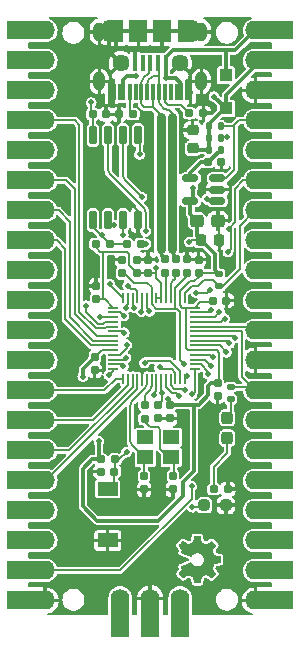
<source format=gbr>
G04 #@! TF.GenerationSoftware,KiCad,Pcbnew,(5.99.0-11673-ga90656900a)*
G04 #@! TF.CreationDate,2021-08-26T12:12:15+05:30*
G04 #@! TF.ProjectId,Mitayi-Pico-RP2040,4d697461-7969-42d5-9069-636f2d525032,0.1*
G04 #@! TF.SameCoordinates,Original*
G04 #@! TF.FileFunction,Copper,L1,Top*
G04 #@! TF.FilePolarity,Positive*
%FSLAX46Y46*%
G04 Gerber Fmt 4.6, Leading zero omitted, Abs format (unit mm)*
G04 Created by KiCad (PCBNEW (5.99.0-11673-ga90656900a)) date 2021-08-26 12:12:15*
%MOMM*%
%LPD*%
G01*
G04 APERTURE LIST*
G04 Aperture macros list*
%AMRoundRect*
0 Rectangle with rounded corners*
0 $1 Rounding radius*
0 $2 $3 $4 $5 $6 $7 $8 $9 X,Y pos of 4 corners*
0 Add a 4 corners polygon primitive as box body*
4,1,4,$2,$3,$4,$5,$6,$7,$8,$9,$2,$3,0*
0 Add four circle primitives for the rounded corners*
1,1,$1+$1,$2,$3*
1,1,$1+$1,$4,$5*
1,1,$1+$1,$6,$7*
1,1,$1+$1,$8,$9*
0 Add four rect primitives between the rounded corners*
20,1,$1+$1,$2,$3,$4,$5,0*
20,1,$1+$1,$4,$5,$6,$7,0*
20,1,$1+$1,$6,$7,$8,$9,0*
20,1,$1+$1,$8,$9,$2,$3,0*%
G04 Aperture macros list end*
G04 #@! TA.AperFunction,SMDPad,CuDef*
%ADD10RoundRect,0.135000X-0.185000X0.135000X-0.185000X-0.135000X0.185000X-0.135000X0.185000X0.135000X0*%
G04 #@! TD*
G04 #@! TA.AperFunction,SMDPad,CuDef*
%ADD11RoundRect,0.237500X0.237500X-0.300000X0.237500X0.300000X-0.237500X0.300000X-0.237500X-0.300000X0*%
G04 #@! TD*
G04 #@! TA.AperFunction,SMDPad,CuDef*
%ADD12RoundRect,0.155000X-0.155000X0.212500X-0.155000X-0.212500X0.155000X-0.212500X0.155000X0.212500X0*%
G04 #@! TD*
G04 #@! TA.AperFunction,SMDPad,CuDef*
%ADD13RoundRect,0.155000X0.155000X-0.212500X0.155000X0.212500X-0.155000X0.212500X-0.155000X-0.212500X0*%
G04 #@! TD*
G04 #@! TA.AperFunction,SMDPad,CuDef*
%ADD14RoundRect,0.237500X-0.250000X-0.237500X0.250000X-0.237500X0.250000X0.237500X-0.250000X0.237500X0*%
G04 #@! TD*
G04 #@! TA.AperFunction,SMDPad,CuDef*
%ADD15RoundRect,0.135000X0.135000X0.185000X-0.135000X0.185000X-0.135000X-0.185000X0.135000X-0.185000X0*%
G04 #@! TD*
G04 #@! TA.AperFunction,SMDPad,CuDef*
%ADD16RoundRect,0.225000X0.250000X-0.225000X0.250000X0.225000X-0.250000X0.225000X-0.250000X-0.225000X0*%
G04 #@! TD*
G04 #@! TA.AperFunction,SMDPad,CuDef*
%ADD17RoundRect,0.155000X0.212500X0.155000X-0.212500X0.155000X-0.212500X-0.155000X0.212500X-0.155000X0*%
G04 #@! TD*
G04 #@! TA.AperFunction,SMDPad,CuDef*
%ADD18RoundRect,0.160000X-0.197500X-0.160000X0.197500X-0.160000X0.197500X0.160000X-0.197500X0.160000X0*%
G04 #@! TD*
G04 #@! TA.AperFunction,SMDPad,CuDef*
%ADD19RoundRect,0.160000X0.197500X0.160000X-0.197500X0.160000X-0.197500X-0.160000X0.197500X-0.160000X0*%
G04 #@! TD*
G04 #@! TA.AperFunction,SMDPad,CuDef*
%ADD20RoundRect,0.160000X-0.160000X0.197500X-0.160000X-0.197500X0.160000X-0.197500X0.160000X0.197500X0*%
G04 #@! TD*
G04 #@! TA.AperFunction,SMDPad,CuDef*
%ADD21RoundRect,0.155000X-0.212500X-0.155000X0.212500X-0.155000X0.212500X0.155000X-0.212500X0.155000X0*%
G04 #@! TD*
G04 #@! TA.AperFunction,SMDPad,CuDef*
%ADD22R,1.400000X1.200000*%
G04 #@! TD*
G04 #@! TA.AperFunction,SMDPad,CuDef*
%ADD23RoundRect,0.050000X-0.387500X-0.050000X0.387500X-0.050000X0.387500X0.050000X-0.387500X0.050000X0*%
G04 #@! TD*
G04 #@! TA.AperFunction,SMDPad,CuDef*
%ADD24RoundRect,0.050000X-0.050000X-0.387500X0.050000X-0.387500X0.050000X0.387500X-0.050000X0.387500X0*%
G04 #@! TD*
G04 #@! TA.AperFunction,ComponentPad*
%ADD25C,0.600000*%
G04 #@! TD*
G04 #@! TA.AperFunction,SMDPad,CuDef*
%ADD26RoundRect,0.144000X-1.456000X-1.456000X1.456000X-1.456000X1.456000X1.456000X-1.456000X1.456000X0*%
G04 #@! TD*
G04 #@! TA.AperFunction,SMDPad,CuDef*
%ADD27RoundRect,0.150000X0.150000X-0.650000X0.150000X0.650000X-0.150000X0.650000X-0.150000X-0.650000X0*%
G04 #@! TD*
G04 #@! TA.AperFunction,SMDPad,CuDef*
%ADD28RoundRect,0.135000X-0.135000X-0.185000X0.135000X-0.185000X0.135000X0.185000X-0.135000X0.185000X0*%
G04 #@! TD*
G04 #@! TA.AperFunction,ComponentPad*
%ADD29O,1.600000X1.700000*%
G04 #@! TD*
G04 #@! TA.AperFunction,ComponentPad*
%ADD30R,1.600000X3.200000*%
G04 #@! TD*
G04 #@! TA.AperFunction,SMDPad,CuDef*
%ADD31RoundRect,0.225000X-0.225000X-0.250000X0.225000X-0.250000X0.225000X0.250000X-0.225000X0.250000X0*%
G04 #@! TD*
G04 #@! TA.AperFunction,SMDPad,CuDef*
%ADD32R,0.300000X1.450000*%
G04 #@! TD*
G04 #@! TA.AperFunction,ComponentPad*
%ADD33RoundRect,0.500000X0.000000X0.300000X0.000000X0.300000X0.000000X-0.300000X0.000000X-0.300000X0*%
G04 #@! TD*
G04 #@! TA.AperFunction,SMDPad,CuDef*
%ADD34R,1.100000X1.100000*%
G04 #@! TD*
G04 #@! TA.AperFunction,SMDPad,CuDef*
%ADD35R,0.400000X1.350000*%
G04 #@! TD*
G04 #@! TA.AperFunction,SMDPad,CuDef*
%ADD36R,1.500000X1.900000*%
G04 #@! TD*
G04 #@! TA.AperFunction,ComponentPad*
%ADD37O,1.200000X1.900000*%
G04 #@! TD*
G04 #@! TA.AperFunction,ComponentPad*
%ADD38C,1.450000*%
G04 #@! TD*
G04 #@! TA.AperFunction,SMDPad,CuDef*
%ADD39R,1.200000X1.900000*%
G04 #@! TD*
G04 #@! TA.AperFunction,SMDPad,CuDef*
%ADD40R,1.700000X1.150000*%
G04 #@! TD*
G04 #@! TA.AperFunction,ComponentPad*
%ADD41R,3.200000X1.600000*%
G04 #@! TD*
G04 #@! TA.AperFunction,ComponentPad*
%ADD42O,1.700000X1.600000*%
G04 #@! TD*
G04 #@! TA.AperFunction,SMDPad,CuDef*
%ADD43RoundRect,0.250000X-0.312500X-0.275000X0.312500X-0.275000X0.312500X0.275000X-0.312500X0.275000X0*%
G04 #@! TD*
G04 #@! TA.AperFunction,SMDPad,CuDef*
%ADD44RoundRect,0.150000X0.512500X0.150000X-0.512500X0.150000X-0.512500X-0.150000X0.512500X-0.150000X0*%
G04 #@! TD*
G04 #@! TA.AperFunction,ViaPad*
%ADD45C,0.500000*%
G04 #@! TD*
G04 #@! TA.AperFunction,Conductor*
%ADD46C,0.200000*%
G04 #@! TD*
G04 #@! TA.AperFunction,Conductor*
%ADD47C,0.300000*%
G04 #@! TD*
G04 #@! TA.AperFunction,Conductor*
%ADD48C,0.800000*%
G04 #@! TD*
G04 APERTURE END LIST*
G36*
X153570833Y-109106438D02*
G01*
X153627522Y-109106781D01*
X153672785Y-109107410D01*
X153707644Y-109108359D01*
X153733118Y-109109660D01*
X153750231Y-109111345D01*
X153760004Y-109113448D01*
X153762472Y-109114678D01*
X153766254Y-109120750D01*
X153770972Y-109134464D01*
X153776824Y-109156706D01*
X153784010Y-109188368D01*
X153792725Y-109230338D01*
X153803169Y-109283506D01*
X153815540Y-109348761D01*
X153820413Y-109374897D01*
X153833290Y-109443534D01*
X153844171Y-109499926D01*
X153853289Y-109545113D01*
X153860877Y-109580136D01*
X153867169Y-109606035D01*
X153872398Y-109623850D01*
X153876797Y-109634622D01*
X153879579Y-109638597D01*
X153889261Y-109644602D01*
X153909391Y-109654752D01*
X153938003Y-109668206D01*
X153973131Y-109684122D01*
X154012808Y-109701660D01*
X154055067Y-109719980D01*
X154097943Y-109738240D01*
X154139469Y-109755600D01*
X154177678Y-109771218D01*
X154210604Y-109784255D01*
X154236281Y-109793869D01*
X154252742Y-109799219D01*
X154257162Y-109800040D01*
X154266104Y-109796299D01*
X154284837Y-109785609D01*
X154312126Y-109768763D01*
X154346736Y-109746553D01*
X154387431Y-109719771D01*
X154432977Y-109689207D01*
X154479437Y-109657514D01*
X154526891Y-109625097D01*
X154571370Y-109595095D01*
X154611540Y-109568380D01*
X154646065Y-109545824D01*
X154673611Y-109528299D01*
X154692842Y-109516676D01*
X154702422Y-109511828D01*
X154702639Y-109511776D01*
X154707908Y-109512143D01*
X154715382Y-109515602D01*
X154725961Y-109522967D01*
X154740543Y-109535050D01*
X154760028Y-109552666D01*
X154785313Y-109576628D01*
X154817298Y-109607748D01*
X154856882Y-109646841D01*
X154904964Y-109694721D01*
X154906632Y-109696386D01*
X154956980Y-109746986D01*
X155000071Y-109790976D01*
X155035458Y-109827879D01*
X155062692Y-109857216D01*
X155081326Y-109878507D01*
X155090911Y-109891273D01*
X155092142Y-109894606D01*
X155087842Y-109902344D01*
X155076730Y-109919865D01*
X155059666Y-109945882D01*
X155037511Y-109979103D01*
X155011125Y-110018240D01*
X154981368Y-110062003D01*
X154949102Y-110109104D01*
X154946069Y-110113513D01*
X154913417Y-110161174D01*
X154883038Y-110205899D01*
X154855823Y-110246349D01*
X154832663Y-110281182D01*
X154814449Y-110309060D01*
X154802071Y-110328641D01*
X154796421Y-110338584D01*
X154796303Y-110338875D01*
X154795140Y-110345740D01*
X154796211Y-110355943D01*
X154799995Y-110370888D01*
X154806973Y-110391978D01*
X154817624Y-110420616D01*
X154832431Y-110458206D01*
X154851871Y-110506150D01*
X154861997Y-110530840D01*
X154880816Y-110576618D01*
X154898038Y-110618524D01*
X154912977Y-110654884D01*
X154924945Y-110684022D01*
X154933253Y-110704264D01*
X154937213Y-110713936D01*
X154937371Y-110714324D01*
X154939505Y-110717701D01*
X154943841Y-110720961D01*
X154951547Y-110724370D01*
X154963791Y-110728189D01*
X154981739Y-110732683D01*
X155006560Y-110738113D01*
X155039421Y-110744744D01*
X155081489Y-110752838D01*
X155133934Y-110762657D01*
X155197921Y-110774467D01*
X155232352Y-110780786D01*
X155302660Y-110793852D01*
X155360350Y-110804974D01*
X155406111Y-110814303D01*
X155440633Y-110821992D01*
X155464603Y-110828190D01*
X155478712Y-110833051D01*
X155483253Y-110835931D01*
X155485630Y-110845536D01*
X155487652Y-110866668D01*
X155489319Y-110897535D01*
X155490635Y-110936347D01*
X155491602Y-110981312D01*
X155492221Y-111030640D01*
X155492495Y-111082539D01*
X155492425Y-111135218D01*
X155492015Y-111186886D01*
X155491265Y-111235753D01*
X155490179Y-111280026D01*
X155488758Y-111317915D01*
X155487004Y-111347630D01*
X155484919Y-111367378D01*
X155482622Y-111375286D01*
X155474176Y-111378143D01*
X155453959Y-111383079D01*
X155423460Y-111389787D01*
X155384166Y-111397959D01*
X155337565Y-111407288D01*
X155285144Y-111417464D01*
X155228391Y-111428181D01*
X155214882Y-111430690D01*
X155140695Y-111444606D01*
X155079269Y-111456535D01*
X155030057Y-111466595D01*
X154992515Y-111474907D01*
X154966096Y-111481589D01*
X154950256Y-111486760D01*
X154945032Y-111489676D01*
X154939928Y-111498358D01*
X154930692Y-111517589D01*
X154918146Y-111545393D01*
X154903114Y-111579793D01*
X154886418Y-111618811D01*
X154868880Y-111660471D01*
X154851324Y-111702795D01*
X154834571Y-111743808D01*
X154819445Y-111781531D01*
X154806767Y-111813987D01*
X154797361Y-111839200D01*
X154792050Y-111855193D01*
X154791169Y-111859465D01*
X154794866Y-111866889D01*
X154805412Y-111884153D01*
X154821994Y-111910019D01*
X154843797Y-111943248D01*
X154870006Y-111982603D01*
X154899807Y-112026845D01*
X154932384Y-112074736D01*
X154943190Y-112090525D01*
X154986529Y-112154128D01*
X155022109Y-112207175D01*
X155050127Y-112249979D01*
X155070783Y-112282855D01*
X155084275Y-112306115D01*
X155090802Y-112320072D01*
X155091416Y-112324269D01*
X155085745Y-112332112D01*
X155071772Y-112347880D01*
X155050763Y-112370318D01*
X155023981Y-112398170D01*
X154992692Y-112430182D01*
X154958159Y-112465097D01*
X154921647Y-112501661D01*
X154884421Y-112538617D01*
X154847745Y-112574712D01*
X154812884Y-112608688D01*
X154781102Y-112639292D01*
X154753664Y-112665266D01*
X154731834Y-112685358D01*
X154716877Y-112698309D01*
X154710059Y-112702867D01*
X154702489Y-112699115D01*
X154685115Y-112688511D01*
X154659197Y-112671884D01*
X154625997Y-112650064D01*
X154586775Y-112623882D01*
X154542793Y-112594169D01*
X154495311Y-112561753D01*
X154485018Y-112554683D01*
X154436889Y-112521793D01*
X154391916Y-112491443D01*
X154351373Y-112464464D01*
X154316532Y-112441687D01*
X154288666Y-112423942D01*
X154269050Y-112412059D01*
X154258956Y-112406871D01*
X154258176Y-112406709D01*
X154248748Y-112409332D01*
X154228954Y-112416650D01*
X154200713Y-112427838D01*
X154165949Y-112442071D01*
X154126581Y-112458522D01*
X154084531Y-112476367D01*
X154041720Y-112494779D01*
X154000069Y-112512934D01*
X153961500Y-112530005D01*
X153927933Y-112545167D01*
X153901290Y-112557595D01*
X153883492Y-112566463D01*
X153876714Y-112570624D01*
X153873359Y-112579261D01*
X153867952Y-112599806D01*
X153860781Y-112630902D01*
X153852141Y-112671192D01*
X153842321Y-112719317D01*
X153831613Y-112773921D01*
X153820789Y-112831069D01*
X153810075Y-112887767D01*
X153799832Y-112940465D01*
X153790374Y-112987653D01*
X153782017Y-113027818D01*
X153775075Y-113059452D01*
X153769865Y-113081043D01*
X153766701Y-113091080D01*
X153766462Y-113091451D01*
X153757904Y-113093845D01*
X153737670Y-113095910D01*
X153707551Y-113097645D01*
X153669338Y-113099047D01*
X153624821Y-113100114D01*
X153575791Y-113100845D01*
X153524041Y-113101237D01*
X153471359Y-113101289D01*
X153419539Y-113100998D01*
X153370370Y-113100362D01*
X153325643Y-113099380D01*
X153287150Y-113098049D01*
X153256681Y-113096367D01*
X153236028Y-113094333D01*
X153227113Y-113092058D01*
X153223177Y-113084977D01*
X153218004Y-113068574D01*
X153211443Y-113042163D01*
X153203341Y-113005059D01*
X153193549Y-112956577D01*
X153181915Y-112896031D01*
X153171058Y-112837788D01*
X153160601Y-112781777D01*
X153150662Y-112729824D01*
X153141549Y-112683451D01*
X153133572Y-112644178D01*
X153127041Y-112613526D01*
X153122263Y-112593013D01*
X153119548Y-112584161D01*
X153119472Y-112584051D01*
X153111844Y-112579661D01*
X153093501Y-112571171D01*
X153066298Y-112559325D01*
X153032089Y-112544872D01*
X152992728Y-112528556D01*
X152950069Y-112511126D01*
X152905967Y-112493327D01*
X152862275Y-112475906D01*
X152820848Y-112459609D01*
X152783540Y-112445183D01*
X152752205Y-112433375D01*
X152728698Y-112424930D01*
X152714872Y-112420596D01*
X152712449Y-112420180D01*
X152704566Y-112423878D01*
X152686932Y-112434402D01*
X152660863Y-112450895D01*
X152627672Y-112472501D01*
X152588675Y-112498365D01*
X152545188Y-112527631D01*
X152499499Y-112558775D01*
X152452882Y-112590665D01*
X152409515Y-112620177D01*
X152370712Y-112646430D01*
X152337785Y-112668542D01*
X152312046Y-112685631D01*
X152294806Y-112696817D01*
X152287435Y-112701198D01*
X152280310Y-112697557D01*
X152265143Y-112685395D01*
X152243179Y-112665956D01*
X152215661Y-112640479D01*
X152183830Y-112610207D01*
X152148931Y-112576382D01*
X152112205Y-112540243D01*
X152074898Y-112503034D01*
X152038250Y-112465996D01*
X152003505Y-112430370D01*
X151971907Y-112397397D01*
X151944698Y-112368320D01*
X151923121Y-112344379D01*
X151908419Y-112326817D01*
X151901835Y-112316874D01*
X151901600Y-112315823D01*
X151905309Y-112306722D01*
X151915731Y-112288280D01*
X151931817Y-112262168D01*
X151952518Y-112230055D01*
X151976785Y-112193611D01*
X151996843Y-112164227D01*
X152026181Y-112121601D01*
X152055764Y-112078462D01*
X152083829Y-112037393D01*
X152108613Y-112000974D01*
X152128354Y-111971787D01*
X152135635Y-111960933D01*
X152179195Y-111895719D01*
X152126272Y-111794473D01*
X152106880Y-111757041D01*
X152093245Y-111729640D01*
X152084675Y-111710475D01*
X152080479Y-111697749D01*
X152079963Y-111689666D01*
X152082436Y-111684431D01*
X152083452Y-111683345D01*
X152091471Y-111678965D01*
X152110723Y-111670050D01*
X152139963Y-111657118D01*
X152177943Y-111640683D01*
X152223415Y-111621263D01*
X152275134Y-111599371D01*
X152331851Y-111575525D01*
X152392320Y-111550239D01*
X152455294Y-111524030D01*
X152519525Y-111497413D01*
X152583767Y-111470904D01*
X152646772Y-111445019D01*
X152707293Y-111420273D01*
X152764084Y-111397182D01*
X152815897Y-111376263D01*
X152861485Y-111358030D01*
X152899600Y-111342999D01*
X152928997Y-111331687D01*
X152948427Y-111324608D01*
X152956543Y-111322275D01*
X152966390Y-111326440D01*
X152979454Y-111339744D01*
X152996824Y-111363401D01*
X153006398Y-111377844D01*
X153025934Y-111405097D01*
X153051875Y-111437304D01*
X153080722Y-111470288D01*
X153106847Y-111497754D01*
X153135783Y-111526008D01*
X153159419Y-111547002D01*
X153181487Y-111563471D01*
X153205716Y-111578148D01*
X153235839Y-111593769D01*
X153241978Y-111596795D01*
X153290031Y-111619213D01*
X153331211Y-111635200D01*
X153369868Y-111645777D01*
X153410352Y-111651964D01*
X153457012Y-111654783D01*
X153491196Y-111655287D01*
X153532724Y-111655008D01*
X153564746Y-111653555D01*
X153591207Y-111650518D01*
X153616049Y-111645483D01*
X153636011Y-111640142D01*
X153718389Y-111609786D01*
X153793652Y-111568470D01*
X153860948Y-111517064D01*
X153919421Y-111456438D01*
X153968218Y-111387461D01*
X154006484Y-111311005D01*
X154030807Y-111238080D01*
X154040770Y-111184337D01*
X154045260Y-111123680D01*
X154044282Y-111061371D01*
X154037837Y-111002667D01*
X154030645Y-110968655D01*
X154003071Y-110889090D01*
X153964788Y-110815881D01*
X153916966Y-110749834D01*
X153860774Y-110691756D01*
X153797384Y-110642453D01*
X153727963Y-110602731D01*
X153653683Y-110573397D01*
X153575714Y-110555256D01*
X153495224Y-110549115D01*
X153428371Y-110553572D01*
X153344204Y-110570340D01*
X153267076Y-110597699D01*
X153196157Y-110636175D01*
X153130616Y-110686291D01*
X153069622Y-110748572D01*
X153021509Y-110810368D01*
X153001970Y-110837433D01*
X152984627Y-110860485D01*
X152971233Y-110877262D01*
X152963540Y-110885501D01*
X152963079Y-110885811D01*
X152961376Y-110886720D01*
X152959244Y-110887245D01*
X152955869Y-110887065D01*
X152950442Y-110885856D01*
X152942149Y-110883298D01*
X152930179Y-110879068D01*
X152913720Y-110872846D01*
X152891961Y-110864308D01*
X152864088Y-110853134D01*
X152829291Y-110839002D01*
X152786758Y-110821590D01*
X152735676Y-110800576D01*
X152675235Y-110775638D01*
X152604621Y-110746455D01*
X152523023Y-110712705D01*
X152448856Y-110682020D01*
X152360674Y-110645382D01*
X152284865Y-110613550D01*
X152221247Y-110586444D01*
X152169637Y-110563983D01*
X152129856Y-110546088D01*
X152101720Y-110532679D01*
X152085049Y-110523675D01*
X152079701Y-110519285D01*
X152081423Y-110508774D01*
X152089353Y-110488363D01*
X152102764Y-110459698D01*
X152120930Y-110424429D01*
X152124247Y-110418251D01*
X152141227Y-110385883D01*
X152155605Y-110356749D01*
X152166230Y-110333319D01*
X152171951Y-110318062D01*
X152172618Y-110314509D01*
X152168925Y-110305797D01*
X152158388Y-110287401D01*
X152141876Y-110260680D01*
X152120261Y-110226993D01*
X152094414Y-110187698D01*
X152065203Y-110144154D01*
X152037145Y-110103018D01*
X152005676Y-110056843D01*
X151976793Y-110013712D01*
X151951365Y-109974985D01*
X151930265Y-109942020D01*
X151914364Y-109916175D01*
X151904531Y-109898809D01*
X151901591Y-109891592D01*
X151906137Y-109882837D01*
X151919863Y-109865660D01*
X151942900Y-109839919D01*
X151975378Y-109805475D01*
X152017430Y-109762185D01*
X152069186Y-109709909D01*
X152085181Y-109693894D01*
X152139925Y-109639549D01*
X152186012Y-109594592D01*
X152223343Y-109559119D01*
X152251818Y-109533220D01*
X152271336Y-109516989D01*
X152281800Y-109510518D01*
X152282619Y-109510395D01*
X152291206Y-109514101D01*
X152309505Y-109524647D01*
X152336177Y-109541171D01*
X152369879Y-109562812D01*
X152409271Y-109588711D01*
X152453012Y-109618007D01*
X152497774Y-109648475D01*
X152544423Y-109680218D01*
X152588007Y-109709390D01*
X152627184Y-109735130D01*
X152660615Y-109756578D01*
X152686959Y-109772873D01*
X152704874Y-109783155D01*
X152712893Y-109786568D01*
X152723245Y-109784083D01*
X152744068Y-109777131D01*
X152773441Y-109766482D01*
X152809445Y-109752904D01*
X152850158Y-109737165D01*
X152893661Y-109720034D01*
X152938033Y-109702278D01*
X152981353Y-109684668D01*
X153021702Y-109667971D01*
X153057158Y-109652956D01*
X153085802Y-109640391D01*
X153105714Y-109631045D01*
X153114972Y-109625687D01*
X153115015Y-109625645D01*
X153119350Y-109617174D01*
X153125008Y-109598610D01*
X153132125Y-109569346D01*
X153140837Y-109528774D01*
X153151279Y-109476285D01*
X153163586Y-109411272D01*
X153167677Y-109389154D01*
X153180077Y-109321847D01*
X153190331Y-109266575D01*
X153198740Y-109222127D01*
X153205606Y-109187292D01*
X153211228Y-109160857D01*
X153215909Y-109141612D01*
X153219951Y-109128344D01*
X153223653Y-109119843D01*
X153227319Y-109114896D01*
X153231248Y-109112292D01*
X153235742Y-109110820D01*
X153236978Y-109110490D01*
X153246993Y-109109566D01*
X153268877Y-109108710D01*
X153301025Y-109107950D01*
X153341835Y-109107308D01*
X153389704Y-109106811D01*
X153443028Y-109106484D01*
X153500204Y-109106351D01*
X153501696Y-109106350D01*
X153570833Y-109106438D01*
G37*
D10*
X156300000Y-96500000D03*
X156300000Y-97520000D03*
D11*
X156030000Y-100812500D03*
X156030000Y-99087500D03*
D12*
X148990000Y-104012500D03*
X148990000Y-105147500D03*
D13*
X144930000Y-89057500D03*
X144930000Y-87922500D03*
D14*
X154077500Y-106500000D03*
X155902500Y-106500000D03*
D15*
X155480000Y-76400000D03*
X154460000Y-76400000D03*
D16*
X153090000Y-76285000D03*
X153090000Y-74735000D03*
D12*
X144800000Y-93952500D03*
X144800000Y-95087500D03*
D13*
X153605000Y-86837500D03*
X153605000Y-85702500D03*
D17*
X146477500Y-103660000D03*
X145342500Y-103660000D03*
D18*
X147502500Y-84370000D03*
X148697500Y-84370000D03*
D19*
X156067500Y-105140000D03*
X154872500Y-105140000D03*
D20*
X149020000Y-97982500D03*
X149020000Y-99177500D03*
D21*
X154812500Y-89170000D03*
X155947500Y-89170000D03*
D22*
X149100000Y-102450000D03*
X151300000Y-102450000D03*
X151300000Y-100750000D03*
X149100000Y-100750000D03*
D23*
X146382500Y-89770000D03*
X146382500Y-90170000D03*
X146382500Y-90570000D03*
X146382500Y-90970000D03*
X146382500Y-91370000D03*
X146382500Y-91770000D03*
X146382500Y-92170000D03*
X146382500Y-92570000D03*
X146382500Y-92970000D03*
X146382500Y-93370000D03*
X146382500Y-93770000D03*
X146382500Y-94170000D03*
X146382500Y-94570000D03*
X146382500Y-94970000D03*
D24*
X147220000Y-95807500D03*
X147620000Y-95807500D03*
X148020000Y-95807500D03*
X148420000Y-95807500D03*
X148820000Y-95807500D03*
X149220000Y-95807500D03*
X149620000Y-95807500D03*
X150020000Y-95807500D03*
X150420000Y-95807500D03*
X150820000Y-95807500D03*
X151220000Y-95807500D03*
X151620000Y-95807500D03*
X152020000Y-95807500D03*
X152420000Y-95807500D03*
D23*
X153257500Y-94970000D03*
X153257500Y-94570000D03*
X153257500Y-94170000D03*
X153257500Y-93770000D03*
X153257500Y-93370000D03*
X153257500Y-92970000D03*
X153257500Y-92570000D03*
X153257500Y-92170000D03*
X153257500Y-91770000D03*
X153257500Y-91370000D03*
X153257500Y-90970000D03*
X153257500Y-90570000D03*
X153257500Y-90170000D03*
X153257500Y-89770000D03*
D24*
X152420000Y-88932500D03*
X152020000Y-88932500D03*
X151620000Y-88932500D03*
X151220000Y-88932500D03*
X150820000Y-88932500D03*
X150420000Y-88932500D03*
X150020000Y-88932500D03*
X149620000Y-88932500D03*
X149220000Y-88932500D03*
X148820000Y-88932500D03*
X148420000Y-88932500D03*
X148020000Y-88932500D03*
X147620000Y-88932500D03*
X147220000Y-88932500D03*
D25*
X149820000Y-91095000D03*
X151095000Y-91095000D03*
X149820000Y-92370000D03*
X149820000Y-93645000D03*
X148545000Y-92370000D03*
X151095000Y-92370000D03*
D26*
X149820000Y-92370000D03*
D25*
X148545000Y-93645000D03*
X148545000Y-91095000D03*
X151095000Y-93645000D03*
D20*
X150725000Y-85652500D03*
X150725000Y-86847500D03*
D13*
X147125000Y-86837500D03*
X147125000Y-85702500D03*
D12*
X150150000Y-98002500D03*
X150150000Y-99137500D03*
D27*
X144655000Y-82350000D03*
X145925000Y-82350000D03*
X147195000Y-82350000D03*
X148465000Y-82350000D03*
X148465000Y-75150000D03*
X147195000Y-75150000D03*
X145925000Y-75150000D03*
X144655000Y-75150000D03*
D13*
X149320000Y-86842500D03*
X149320000Y-85707500D03*
D18*
X144872500Y-84370000D03*
X146067500Y-84370000D03*
D13*
X152630000Y-86827500D03*
X152630000Y-85692500D03*
D21*
X144642500Y-73400000D03*
X145777500Y-73400000D03*
D28*
X154440000Y-75370000D03*
X155460000Y-75370000D03*
D29*
X146950000Y-114400000D03*
D30*
X146950000Y-116010000D03*
D29*
X149490000Y-114400000D03*
D30*
X149490000Y-116010000D03*
D29*
X152030000Y-114400000D03*
D30*
X152030000Y-116010000D03*
D18*
X145312500Y-102600000D03*
X146507500Y-102600000D03*
D12*
X151170000Y-98002500D03*
X151170000Y-99137500D03*
X155200000Y-96122500D03*
X155200000Y-97257500D03*
D31*
X153815000Y-84080000D03*
X155365000Y-84080000D03*
D32*
X152910000Y-71530000D03*
X152110000Y-71530000D03*
X150760000Y-71530000D03*
X149760000Y-71530000D03*
X149260000Y-71530000D03*
X148260000Y-71530000D03*
X146910000Y-71530000D03*
X146110000Y-71530000D03*
X146410000Y-71530000D03*
X147210000Y-71530000D03*
X147760000Y-71530000D03*
X148760000Y-71530000D03*
X150260000Y-71530000D03*
X151260000Y-71530000D03*
X151810000Y-71530000D03*
X152610000Y-71530000D03*
D33*
X153830000Y-70610000D03*
X145190000Y-70610000D03*
X153830000Y-66430000D03*
X145190000Y-66430000D03*
D21*
X154402500Y-77460000D03*
X155537500Y-77460000D03*
D28*
X154440000Y-74400000D03*
X155460000Y-74400000D03*
D19*
X148047500Y-73400000D03*
X146852500Y-73400000D03*
D34*
X155900000Y-72900000D03*
X155900000Y-70100000D03*
D35*
X150810000Y-69062500D03*
X150160000Y-69062500D03*
X149510000Y-69062500D03*
X148860000Y-69062500D03*
X148210000Y-69062500D03*
D36*
X150510000Y-66362500D03*
D37*
X146010000Y-66362500D03*
D38*
X152010000Y-69062500D03*
D39*
X152410000Y-66362500D03*
D38*
X147010000Y-69062500D03*
D37*
X153010000Y-66362500D03*
D39*
X146610000Y-66362500D03*
D36*
X148510000Y-66362500D03*
D40*
X145900000Y-105125000D03*
X145900000Y-109475000D03*
D12*
X151430000Y-104022500D03*
X151430000Y-105157500D03*
D13*
X148420000Y-86837500D03*
X148420000Y-85702500D03*
D20*
X151725000Y-85652500D03*
X151725000Y-86847500D03*
D41*
X138990000Y-66300000D03*
D42*
X140600000Y-66300000D03*
D41*
X138990000Y-68840000D03*
D42*
X140600000Y-68840000D03*
D41*
X138990000Y-71380000D03*
D42*
X140600000Y-71380000D03*
D41*
X138990000Y-73920000D03*
D42*
X140600000Y-73920000D03*
X140600000Y-76460000D03*
D41*
X138990000Y-76460000D03*
D42*
X140600000Y-79000000D03*
D41*
X138990000Y-79000000D03*
X138990000Y-81540000D03*
D42*
X140600000Y-81540000D03*
D41*
X138990000Y-84080000D03*
D42*
X140600000Y-84080000D03*
X140600000Y-86620000D03*
D41*
X138990000Y-86620000D03*
X138990000Y-89160000D03*
D42*
X140600000Y-89160000D03*
D41*
X138990000Y-91700000D03*
D42*
X140600000Y-91700000D03*
D41*
X138990000Y-94240000D03*
D42*
X140600000Y-94240000D03*
D41*
X138990000Y-96780000D03*
D42*
X140600000Y-96780000D03*
D41*
X138990000Y-99320000D03*
D42*
X140600000Y-99320000D03*
D41*
X138990000Y-101860000D03*
D42*
X140600000Y-101860000D03*
D41*
X138990000Y-104400000D03*
D42*
X140600000Y-104400000D03*
X140600000Y-106940000D03*
D41*
X138990000Y-106940000D03*
X138990000Y-109480000D03*
D42*
X140600000Y-109480000D03*
D41*
X138990000Y-112020000D03*
D42*
X140600000Y-112020000D03*
D41*
X138990000Y-114560000D03*
D42*
X140600000Y-114560000D03*
D43*
X153447500Y-82400000D03*
X155222500Y-82400000D03*
D10*
X155350000Y-86930000D03*
X155350000Y-87950000D03*
D18*
X152802500Y-73300000D03*
X153997500Y-73300000D03*
D44*
X155187500Y-80720000D03*
X155187500Y-79770000D03*
X155187500Y-78820000D03*
X152912500Y-78820000D03*
X152912500Y-80720000D03*
D41*
X160010000Y-66300000D03*
D42*
X158400000Y-66300000D03*
D41*
X160010000Y-68840000D03*
D42*
X158400000Y-68840000D03*
D41*
X160010000Y-71380000D03*
D42*
X158400000Y-71380000D03*
X158400000Y-73920000D03*
D41*
X160010000Y-73920000D03*
D42*
X158400000Y-76460000D03*
D41*
X160010000Y-76460000D03*
X160010000Y-79000000D03*
D42*
X158400000Y-79000000D03*
D41*
X160010000Y-81540000D03*
D42*
X158400000Y-81540000D03*
X158400000Y-84080000D03*
D41*
X160010000Y-84080000D03*
X160010000Y-86620000D03*
D42*
X158400000Y-86620000D03*
D41*
X160010000Y-89160000D03*
D42*
X158400000Y-89160000D03*
D41*
X160010000Y-91700000D03*
D42*
X158400000Y-91700000D03*
D41*
X160010000Y-94240000D03*
D42*
X158400000Y-94240000D03*
X158400000Y-96780000D03*
D41*
X160010000Y-96780000D03*
D42*
X158400000Y-99320000D03*
D41*
X160010000Y-99320000D03*
X160010000Y-101860000D03*
D42*
X158400000Y-101860000D03*
X158400000Y-104400000D03*
D41*
X160010000Y-104400000D03*
X160010000Y-106940000D03*
D42*
X158400000Y-106940000D03*
X158400000Y-109480000D03*
D41*
X160010000Y-109480000D03*
X160010000Y-112020000D03*
D42*
X158400000Y-112020000D03*
D41*
X160010000Y-114560000D03*
D42*
X158400000Y-114560000D03*
D45*
X150516352Y-97000358D03*
X152349500Y-94553260D03*
X149000000Y-73500000D03*
X141500000Y-93000000D03*
X142300000Y-80500000D03*
X146500000Y-99700000D03*
X142300000Y-71000000D03*
X152600000Y-100600000D03*
X142300000Y-77800000D03*
X154300000Y-81500000D03*
X147800000Y-106700000D03*
X154900000Y-99900000D03*
X149500000Y-112000000D03*
X148400000Y-112000000D03*
X142000000Y-100200000D03*
X155399992Y-84499992D03*
X156800000Y-68900000D03*
X144800000Y-113800000D03*
X152600000Y-103000000D03*
X157400000Y-113200000D03*
X149400000Y-74700000D03*
X145300000Y-72400000D03*
X154400000Y-85700000D03*
X157400000Y-105600000D03*
X144800000Y-97800000D03*
X152300000Y-82500000D03*
X152300000Y-74000000D03*
X154900000Y-101700000D03*
X142800000Y-103500000D03*
X144900000Y-96100000D03*
X144800000Y-115400000D03*
X142000000Y-100900000D03*
X156236444Y-88236444D03*
X150200000Y-105500000D03*
X146800000Y-106700000D03*
X142700000Y-69400000D03*
X146100000Y-86000000D03*
X143600000Y-110800000D03*
X146200000Y-80700000D03*
X145200000Y-68700000D03*
X143600000Y-109200000D03*
X157300000Y-110800000D03*
X152600000Y-99000000D03*
X141500000Y-95500000D03*
X141300000Y-110800000D03*
X149200000Y-79200000D03*
X150600000Y-112000000D03*
X146000000Y-100200000D03*
X142300000Y-75200000D03*
X157400000Y-90400000D03*
X154900000Y-98400000D03*
X144800000Y-114600000D03*
X141600000Y-82800000D03*
X150200000Y-103900000D03*
X156272881Y-86572881D03*
X149400000Y-75900000D03*
X149200000Y-77900000D03*
X143600000Y-110000000D03*
X157500000Y-77700000D03*
X153900000Y-115400000D03*
X153000000Y-89100000D03*
X148800000Y-106700000D03*
X142000000Y-72900000D03*
X141300000Y-105700000D03*
X148000000Y-94600000D03*
X143600000Y-68000000D03*
X141500000Y-98000000D03*
X153900000Y-113800000D03*
X141300000Y-108200000D03*
X146900000Y-80700000D03*
X152300000Y-83400000D03*
X141300000Y-113200000D03*
X157400000Y-108200000D03*
X157500000Y-80300000D03*
X141600000Y-85400000D03*
X153900000Y-114600000D03*
X157500000Y-72700000D03*
X146100000Y-86800000D03*
X145153562Y-101053562D03*
X153100000Y-79600000D03*
X143800000Y-95600000D03*
X144500000Y-72400000D03*
X152800000Y-84200000D03*
X150000000Y-86400000D03*
X149826988Y-97170828D03*
X151017965Y-97487891D03*
X148300000Y-70187002D03*
X150809500Y-70355498D03*
X147500000Y-102000000D03*
X156150980Y-83100000D03*
X150300000Y-94819020D03*
X156086934Y-85035954D03*
X147270092Y-90482254D03*
X145278798Y-90563606D03*
X144050500Y-89600000D03*
X147300000Y-91900000D03*
X147500000Y-92900000D03*
X147439859Y-94022935D03*
X147228551Y-94719500D03*
X146000000Y-95500000D03*
X149029287Y-94428605D03*
X152650989Y-95542729D03*
X153050500Y-97100000D03*
X153000000Y-104900000D03*
X149148522Y-84400000D03*
X153379875Y-88499500D03*
X154549500Y-88300000D03*
X153063556Y-106663556D03*
X154681610Y-89995735D03*
X155363024Y-90153780D03*
X155800000Y-90700000D03*
X156700980Y-92319020D03*
X156193795Y-92800753D03*
X155950980Y-93544431D03*
X154802125Y-93988587D03*
X154674060Y-94676267D03*
X154397708Y-95400000D03*
X151951499Y-97270645D03*
X152468709Y-96711642D03*
X154300000Y-80600000D03*
X156000000Y-75300000D03*
X146101488Y-87804356D03*
X145400000Y-83600000D03*
X146400000Y-82800000D03*
X147422430Y-89799541D03*
X148132986Y-89760472D03*
X147221949Y-83594623D03*
X148600000Y-76800000D03*
X147600000Y-87900000D03*
X148741023Y-90106296D03*
X148800000Y-80400000D03*
X149133475Y-83303042D03*
X149439791Y-90074256D03*
X154900000Y-71900000D03*
D46*
X152000000Y-94203760D02*
X152000000Y-90100000D01*
X152349500Y-94553260D02*
X152000000Y-94203760D01*
X149620000Y-88020000D02*
X149245263Y-87645263D01*
X151620000Y-88932500D02*
X151620000Y-88080000D01*
X152000000Y-90100000D02*
X151743321Y-89843321D01*
X149985983Y-89843321D02*
X151620000Y-89843321D01*
X150458234Y-97694266D02*
X150458234Y-97250347D01*
X151620000Y-89843321D02*
X151620000Y-88932500D01*
X150420000Y-96904006D02*
X150516352Y-97000358D01*
X150150000Y-98002500D02*
X150458234Y-97694266D01*
X150420000Y-95807500D02*
X150420000Y-96904006D01*
X149620000Y-88932500D02*
X149620000Y-88020000D01*
X151743321Y-89843321D02*
X151620000Y-89843321D01*
X149620000Y-89477338D02*
X149985983Y-89843321D01*
X148122376Y-87645263D02*
X147314613Y-86837500D01*
X152630000Y-87070000D02*
X152630000Y-86827500D01*
X150458234Y-97250347D02*
X150516352Y-97192229D01*
X150516352Y-97192229D02*
X150516352Y-97000358D01*
X151620000Y-88080000D02*
X152630000Y-87070000D01*
X149245263Y-87645263D02*
X148122376Y-87645263D01*
X147314613Y-86837500D02*
X147125000Y-86837500D01*
X149620000Y-88932500D02*
X149620000Y-89477338D01*
X155947500Y-88525388D02*
X155947500Y-89170000D01*
X148820000Y-95807500D02*
X148820000Y-95274318D01*
X155365000Y-84080000D02*
X155365000Y-82542500D01*
X156236444Y-88236444D02*
X155947500Y-88525388D01*
X148465000Y-82350000D02*
X148465000Y-81565000D01*
X155365000Y-82542500D02*
X155222500Y-82400000D01*
X148145682Y-94600000D02*
X148000000Y-94600000D01*
X148465000Y-81565000D02*
X147600000Y-80700000D01*
X148820000Y-95274318D02*
X148145682Y-94600000D01*
X147600000Y-80700000D02*
X146900000Y-80700000D01*
X149826988Y-96958723D02*
X149826988Y-97170828D01*
D47*
X152300000Y-105700000D02*
X152300000Y-104500000D01*
X143800000Y-106600000D02*
X145000000Y-107800000D01*
D46*
X150400000Y-87700000D02*
X150000000Y-87300000D01*
X150000000Y-86842500D02*
X150000000Y-86400000D01*
D47*
X153100000Y-80532500D02*
X152912500Y-80720000D01*
D46*
X152868837Y-87550481D02*
X153249519Y-87550481D01*
X150020000Y-88932500D02*
X150420000Y-88932500D01*
X147734520Y-86152020D02*
X148420000Y-86837500D01*
D47*
X154999511Y-86579511D02*
X155350000Y-86930000D01*
D46*
X145670000Y-89057500D02*
X146382500Y-89770000D01*
D47*
X153200000Y-103600000D02*
X153200000Y-98105000D01*
D46*
X152520480Y-93166162D02*
X152520480Y-89819520D01*
D47*
X153447500Y-82400000D02*
X153447500Y-83712500D01*
D46*
X150020000Y-96699608D02*
X150019023Y-96700585D01*
D47*
X153447500Y-83712500D02*
X153815000Y-84080000D01*
D46*
X155351636Y-95970864D02*
X155200000Y-96122500D01*
D47*
X145153562Y-101053562D02*
X145153562Y-102441062D01*
D46*
X149952115Y-96833571D02*
X149952115Y-96833596D01*
D47*
X144642500Y-75137500D02*
X144655000Y-75150000D01*
D46*
X144930000Y-89057500D02*
X145670000Y-89057500D01*
X144642500Y-73400000D02*
X144642500Y-75137500D01*
X151170000Y-97639926D02*
X151017965Y-97487891D01*
D47*
X153597500Y-98002500D02*
X154400000Y-97200000D01*
D46*
X152235006Y-89770000D02*
X152570000Y-89770000D01*
X153249519Y-87550481D02*
X153605000Y-87195000D01*
X152020000Y-89554994D02*
X152235006Y-89770000D01*
D47*
X152912500Y-81865000D02*
X153447500Y-82400000D01*
D46*
X153815000Y-84080000D02*
X152920000Y-84080000D01*
X151170000Y-98002500D02*
X151170000Y-97639926D01*
X150019021Y-96766660D02*
X150019021Y-96766665D01*
D47*
X151170000Y-98002500D02*
X152597500Y-98002500D01*
D46*
X155257500Y-86837500D02*
X155350000Y-86930000D01*
X144872500Y-84672500D02*
X145235480Y-85035480D01*
X149315000Y-86837500D02*
X149320000Y-86842500D01*
D47*
X145000000Y-107800000D02*
X150200000Y-107800000D01*
D46*
X153257500Y-93370000D02*
X152724318Y-93370000D01*
X149952115Y-96833596D02*
X149826988Y-96958723D01*
D47*
X143800000Y-95600000D02*
X143800000Y-94952500D01*
D46*
X144800000Y-93952500D02*
X145382500Y-93370000D01*
X145637980Y-85035480D02*
X147535480Y-85035480D01*
D47*
X154677500Y-96122500D02*
X155200000Y-96122500D01*
D46*
X144930000Y-89057500D02*
X145539520Y-89057500D01*
X150020000Y-95807500D02*
X150020000Y-96699608D01*
X153257500Y-93370000D02*
X155121636Y-93370000D01*
X152020000Y-88932500D02*
X152020000Y-88399318D01*
X144872500Y-84370000D02*
X144872500Y-84672500D01*
X145539520Y-85133940D02*
X145637980Y-85035480D01*
X149320000Y-86842500D02*
X150000000Y-86842500D01*
X150019021Y-96766665D02*
X149952115Y-96833571D01*
D47*
X154400000Y-96400000D02*
X154677500Y-96122500D01*
D46*
X144500000Y-72400000D02*
X144500000Y-73257500D01*
X152020000Y-88932500D02*
X152020000Y-89554994D01*
X152520480Y-89819520D02*
X152570000Y-89770000D01*
X144500000Y-73257500D02*
X144642500Y-73400000D01*
X148420000Y-86837500D02*
X149315000Y-86837500D01*
X153257500Y-89770000D02*
X153727500Y-89300000D01*
D47*
X153815000Y-84080000D02*
X154999511Y-85264511D01*
D46*
X150400000Y-88912500D02*
X150400000Y-87700000D01*
X153605000Y-87195000D02*
X153605000Y-86837500D01*
D47*
X153200000Y-98105000D02*
X153097500Y-98002500D01*
D46*
X155351636Y-93600000D02*
X155351636Y-95970864D01*
X152724318Y-93370000D02*
X152520480Y-93166162D01*
D47*
X143800000Y-103400000D02*
X143800000Y-106600000D01*
D46*
X145235480Y-85035480D02*
X145637980Y-85035480D01*
D47*
X152597500Y-98002500D02*
X153597500Y-98002500D01*
X150200000Y-107800000D02*
X152300000Y-105700000D01*
D46*
X153727500Y-89300000D02*
X154682500Y-89300000D01*
D47*
X154400000Y-97200000D02*
X154400000Y-96400000D01*
D46*
X152020000Y-88399318D02*
X152868837Y-87550481D01*
D47*
X145153562Y-102441062D02*
X145312500Y-102600000D01*
D46*
X150420000Y-88932500D02*
X150400000Y-88912500D01*
X147734520Y-85234520D02*
X147734520Y-86152020D01*
D47*
X153100000Y-79600000D02*
X153100000Y-80532500D01*
X152912500Y-80720000D02*
X152912500Y-81865000D01*
X145312500Y-102600000D02*
X144600000Y-102600000D01*
X153097500Y-98002500D02*
X152597500Y-98002500D01*
D46*
X150000000Y-87300000D02*
X150000000Y-86842500D01*
X153605000Y-86837500D02*
X155257500Y-86837500D01*
X145539520Y-89057500D02*
X145539520Y-85133940D01*
X150019023Y-96700585D02*
X150019024Y-96766657D01*
X152570000Y-89770000D02*
X153257500Y-89770000D01*
X152920000Y-84080000D02*
X152800000Y-84200000D01*
X147535480Y-85035480D02*
X147734520Y-85234520D01*
D47*
X143800000Y-94952500D02*
X144800000Y-93952500D01*
X152300000Y-104500000D02*
X153200000Y-103600000D01*
X144600000Y-102600000D02*
X143800000Y-103400000D01*
D46*
X150019024Y-96766657D02*
X150019021Y-96766660D01*
X155121636Y-93370000D02*
X155351636Y-93600000D01*
D47*
X154999511Y-85264511D02*
X154999511Y-86579511D01*
D46*
X145382500Y-93370000D02*
X146382500Y-93370000D01*
X154682500Y-89300000D02*
X154812500Y-89170000D01*
D47*
X152110000Y-70805978D02*
X152110000Y-71530000D01*
X155400000Y-67987989D02*
X155787989Y-67987989D01*
X148300000Y-70187002D02*
X147527998Y-70187002D01*
X150809500Y-70355498D02*
X151659520Y-70355498D01*
X151409511Y-67987989D02*
X155400000Y-67987989D01*
X155900000Y-68100000D02*
X155787989Y-67987989D01*
X150809500Y-69063000D02*
X150810000Y-69062500D01*
X150810000Y-69062500D02*
X150810000Y-68587500D01*
X147210000Y-70505000D02*
X147210000Y-71530000D01*
X156712011Y-67987989D02*
X158400000Y-66300000D01*
X151659520Y-70355498D02*
X152110000Y-70805978D01*
X147527998Y-70187002D02*
X147210000Y-70505000D01*
X150810000Y-68587500D02*
X151409511Y-67987989D01*
X150809500Y-70355498D02*
X150809500Y-69063000D01*
X155787989Y-67987989D02*
X156712011Y-67987989D01*
X155900000Y-70100000D02*
X155900000Y-68100000D01*
X152912500Y-78387500D02*
X153840000Y-77460000D01*
X152912500Y-78820000D02*
X152912500Y-78387500D01*
X154420000Y-77460000D02*
X155480000Y-76400000D01*
X153840000Y-77460000D02*
X154402500Y-77460000D01*
X154402500Y-77460000D02*
X154420000Y-77460000D01*
D46*
X146477500Y-104547500D02*
X145900000Y-105125000D01*
X156300960Y-84821928D02*
X156300960Y-83249980D01*
X151345682Y-95000000D02*
X151620000Y-95274318D01*
X150300000Y-94819020D02*
X150480980Y-95000000D01*
X147500000Y-102000000D02*
X146900000Y-102600000D01*
X156300960Y-83249980D02*
X156150980Y-83100000D01*
X151620000Y-95274318D02*
X151620000Y-95807500D01*
X150480980Y-95000000D02*
X151345682Y-95000000D01*
X156150980Y-83100000D02*
X156700000Y-82550980D01*
X146507500Y-103630000D02*
X146477500Y-103660000D01*
X146477500Y-103660000D02*
X146477500Y-104547500D01*
X156700000Y-79700000D02*
X157400000Y-79000000D01*
X156700000Y-82550980D02*
X156700000Y-79700000D01*
X146507500Y-102600000D02*
X146507500Y-103630000D01*
X156086934Y-85035954D02*
X156300960Y-84821928D01*
X157400000Y-79000000D02*
X158400000Y-79000000D01*
X146900000Y-102600000D02*
X146507500Y-102600000D01*
X148990000Y-102560000D02*
X149100000Y-102450000D01*
X149000000Y-102450000D02*
X147946446Y-101396446D01*
X147946447Y-97709252D02*
X149073554Y-96582145D01*
X147800000Y-101042893D02*
X147800000Y-98062806D01*
X149220000Y-96228592D02*
X149220000Y-95807500D01*
X148990000Y-104012500D02*
X148990000Y-102560000D01*
X149100000Y-102450000D02*
X149000000Y-102450000D01*
X149219999Y-96228592D02*
G75*
G02*
X149073554Y-96582145I-500001J0D01*
G01*
X147946447Y-97709252D02*
G75*
G03*
X147800000Y-98062806I353550J-353553D01*
G01*
X147946446Y-101396446D02*
G75*
G02*
X147800000Y-101042893I353556J353553D01*
G01*
X151500000Y-102650000D02*
X151300000Y-102450000D01*
X150209557Y-99909068D02*
X150241911Y-99941422D01*
X151430000Y-104022500D02*
X151500000Y-103952500D01*
X149078579Y-99478579D02*
X149391911Y-99791911D01*
X151500000Y-103952500D02*
X151500000Y-102650000D01*
X149533332Y-99850489D02*
X150068135Y-99850489D01*
X150300489Y-100082843D02*
X150300489Y-101566668D01*
X150359068Y-101708090D02*
X151042400Y-102391422D01*
X149020000Y-99177500D02*
X149020000Y-99337157D01*
X151183821Y-102450000D02*
X151300000Y-102450000D01*
X150068135Y-99850490D02*
G75*
G02*
X150209556Y-99909069I1J-199998D01*
G01*
X150300490Y-101566668D02*
G75*
G03*
X150359069Y-101708089I199998J-1D01*
G01*
X149391911Y-99791911D02*
G75*
G03*
X149533332Y-99850489I141422J141425D01*
G01*
X149078579Y-99478579D02*
G75*
G02*
X149020000Y-99337157I141420J141421D01*
G01*
X151042400Y-102391422D02*
G75*
G03*
X151183821Y-102450000I141422J141425D01*
G01*
X150300489Y-100082843D02*
G75*
G03*
X150241911Y-99941422I-200003J-1D01*
G01*
X156030000Y-102070000D02*
X156030000Y-100812500D01*
X154872500Y-103227500D02*
X156030000Y-102070000D01*
X154872500Y-105140000D02*
X154872500Y-103227500D01*
X156300000Y-97520000D02*
X156300000Y-98817500D01*
X156300000Y-98817500D02*
X156030000Y-99087500D01*
X149082843Y-72800000D02*
X149464022Y-72800000D01*
X148818579Y-72618579D02*
X148941422Y-72741422D01*
X149700000Y-72800000D02*
X150400000Y-73500000D01*
X149510000Y-69062500D02*
X149510000Y-69533865D01*
D48*
X150400000Y-73600000D02*
X150400000Y-84800000D01*
D47*
X150400000Y-84800000D02*
X150400000Y-85120393D01*
D46*
X148760000Y-71530000D02*
X148760000Y-72477157D01*
X149464022Y-72800000D02*
X149700000Y-72800000D01*
X149363553Y-69887419D02*
X148906446Y-70344526D01*
D47*
X150546447Y-85473947D02*
X150725000Y-85652500D01*
D46*
X148760000Y-70698079D02*
X148760000Y-71530000D01*
X150400000Y-73500000D02*
X150400000Y-73600000D01*
X149760000Y-72740000D02*
X149760000Y-71530000D01*
X148760001Y-70698079D02*
G75*
G02*
X148906446Y-70344526I500001J0D01*
G01*
X149510000Y-69533865D02*
G75*
G02*
X149363553Y-69887419I-499997J-1D01*
G01*
X148760001Y-72477157D02*
G75*
G03*
X148818580Y-72618578I199998J-1D01*
G01*
X149082843Y-72800000D02*
G75*
G02*
X148941422Y-72741422I1J200003D01*
G01*
D47*
X150400000Y-85120393D02*
G75*
G03*
X150546447Y-85473947I499997J-1D01*
G01*
D46*
X150260000Y-71530000D02*
X150260000Y-70140000D01*
D48*
X151370000Y-73600000D02*
X151370000Y-84800000D01*
D46*
X150913534Y-73000000D02*
X150975736Y-73000000D01*
D47*
X151725000Y-85525000D02*
X151725000Y-85652500D01*
D46*
X150260000Y-70140000D02*
X150260000Y-69162500D01*
D47*
X151516447Y-85316447D02*
X151725000Y-85525000D01*
D46*
X149406447Y-70409531D02*
X149529532Y-70286446D01*
X149883085Y-70140000D02*
X150260000Y-70140000D01*
D47*
X151370000Y-84800000D02*
X151370000Y-84962893D01*
D46*
X150260000Y-71530000D02*
X150260000Y-72346466D01*
X151187868Y-73087868D02*
X151282132Y-73182132D01*
X151370000Y-73600000D02*
X151370000Y-73480742D01*
X150347868Y-72558598D02*
X150701402Y-72912132D01*
X150260000Y-69162500D02*
X150160000Y-69062500D01*
X149260000Y-71530000D02*
X149260000Y-70763085D01*
X151370000Y-73394264D02*
X151370000Y-73600000D01*
D47*
X151370000Y-84962893D02*
G75*
G03*
X151516447Y-85316447I499997J-1D01*
G01*
D46*
X149883085Y-70140001D02*
G75*
G03*
X149529532Y-70286446I0J-500001D01*
G01*
X150913534Y-72999999D02*
G75*
G02*
X150701403Y-72912131I-1J299997D01*
G01*
X149260000Y-70763085D02*
G75*
G02*
X149406447Y-70409531I499997J1D01*
G01*
X151187868Y-73087868D02*
G75*
G03*
X150975736Y-73000000I-212131J-212130D01*
G01*
X150260001Y-72346466D02*
G75*
G03*
X150347869Y-72558597I299997J-1D01*
G01*
X151282132Y-73182132D02*
G75*
G02*
X151370000Y-73394264I-212130J-212131D01*
G01*
X146957838Y-90170000D02*
X147270092Y-90482254D01*
X146382500Y-90170000D02*
X146957838Y-90170000D01*
X145285192Y-90570000D02*
X145278798Y-90563606D01*
X146382500Y-90570000D02*
X145285192Y-90570000D01*
X145649531Y-90970000D02*
X145506414Y-91113117D01*
X146382500Y-90970000D02*
X145649531Y-90970000D01*
X145051182Y-91113117D02*
X144050500Y-90112435D01*
X145506414Y-91113117D02*
X145051182Y-91113117D01*
X144050500Y-90112435D02*
X144050500Y-89600000D01*
X144885695Y-91512636D02*
X143499520Y-90126461D01*
X146382500Y-91370000D02*
X145814537Y-91370000D01*
X145814537Y-91370000D02*
X145671901Y-91512636D01*
X143499520Y-74299520D02*
X143120000Y-73920000D01*
X145671901Y-91512636D02*
X144885695Y-91512636D01*
X143499520Y-90126461D02*
X143499520Y-74299520D01*
X143120000Y-73920000D02*
X140600000Y-73920000D01*
X147170000Y-91770000D02*
X147300000Y-91900000D01*
X146382500Y-91770000D02*
X147170000Y-91770000D01*
X144970000Y-92161947D02*
X143100000Y-90291947D01*
X146382500Y-92170000D02*
X144970000Y-92170000D01*
X143100000Y-79700000D02*
X142400000Y-79000000D01*
X143100000Y-90291947D02*
X143100000Y-79700000D01*
X142400000Y-79000000D02*
X140600000Y-79000000D01*
X144970000Y-92170000D02*
X144970000Y-92161947D01*
X141740000Y-81540000D02*
X140600000Y-81540000D01*
X144670000Y-92570000D02*
X142699520Y-90599520D01*
X142699520Y-90599520D02*
X142699520Y-82499520D01*
X146382500Y-92570000D02*
X144670000Y-92570000D01*
X142699520Y-82499520D02*
X141740000Y-81540000D01*
X142300000Y-84800000D02*
X141580000Y-84080000D01*
X142300000Y-90765006D02*
X142300000Y-84800000D01*
X146382500Y-92970000D02*
X144504994Y-92970000D01*
X144504994Y-92970000D02*
X142300000Y-90765006D01*
X141580000Y-84080000D02*
X140600000Y-84080000D01*
X147500000Y-93185682D02*
X146915682Y-93770000D01*
X147500000Y-92900000D02*
X147500000Y-93185682D01*
X146915682Y-93770000D02*
X146382500Y-93770000D01*
X147439859Y-94022935D02*
X147292794Y-94170000D01*
X147292794Y-94170000D02*
X146382500Y-94170000D01*
X147079051Y-94570000D02*
X146382500Y-94570000D01*
X147228551Y-94719500D02*
X147079051Y-94570000D01*
X146382500Y-95117500D02*
X146000000Y-95500000D01*
X146382500Y-94970000D02*
X146382500Y-95117500D01*
X145620000Y-96780000D02*
X140600000Y-96780000D01*
X147220000Y-95807500D02*
X146592500Y-95807500D01*
X146592500Y-95807500D02*
X145620000Y-96780000D01*
X147620000Y-96340682D02*
X144640682Y-99320000D01*
X147620000Y-95807500D02*
X147620000Y-96340682D01*
X144640682Y-99320000D02*
X140600000Y-99320000D01*
X148020000Y-96505688D02*
X142665688Y-101860000D01*
X148020000Y-95807500D02*
X148020000Y-96505688D01*
X142665688Y-101860000D02*
X140600000Y-101860000D01*
X140690693Y-104400000D02*
X140600000Y-104400000D01*
X148420000Y-96670693D02*
X140690693Y-104400000D01*
X148420000Y-95807500D02*
X148420000Y-96670693D01*
X151180208Y-94269520D02*
X152020000Y-95109312D01*
X152020000Y-95109312D02*
X152020000Y-95807500D01*
X149029287Y-94428605D02*
X149188372Y-94269520D01*
X149188372Y-94269520D02*
X151180208Y-94269520D01*
X152650989Y-95576511D02*
X152650989Y-95542729D01*
X152420000Y-95807500D02*
X152650989Y-95576511D01*
X153257500Y-94970000D02*
X153257500Y-96893000D01*
X146930000Y-112020000D02*
X153000000Y-105950000D01*
X140600000Y-112020000D02*
X146930000Y-112020000D01*
X153257500Y-96893000D02*
X153050500Y-97100000D01*
X153000000Y-105950000D02*
X153000000Y-104900000D01*
X155460000Y-74400000D02*
X156500000Y-74400000D01*
X158380000Y-73900000D02*
X157000000Y-73900000D01*
X155902888Y-78820000D02*
X155187500Y-78820000D01*
X156611444Y-74288556D02*
X156611444Y-78111444D01*
X158400000Y-73920000D02*
X158380000Y-73900000D01*
X156500000Y-74400000D02*
X156611444Y-74288556D01*
X156611444Y-78111444D02*
X155902888Y-78820000D01*
X157000000Y-73900000D02*
X156611444Y-74288556D01*
X153063556Y-106663556D02*
X153913944Y-106663556D01*
X154350000Y-88499500D02*
X154549500Y-88300000D01*
X153379875Y-88499500D02*
X154350000Y-88499500D01*
X148697500Y-84370000D02*
X149118522Y-84370000D01*
X149118522Y-84370000D02*
X149148522Y-84400000D01*
X153913944Y-106663556D02*
X154077500Y-106500000D01*
X152420000Y-88564324D02*
X153034323Y-87950001D01*
X154057084Y-87400000D02*
X154800000Y-87400000D01*
X152420000Y-88932500D02*
X152420000Y-88564324D01*
X157100000Y-82840000D02*
X158400000Y-81540000D01*
X153034323Y-87950001D02*
X153507084Y-87950000D01*
X154800000Y-87400000D02*
X155350000Y-87950000D01*
X153507084Y-87950000D02*
X154057084Y-87400000D01*
X155672873Y-87950000D02*
X157100000Y-86522873D01*
X155350000Y-87950000D02*
X155672873Y-87950000D01*
X157100000Y-86522873D02*
X157100000Y-82840000D01*
X153790682Y-90170000D02*
X153257500Y-90170000D01*
X154681610Y-89995735D02*
X154506865Y-90170480D01*
X154506865Y-90170480D02*
X153791162Y-90170480D01*
X153791162Y-90170480D02*
X153790682Y-90170000D01*
X154946804Y-90570000D02*
X153257500Y-90570000D01*
X155363024Y-90153780D02*
X154946804Y-90570000D01*
X154198367Y-90970000D02*
X153257500Y-90970000D01*
X155800000Y-90700000D02*
X155530480Y-90969520D01*
X154198847Y-90969520D02*
X154198367Y-90970000D01*
X155530480Y-90969520D02*
X154198847Y-90969520D01*
X154363373Y-91370000D02*
X154364333Y-91369040D01*
X153257500Y-91370000D02*
X154363373Y-91370000D01*
X154364333Y-91369040D02*
X156834046Y-91369040D01*
X156835006Y-91370000D02*
X158070000Y-91370000D01*
X156834046Y-91369040D02*
X156835006Y-91370000D01*
X158070000Y-91370000D02*
X158400000Y-91700000D01*
X154528859Y-91769520D02*
X154529819Y-91768560D01*
X158120000Y-96500000D02*
X158400000Y-96780000D01*
X156668560Y-91768560D02*
X156669520Y-91769520D01*
X157250480Y-95630480D02*
X158400000Y-96780000D01*
X153868835Y-91769520D02*
X154528859Y-91769520D01*
X154529819Y-91768560D02*
X156668560Y-91768560D01*
X156300000Y-96500000D02*
X158120000Y-96500000D01*
X153257500Y-91770000D02*
X153868355Y-91770000D01*
X153868355Y-91770000D02*
X153868835Y-91769520D01*
X157169520Y-91769520D02*
X157250480Y-91850480D01*
X156669520Y-91769520D02*
X157169520Y-91769520D01*
X157250480Y-91850480D02*
X157250480Y-95630480D01*
X153703349Y-92170000D02*
X153257500Y-92170000D01*
X153703829Y-92170480D02*
X153703349Y-92170000D01*
X156700980Y-92319020D02*
X156552440Y-92170480D01*
X156552440Y-92170480D02*
X153703829Y-92170480D01*
X156193795Y-92800753D02*
X155963042Y-92570000D01*
X155963042Y-92570000D02*
X153257500Y-92570000D01*
X155950980Y-93544431D02*
X155376549Y-92970000D01*
X155376549Y-92970000D02*
X153257500Y-92970000D01*
X154802125Y-93988587D02*
X154583538Y-93770000D01*
X154583538Y-93770000D02*
X153257500Y-93770000D01*
X154167793Y-94170000D02*
X153257500Y-94170000D01*
X154674060Y-94676267D02*
X154167793Y-94170000D01*
X154397708Y-95400000D02*
X154397708Y-95177026D01*
X154397708Y-95177026D02*
X153790682Y-94570000D01*
X153790682Y-94570000D02*
X153257500Y-94570000D01*
X150820000Y-95807500D02*
X150820000Y-96505688D01*
X151349792Y-97035480D02*
X151716334Y-97035480D01*
X151716334Y-97035480D02*
X151951499Y-97270645D01*
X150820000Y-96505688D02*
X151349792Y-97035480D01*
X151220000Y-96340682D02*
X151515278Y-96635960D01*
X152393027Y-96635960D02*
X152468709Y-96711642D01*
X151515278Y-96635960D02*
X152393027Y-96635960D01*
X151220000Y-95807500D02*
X151220000Y-96340682D01*
X155187500Y-80720000D02*
X154420000Y-80720000D01*
X155530000Y-75300000D02*
X155460000Y-75370000D01*
X156000000Y-75300000D02*
X155530000Y-75300000D01*
X154420000Y-80720000D02*
X154300000Y-80600000D01*
X146067500Y-84370000D02*
X145400000Y-83702500D01*
X147220000Y-88932500D02*
X146101488Y-87813988D01*
X145400000Y-83702500D02*
X145400000Y-83600000D01*
X146067500Y-84370000D02*
X147502500Y-84370000D01*
X144655000Y-82957500D02*
X146067500Y-84370000D01*
X146101488Y-87813988D02*
X146101488Y-87804356D01*
X144655000Y-82350000D02*
X144655000Y-82957500D01*
X149166446Y-97054247D02*
X149473554Y-96747139D01*
X149020000Y-97982500D02*
X149020000Y-97407800D01*
X149620000Y-96393586D02*
X149620000Y-95807500D01*
X149166446Y-97054247D02*
G75*
G03*
X149020000Y-97407800I353556J-353553D01*
G01*
X149473554Y-96747139D02*
G75*
G03*
X149620000Y-96393586I-353556J353553D01*
G01*
X147620000Y-88932500D02*
X147620000Y-89465682D01*
X146375000Y-82800000D02*
X146400000Y-82800000D01*
X147620000Y-89465682D02*
X147422430Y-89663252D01*
X145925000Y-82350000D02*
X146375000Y-82800000D01*
X147422430Y-89663252D02*
X147422430Y-89799541D01*
X147195000Y-83567674D02*
X147221949Y-83594623D01*
X147195000Y-82350000D02*
X147195000Y-83567674D01*
X148020000Y-89647486D02*
X148020000Y-88932500D01*
X148132986Y-89760472D02*
X148020000Y-89647486D01*
X147895480Y-88195480D02*
X147600000Y-87900000D01*
X148420000Y-88399318D02*
X148216162Y-88195480D01*
X148216162Y-88195480D02*
X147895480Y-88195480D01*
X148600000Y-76800000D02*
X148600000Y-75285000D01*
X148600000Y-75285000D02*
X148465000Y-75150000D01*
X148420000Y-88932500D02*
X148420000Y-88399318D01*
X148820000Y-90027319D02*
X148820000Y-88932500D01*
X147195000Y-75150000D02*
X147195000Y-78587893D01*
X148741023Y-90106296D02*
X148820000Y-90027319D01*
X147341447Y-78941447D02*
X148800000Y-80400000D01*
X147341447Y-78941447D02*
G75*
G02*
X147195000Y-78587893I353550J353553D01*
G01*
X149439791Y-90027937D02*
X149220000Y-89808146D01*
X148987028Y-81364141D02*
X146071446Y-78448559D01*
X149439791Y-90074256D02*
X149439791Y-90027937D01*
X145925000Y-78095006D02*
X145925000Y-75150000D01*
X149220000Y-89808146D02*
X149220000Y-88932500D01*
X149133475Y-83303042D02*
X149133475Y-81717695D01*
X145925001Y-78095006D02*
G75*
G03*
X146071446Y-78448559I500001J0D01*
G01*
X149133475Y-81717695D02*
G75*
G03*
X148987028Y-81364141I-499997J1D01*
G01*
X150820000Y-88932500D02*
X150820000Y-86942500D01*
X150820000Y-86942500D02*
X150725000Y-86847500D01*
X151366447Y-87533553D02*
X151578554Y-87321446D01*
X151220000Y-88932500D02*
X151220000Y-87887107D01*
X151725000Y-86967893D02*
X151725000Y-86847500D01*
X151366447Y-87533553D02*
G75*
G03*
X151220000Y-87887107I353550J-353553D01*
G01*
X151578554Y-87321446D02*
G75*
G03*
X151725000Y-86967893I-353556J353553D01*
G01*
X147760000Y-73112500D02*
X147760000Y-71530000D01*
X148047500Y-73400000D02*
X147760000Y-73112500D01*
X150760000Y-71530000D02*
X150760000Y-72360000D01*
X150760000Y-72360000D02*
X150984549Y-72584549D01*
X152087049Y-72584549D02*
X152802500Y-73300000D01*
X150984549Y-72584549D02*
X152087049Y-72584549D01*
D47*
X153205000Y-76400000D02*
X153090000Y-76285000D01*
X155900000Y-72900000D02*
X155900000Y-71800000D01*
X154440000Y-76380000D02*
X154460000Y-76400000D01*
X154440000Y-74400000D02*
X154440000Y-75370000D01*
X154460000Y-76400000D02*
X153205000Y-76400000D01*
X155800000Y-72900000D02*
X155900000Y-72900000D01*
X154440000Y-74260000D02*
X155800000Y-72900000D01*
X158400000Y-69300000D02*
X158400000Y-68840000D01*
X155900000Y-71800000D02*
X158400000Y-69300000D01*
X154440000Y-74400000D02*
X154440000Y-74260000D01*
X154900000Y-71900000D02*
X155900000Y-72900000D01*
X154460000Y-76400000D02*
X154460000Y-75390000D01*
G04 #@! TA.AperFunction,Conductor*
G36*
X157321868Y-96821322D02*
G01*
X157352659Y-96876191D01*
X157375935Y-97030097D01*
X157377490Y-97034324D01*
X157377491Y-97034327D01*
X157402339Y-97101861D01*
X157446119Y-97220852D01*
X157553226Y-97393599D01*
X157692881Y-97541280D01*
X157859379Y-97657863D01*
X158045919Y-97738586D01*
X158050331Y-97739508D01*
X158050335Y-97739509D01*
X158130716Y-97756301D01*
X158244880Y-97780151D01*
X158251539Y-97780500D01*
X159731000Y-97780500D01*
X159788208Y-97801322D01*
X159818648Y-97854045D01*
X159820000Y-97869500D01*
X159820000Y-98230500D01*
X159799178Y-98287708D01*
X159746455Y-98318148D01*
X159731000Y-98319500D01*
X158299200Y-98319500D01*
X158209864Y-98328574D01*
X158152271Y-98334424D01*
X158152269Y-98334424D01*
X158147784Y-98334880D01*
X158075760Y-98357451D01*
X157958132Y-98394313D01*
X157958130Y-98394314D01*
X157953828Y-98395662D01*
X157776056Y-98494203D01*
X157621729Y-98626477D01*
X157497152Y-98787081D01*
X157407413Y-98969455D01*
X157406278Y-98973812D01*
X157406277Y-98973815D01*
X157402360Y-98988852D01*
X157356178Y-99166148D01*
X157355942Y-99170646D01*
X157355942Y-99170648D01*
X157349819Y-99287500D01*
X157345541Y-99369126D01*
X157375935Y-99570097D01*
X157377490Y-99574324D01*
X157377491Y-99574327D01*
X157398756Y-99632123D01*
X157446119Y-99760852D01*
X157553226Y-99933599D01*
X157692881Y-100081280D01*
X157859379Y-100197863D01*
X158045919Y-100278586D01*
X158050331Y-100279508D01*
X158050335Y-100279509D01*
X158163038Y-100303053D01*
X158244880Y-100320151D01*
X158251539Y-100320500D01*
X159731000Y-100320500D01*
X159788208Y-100341322D01*
X159818648Y-100394045D01*
X159820000Y-100409500D01*
X159820000Y-100770500D01*
X159799178Y-100827708D01*
X159746455Y-100858148D01*
X159731000Y-100859500D01*
X158299200Y-100859500D01*
X158209864Y-100868574D01*
X158152271Y-100874424D01*
X158152269Y-100874424D01*
X158147784Y-100874880D01*
X158066059Y-100900491D01*
X157958132Y-100934313D01*
X157958130Y-100934314D01*
X157953828Y-100935662D01*
X157776056Y-101034203D01*
X157621729Y-101166477D01*
X157497152Y-101327081D01*
X157407413Y-101509455D01*
X157406278Y-101513812D01*
X157406277Y-101513815D01*
X157391279Y-101571395D01*
X157356178Y-101706148D01*
X157355942Y-101710646D01*
X157355942Y-101710648D01*
X157349446Y-101834619D01*
X157345541Y-101909126D01*
X157375935Y-102110097D01*
X157377490Y-102114324D01*
X157377491Y-102114327D01*
X157406751Y-102193854D01*
X157446119Y-102300852D01*
X157553226Y-102473599D01*
X157692881Y-102621280D01*
X157859379Y-102737863D01*
X158045919Y-102818586D01*
X158050331Y-102819508D01*
X158050335Y-102819509D01*
X158136302Y-102837468D01*
X158244880Y-102860151D01*
X158251539Y-102860500D01*
X159731000Y-102860500D01*
X159788208Y-102881322D01*
X159818648Y-102934045D01*
X159820000Y-102949500D01*
X159820000Y-103310500D01*
X159799178Y-103367708D01*
X159746455Y-103398148D01*
X159731000Y-103399500D01*
X158299200Y-103399500D01*
X158212830Y-103408273D01*
X158152271Y-103414424D01*
X158152269Y-103414424D01*
X158147784Y-103414880D01*
X158066059Y-103440491D01*
X157958132Y-103474313D01*
X157958130Y-103474314D01*
X157953828Y-103475662D01*
X157776056Y-103574203D01*
X157621729Y-103706477D01*
X157618970Y-103710034D01*
X157618969Y-103710035D01*
X157583058Y-103756331D01*
X157497152Y-103867081D01*
X157407413Y-104049455D01*
X157406278Y-104053812D01*
X157406277Y-104053815D01*
X157375496Y-104171987D01*
X157356178Y-104246148D01*
X157355942Y-104250646D01*
X157355942Y-104250648D01*
X157346077Y-104438906D01*
X157345541Y-104449126D01*
X157375935Y-104650097D01*
X157377490Y-104654324D01*
X157377491Y-104654327D01*
X157399570Y-104714335D01*
X157446119Y-104840852D01*
X157553226Y-105013599D01*
X157556323Y-105016874D01*
X157582053Y-105044083D01*
X157692881Y-105161280D01*
X157785021Y-105225797D01*
X157846976Y-105269178D01*
X157859379Y-105277863D01*
X158045919Y-105358586D01*
X158050331Y-105359508D01*
X158050335Y-105359509D01*
X158156914Y-105381774D01*
X158244880Y-105400151D01*
X158251539Y-105400500D01*
X159731000Y-105400500D01*
X159788208Y-105421322D01*
X159818648Y-105474045D01*
X159820000Y-105489500D01*
X159820000Y-105850500D01*
X159799178Y-105907708D01*
X159746455Y-105938148D01*
X159731000Y-105939500D01*
X158299200Y-105939500D01*
X158209864Y-105948574D01*
X158152271Y-105954424D01*
X158152269Y-105954424D01*
X158147784Y-105954880D01*
X158115702Y-105964934D01*
X157958132Y-106014313D01*
X157958130Y-106014314D01*
X157953828Y-106015662D01*
X157892096Y-106049881D01*
X157815334Y-106092431D01*
X157776056Y-106114203D01*
X157621729Y-106246477D01*
X157497152Y-106407081D01*
X157495163Y-106411122D01*
X157495163Y-106411123D01*
X157460836Y-106480885D01*
X157407413Y-106589455D01*
X157406278Y-106593812D01*
X157406277Y-106593815D01*
X157376858Y-106706758D01*
X157356178Y-106786148D01*
X157355942Y-106790646D01*
X157355942Y-106790648D01*
X157347866Y-106944768D01*
X157345541Y-106989126D01*
X157375935Y-107190097D01*
X157446119Y-107380852D01*
X157553226Y-107553599D01*
X157692881Y-107701280D01*
X157859379Y-107817863D01*
X158045919Y-107898586D01*
X158050331Y-107899508D01*
X158050335Y-107899509D01*
X158163038Y-107923053D01*
X158244880Y-107940151D01*
X158251539Y-107940500D01*
X159731000Y-107940500D01*
X159788208Y-107961322D01*
X159818648Y-108014045D01*
X159820000Y-108029500D01*
X159820000Y-108390500D01*
X159799178Y-108447708D01*
X159746455Y-108478148D01*
X159731000Y-108479500D01*
X158299200Y-108479500D01*
X158209864Y-108488574D01*
X158152271Y-108494424D01*
X158152269Y-108494424D01*
X158147784Y-108494880D01*
X158066059Y-108520491D01*
X157958132Y-108554313D01*
X157958130Y-108554314D01*
X157953828Y-108555662D01*
X157776056Y-108654203D01*
X157621729Y-108786477D01*
X157497152Y-108947081D01*
X157495163Y-108951122D01*
X157495163Y-108951123D01*
X157469781Y-109002706D01*
X157407413Y-109129455D01*
X157406278Y-109133812D01*
X157406277Y-109133815D01*
X157377067Y-109245954D01*
X157356178Y-109326148D01*
X157355942Y-109330646D01*
X157355942Y-109330648D01*
X157345993Y-109520507D01*
X157345541Y-109529126D01*
X157375935Y-109730097D01*
X157377490Y-109734324D01*
X157377491Y-109734327D01*
X157407715Y-109816472D01*
X157446119Y-109920852D01*
X157553226Y-110093599D01*
X157556323Y-110096874D01*
X157566907Y-110108066D01*
X157692881Y-110241280D01*
X157783677Y-110304856D01*
X157844988Y-110347786D01*
X157859379Y-110357863D01*
X158045919Y-110438586D01*
X158050331Y-110439508D01*
X158050335Y-110439509D01*
X158135790Y-110457361D01*
X158244880Y-110480151D01*
X158251539Y-110480500D01*
X159731000Y-110480500D01*
X159788208Y-110501322D01*
X159818648Y-110554045D01*
X159820000Y-110569500D01*
X159820000Y-110930500D01*
X159799178Y-110987708D01*
X159746455Y-111018148D01*
X159731000Y-111019500D01*
X158299200Y-111019500D01*
X158209864Y-111028574D01*
X158152271Y-111034424D01*
X158152269Y-111034424D01*
X158147784Y-111034880D01*
X158067406Y-111060069D01*
X157958132Y-111094313D01*
X157958130Y-111094314D01*
X157953828Y-111095662D01*
X157881434Y-111135791D01*
X157784326Y-111189619D01*
X157776056Y-111194203D01*
X157621729Y-111326477D01*
X157618970Y-111330034D01*
X157618969Y-111330035D01*
X157571692Y-111390984D01*
X157497152Y-111487081D01*
X157495163Y-111491122D01*
X157495163Y-111491123D01*
X157466228Y-111549926D01*
X157407413Y-111669455D01*
X157406278Y-111673812D01*
X157406277Y-111673815D01*
X157364348Y-111834782D01*
X157356178Y-111866148D01*
X157355942Y-111870646D01*
X157355942Y-111870648D01*
X157345818Y-112063849D01*
X157345541Y-112069126D01*
X157375935Y-112270097D01*
X157377490Y-112274324D01*
X157377491Y-112274327D01*
X157402564Y-112342472D01*
X157446119Y-112460852D01*
X157553226Y-112633599D01*
X157692881Y-112781280D01*
X157859379Y-112897863D01*
X158045919Y-112978586D01*
X158050331Y-112979508D01*
X158050335Y-112979509D01*
X158163038Y-113003053D01*
X158244880Y-113020151D01*
X158251539Y-113020500D01*
X159731000Y-113020500D01*
X159788208Y-113041322D01*
X159818648Y-113094045D01*
X159820000Y-113109500D01*
X159820000Y-113371000D01*
X159799178Y-113428208D01*
X159746455Y-113458648D01*
X159731000Y-113460000D01*
X158565694Y-113460000D01*
X158553671Y-113464376D01*
X158550000Y-113470734D01*
X158550000Y-114394306D01*
X158554376Y-114406329D01*
X158560734Y-114410000D01*
X159731000Y-114410000D01*
X159788208Y-114430822D01*
X159818648Y-114483545D01*
X159820000Y-114499000D01*
X159820000Y-114621000D01*
X159799178Y-114678208D01*
X159746455Y-114708648D01*
X159731000Y-114710000D01*
X157271450Y-114710000D01*
X157259427Y-114714376D01*
X157256868Y-114718808D01*
X157257010Y-114719804D01*
X157304207Y-114915641D01*
X157306949Y-114923605D01*
X157390323Y-115106975D01*
X157394528Y-115114287D01*
X157511066Y-115278576D01*
X157516577Y-115284962D01*
X157662085Y-115424255D01*
X157668696Y-115429476D01*
X157837914Y-115538739D01*
X157845413Y-115542626D01*
X158032234Y-115617917D01*
X158040316Y-115620311D01*
X158159829Y-115643650D01*
X158211986Y-115675051D01*
X158231756Y-115732631D01*
X158209889Y-115789448D01*
X158156617Y-115818916D01*
X158142771Y-115820000D01*
X153119500Y-115820000D01*
X153062292Y-115799178D01*
X153031852Y-115746455D01*
X153030500Y-115731000D01*
X153030500Y-114510000D01*
X155064375Y-114510000D01*
X155064863Y-114514643D01*
X155083208Y-114689178D01*
X155084821Y-114704527D01*
X155145264Y-114890553D01*
X155243063Y-115059947D01*
X155373945Y-115205305D01*
X155532187Y-115320275D01*
X155536444Y-115322171D01*
X155536447Y-115322172D01*
X155706612Y-115397934D01*
X155706616Y-115397935D01*
X155710876Y-115399832D01*
X155715441Y-115400802D01*
X155715443Y-115400803D01*
X155897641Y-115439531D01*
X155897644Y-115439531D01*
X155902201Y-115440500D01*
X156097799Y-115440500D01*
X156102356Y-115439531D01*
X156102359Y-115439531D01*
X156284557Y-115400803D01*
X156284559Y-115400802D01*
X156289124Y-115399832D01*
X156293384Y-115397935D01*
X156293388Y-115397934D01*
X156463553Y-115322172D01*
X156463556Y-115322171D01*
X156467813Y-115320275D01*
X156626055Y-115205305D01*
X156756937Y-115059947D01*
X156854736Y-114890553D01*
X156915179Y-114704527D01*
X156916793Y-114689178D01*
X156935137Y-114514643D01*
X156935625Y-114510000D01*
X156927303Y-114430822D01*
X156923482Y-114394469D01*
X157262489Y-114394469D01*
X157265094Y-114406994D01*
X157268907Y-114410000D01*
X158234306Y-114410000D01*
X158246329Y-114405624D01*
X158250000Y-114399266D01*
X158250000Y-113480231D01*
X158245624Y-113468208D01*
X158240788Y-113465416D01*
X158145261Y-113474530D01*
X158136989Y-113476123D01*
X157943699Y-113532827D01*
X157935875Y-113535957D01*
X157756794Y-113628189D01*
X157749701Y-113632744D01*
X157591305Y-113757166D01*
X157585189Y-113762990D01*
X157453175Y-113915122D01*
X157448277Y-113921990D01*
X157347415Y-114096335D01*
X157343899Y-114104013D01*
X157277824Y-114294290D01*
X157275826Y-114302487D01*
X157262489Y-114394469D01*
X156923482Y-114394469D01*
X156915667Y-114320112D01*
X156915666Y-114320108D01*
X156915179Y-114315473D01*
X156892242Y-114244880D01*
X156856180Y-114133890D01*
X156856179Y-114133887D01*
X156854736Y-114129447D01*
X156756937Y-113960053D01*
X156626055Y-113814695D01*
X156467813Y-113699725D01*
X156463556Y-113697829D01*
X156463553Y-113697828D01*
X156293388Y-113622066D01*
X156293384Y-113622065D01*
X156289124Y-113620168D01*
X156284559Y-113619198D01*
X156284557Y-113619197D01*
X156102359Y-113580469D01*
X156102356Y-113580469D01*
X156097799Y-113579500D01*
X155902201Y-113579500D01*
X155897644Y-113580469D01*
X155897641Y-113580469D01*
X155832094Y-113594402D01*
X155710876Y-113620168D01*
X155692861Y-113628189D01*
X155536449Y-113697828D01*
X155532188Y-113699725D01*
X155528419Y-113702463D01*
X155528416Y-113702465D01*
X155463402Y-113749701D01*
X155373945Y-113814695D01*
X155243063Y-113960053D01*
X155145264Y-114129447D01*
X155143821Y-114133887D01*
X155143820Y-114133890D01*
X155107758Y-114244880D01*
X155084821Y-114315473D01*
X155084334Y-114320108D01*
X155084333Y-114320112D01*
X155072697Y-114430822D01*
X155064375Y-114510000D01*
X153030500Y-114510000D01*
X153030500Y-114299200D01*
X153015120Y-114147784D01*
X152954338Y-113953828D01*
X152855797Y-113776056D01*
X152723523Y-113621729D01*
X152562919Y-113497152D01*
X152509231Y-113470734D01*
X152384587Y-113409402D01*
X152384588Y-113409402D01*
X152380545Y-113407413D01*
X152376188Y-113406278D01*
X152376185Y-113406277D01*
X152188213Y-113357314D01*
X152183852Y-113356178D01*
X152179354Y-113355942D01*
X152179352Y-113355942D01*
X151985381Y-113345777D01*
X151985379Y-113345777D01*
X151980874Y-113345541D01*
X151779903Y-113375935D01*
X151775676Y-113377490D01*
X151775673Y-113377491D01*
X151697436Y-113406277D01*
X151589148Y-113446119D01*
X151416401Y-113553226D01*
X151268720Y-113692881D01*
X151152137Y-113859379D01*
X151071414Y-114045919D01*
X151070492Y-114050331D01*
X151070491Y-114050335D01*
X151050660Y-114145261D01*
X151029849Y-114244880D01*
X151029500Y-114251539D01*
X151029500Y-115731000D01*
X151008678Y-115788208D01*
X150955955Y-115818648D01*
X150940500Y-115820000D01*
X150679000Y-115820000D01*
X150621792Y-115799178D01*
X150591352Y-115746455D01*
X150590000Y-115731000D01*
X150590000Y-114565694D01*
X150585624Y-114553671D01*
X150579266Y-114550000D01*
X149655694Y-114550000D01*
X149643671Y-114554376D01*
X149640000Y-114560734D01*
X149640000Y-115731000D01*
X149619178Y-115788208D01*
X149566455Y-115818648D01*
X149551000Y-115820000D01*
X149429000Y-115820000D01*
X149371792Y-115799178D01*
X149341352Y-115746455D01*
X149340000Y-115731000D01*
X149340000Y-114565694D01*
X149335624Y-114553671D01*
X149329266Y-114550000D01*
X148405694Y-114550000D01*
X148393671Y-114554376D01*
X148390000Y-114560734D01*
X148390000Y-115731000D01*
X148369178Y-115788208D01*
X148316455Y-115818648D01*
X148301000Y-115820000D01*
X148039500Y-115820000D01*
X147982292Y-115799178D01*
X147951852Y-115746455D01*
X147950500Y-115731000D01*
X147950500Y-114299200D01*
X147944236Y-114237535D01*
X148391175Y-114237535D01*
X148394376Y-114246329D01*
X148400734Y-114250000D01*
X149324306Y-114250000D01*
X149336329Y-114245624D01*
X149340000Y-114239266D01*
X149340000Y-113271450D01*
X149339074Y-113268907D01*
X149640000Y-113268907D01*
X149640000Y-114234306D01*
X149644376Y-114246329D01*
X149650734Y-114250000D01*
X150569769Y-114250000D01*
X150581792Y-114245624D01*
X150584584Y-114240788D01*
X150575470Y-114145261D01*
X150573877Y-114136989D01*
X150517173Y-113943699D01*
X150514043Y-113935875D01*
X150421811Y-113756794D01*
X150417256Y-113749701D01*
X150292834Y-113591305D01*
X150287010Y-113585189D01*
X150134878Y-113453175D01*
X150128010Y-113448277D01*
X149953665Y-113347415D01*
X149945987Y-113343899D01*
X149755710Y-113277824D01*
X149747513Y-113275826D01*
X149655531Y-113262489D01*
X149643006Y-113265094D01*
X149640000Y-113268907D01*
X149339074Y-113268907D01*
X149335624Y-113259427D01*
X149331192Y-113256868D01*
X149330196Y-113257010D01*
X149134359Y-113304207D01*
X149126395Y-113306949D01*
X148943025Y-113390323D01*
X148935713Y-113394528D01*
X148771424Y-113511066D01*
X148765038Y-113516577D01*
X148625745Y-113662085D01*
X148620524Y-113668696D01*
X148511261Y-113837914D01*
X148507374Y-113845413D01*
X148432083Y-114032234D01*
X148429689Y-114040316D01*
X148391175Y-114237535D01*
X147944236Y-114237535D01*
X147935120Y-114147784D01*
X147874338Y-113953828D01*
X147775797Y-113776056D01*
X147643523Y-113621729D01*
X147482919Y-113497152D01*
X147429231Y-113470734D01*
X147304587Y-113409402D01*
X147304588Y-113409402D01*
X147300545Y-113407413D01*
X147296188Y-113406278D01*
X147296185Y-113406277D01*
X147108213Y-113357314D01*
X147103852Y-113356178D01*
X147099354Y-113355942D01*
X147099352Y-113355942D01*
X146905381Y-113345777D01*
X146905379Y-113345777D01*
X146900874Y-113345541D01*
X146699903Y-113375935D01*
X146695676Y-113377490D01*
X146695673Y-113377491D01*
X146617436Y-113406277D01*
X146509148Y-113446119D01*
X146336401Y-113553226D01*
X146188720Y-113692881D01*
X146072137Y-113859379D01*
X145991414Y-114045919D01*
X145990492Y-114050331D01*
X145990491Y-114050335D01*
X145970660Y-114145261D01*
X145949849Y-114244880D01*
X145949500Y-114251539D01*
X145949500Y-115731000D01*
X145928678Y-115788208D01*
X145875955Y-115818648D01*
X145860500Y-115820000D01*
X140881248Y-115820000D01*
X140824040Y-115799178D01*
X140793600Y-115746455D01*
X140804172Y-115686500D01*
X140850808Y-115647367D01*
X140858964Y-115645113D01*
X140858951Y-115645068D01*
X141056301Y-115587173D01*
X141064125Y-115584043D01*
X141243206Y-115491811D01*
X141250299Y-115487256D01*
X141408695Y-115362834D01*
X141414811Y-115357010D01*
X141546825Y-115204878D01*
X141551723Y-115198010D01*
X141652585Y-115023665D01*
X141656101Y-115015987D01*
X141722176Y-114825710D01*
X141724174Y-114817513D01*
X141737511Y-114725531D01*
X141734906Y-114713006D01*
X141731093Y-114710000D01*
X139269000Y-114710000D01*
X139211792Y-114689178D01*
X139181352Y-114636455D01*
X139180000Y-114621000D01*
X139180000Y-114510000D01*
X142064375Y-114510000D01*
X142064863Y-114514643D01*
X142083208Y-114689178D01*
X142084821Y-114704527D01*
X142145264Y-114890553D01*
X142243063Y-115059947D01*
X142373945Y-115205305D01*
X142532187Y-115320275D01*
X142536444Y-115322171D01*
X142536447Y-115322172D01*
X142706612Y-115397934D01*
X142706616Y-115397935D01*
X142710876Y-115399832D01*
X142715441Y-115400802D01*
X142715443Y-115400803D01*
X142897641Y-115439531D01*
X142897644Y-115439531D01*
X142902201Y-115440500D01*
X143097799Y-115440500D01*
X143102356Y-115439531D01*
X143102359Y-115439531D01*
X143284557Y-115400803D01*
X143284559Y-115400802D01*
X143289124Y-115399832D01*
X143293384Y-115397935D01*
X143293388Y-115397934D01*
X143463553Y-115322172D01*
X143463556Y-115322171D01*
X143467813Y-115320275D01*
X143626055Y-115205305D01*
X143756937Y-115059947D01*
X143854736Y-114890553D01*
X143915179Y-114704527D01*
X143916793Y-114689178D01*
X143935137Y-114514643D01*
X143935625Y-114510000D01*
X143927303Y-114430822D01*
X143915667Y-114320112D01*
X143915666Y-114320108D01*
X143915179Y-114315473D01*
X143892242Y-114244880D01*
X143856180Y-114133890D01*
X143856179Y-114133887D01*
X143854736Y-114129447D01*
X143756937Y-113960053D01*
X143626055Y-113814695D01*
X143467813Y-113699725D01*
X143463556Y-113697829D01*
X143463553Y-113697828D01*
X143293388Y-113622066D01*
X143293384Y-113622065D01*
X143289124Y-113620168D01*
X143284559Y-113619198D01*
X143284557Y-113619197D01*
X143102359Y-113580469D01*
X143102356Y-113580469D01*
X143097799Y-113579500D01*
X142902201Y-113579500D01*
X142897644Y-113580469D01*
X142897641Y-113580469D01*
X142832094Y-113594402D01*
X142710876Y-113620168D01*
X142692861Y-113628189D01*
X142536449Y-113697828D01*
X142532188Y-113699725D01*
X142528419Y-113702463D01*
X142528416Y-113702465D01*
X142463402Y-113749701D01*
X142373945Y-113814695D01*
X142243063Y-113960053D01*
X142145264Y-114129447D01*
X142143821Y-114133887D01*
X142143820Y-114133890D01*
X142107758Y-114244880D01*
X142084821Y-114315473D01*
X142084334Y-114320108D01*
X142084333Y-114320112D01*
X142072697Y-114430822D01*
X142064375Y-114510000D01*
X139180000Y-114510000D01*
X139180000Y-114499000D01*
X139200822Y-114441792D01*
X139253545Y-114411352D01*
X139269000Y-114410000D01*
X140434306Y-114410000D01*
X140446329Y-114405624D01*
X140450000Y-114399266D01*
X140450000Y-113475694D01*
X140448195Y-113470734D01*
X140750000Y-113470734D01*
X140750000Y-114394306D01*
X140754376Y-114406329D01*
X140760734Y-114410000D01*
X141728550Y-114410000D01*
X141740573Y-114405624D01*
X141743132Y-114401192D01*
X141742990Y-114400196D01*
X141695793Y-114204359D01*
X141693051Y-114196395D01*
X141609677Y-114013025D01*
X141605472Y-114005713D01*
X141488934Y-113841424D01*
X141483423Y-113835038D01*
X141337915Y-113695745D01*
X141331304Y-113690524D01*
X141162086Y-113581261D01*
X141154587Y-113577374D01*
X140967766Y-113502083D01*
X140959684Y-113499689D01*
X140762465Y-113461175D01*
X140753671Y-113464376D01*
X140750000Y-113470734D01*
X140448195Y-113470734D01*
X140445624Y-113463671D01*
X140439266Y-113460000D01*
X139269000Y-113460000D01*
X139211792Y-113439178D01*
X139181352Y-113386455D01*
X139180000Y-113371000D01*
X139180000Y-113109500D01*
X139200822Y-113052292D01*
X139253545Y-113021852D01*
X139269000Y-113020500D01*
X140700800Y-113020500D01*
X140790136Y-113011426D01*
X140847729Y-113005576D01*
X140847731Y-113005576D01*
X140852216Y-113005120D01*
X141005825Y-112956982D01*
X141041868Y-112945687D01*
X141041870Y-112945686D01*
X141046172Y-112944338D01*
X141186173Y-112866734D01*
X141219997Y-112847985D01*
X141219998Y-112847984D01*
X141223944Y-112845797D01*
X141378271Y-112713523D01*
X141384439Y-112705572D01*
X141477010Y-112586229D01*
X141502848Y-112552919D01*
X141510503Y-112537363D01*
X141592587Y-112370545D01*
X141594927Y-112371696D01*
X141628594Y-112332123D01*
X141672569Y-112320500D01*
X146876069Y-112320500D01*
X146880733Y-112320843D01*
X146885342Y-112322425D01*
X146893551Y-112322117D01*
X146893552Y-112322117D01*
X146934948Y-112320563D01*
X146938286Y-112320500D01*
X146957948Y-112320500D01*
X146961973Y-112319751D01*
X146963248Y-112319633D01*
X146968077Y-112319320D01*
X146997208Y-112318226D01*
X147004755Y-112314984D01*
X147004758Y-112314983D01*
X147008810Y-112313242D01*
X147027645Y-112307520D01*
X147031974Y-112306714D01*
X147031976Y-112306713D01*
X147040053Y-112305209D01*
X147063352Y-112290848D01*
X147074919Y-112284839D01*
X147094286Y-112276518D01*
X147100063Y-112274036D01*
X147104949Y-112270022D01*
X147110138Y-112264833D01*
X147126368Y-112252004D01*
X147128353Y-112250780D01*
X147128354Y-112250780D01*
X147135348Y-112246468D01*
X147153423Y-112222698D01*
X147161335Y-112213636D01*
X149489610Y-109885361D01*
X151696542Y-109885361D01*
X151698146Y-109893529D01*
X151700709Y-109906583D01*
X151699971Y-109906728D01*
X151700384Y-109908606D01*
X151699820Y-109912117D01*
X151703647Y-109924979D01*
X151706192Y-109936102D01*
X151706815Y-109939941D01*
X151707798Y-109946002D01*
X151708942Y-109948810D01*
X151709282Y-109950237D01*
X151714125Y-109974898D01*
X151720129Y-109982921D01*
X151722415Y-109985976D01*
X151726975Y-109993080D01*
X151727816Y-109995143D01*
X151730680Y-109999232D01*
X151732017Y-110001685D01*
X151732115Y-110001625D01*
X151741272Y-110016510D01*
X151742906Y-110019276D01*
X151751435Y-110034337D01*
X151751022Y-110034571D01*
X151751676Y-110036859D01*
X151752975Y-110036028D01*
X151760446Y-110047701D01*
X151761287Y-110049040D01*
X151771736Y-110066023D01*
X151770179Y-110066981D01*
X151770396Y-110067647D01*
X151772180Y-110066476D01*
X151783259Y-110083351D01*
X151783818Y-110084214D01*
X151795071Y-110101794D01*
X151795863Y-110102573D01*
X151796032Y-110102804D01*
X151797566Y-110105140D01*
X151797656Y-110105293D01*
X151797969Y-110106115D01*
X151809972Y-110124039D01*
X151810263Y-110124478D01*
X151821985Y-110142330D01*
X151822614Y-110142934D01*
X151822725Y-110143083D01*
X151826610Y-110148884D01*
X151827239Y-110149823D01*
X151827325Y-110149967D01*
X151827610Y-110150699D01*
X151828815Y-110152467D01*
X151839746Y-110168506D01*
X151840141Y-110169091D01*
X151852041Y-110186861D01*
X151852611Y-110187399D01*
X151852717Y-110187538D01*
X151859102Y-110196907D01*
X151859116Y-110196943D01*
X151872182Y-110216100D01*
X151884574Y-110234282D01*
X151884601Y-110234307D01*
X151899398Y-110256001D01*
X151899781Y-110256568D01*
X151917258Y-110282621D01*
X151931837Y-110341729D01*
X151924291Y-110369205D01*
X151924275Y-110369240D01*
X151922454Y-110372989D01*
X151914639Y-110388162D01*
X151914298Y-110389490D01*
X151913782Y-110390635D01*
X151913594Y-110390804D01*
X151913222Y-110391714D01*
X151911157Y-110394754D01*
X151907434Y-110404338D01*
X151906438Y-110406902D01*
X151904093Y-110412386D01*
X151898645Y-110424031D01*
X151898487Y-110424760D01*
X151896242Y-110427490D01*
X151893862Y-110437228D01*
X151893407Y-110438139D01*
X151890263Y-110447820D01*
X151887728Y-110454015D01*
X151887432Y-110455822D01*
X151886834Y-110457361D01*
X151885890Y-110463771D01*
X151884238Y-110474979D01*
X151882645Y-110483130D01*
X151879509Y-110495966D01*
X151874582Y-110516129D01*
X151876659Y-110525928D01*
X151876659Y-110525931D01*
X151879630Y-110539946D01*
X151881394Y-110552894D01*
X151882210Y-110566050D01*
X151882900Y-110577191D01*
X151887795Y-110585933D01*
X151889255Y-110590894D01*
X151891426Y-110595588D01*
X151893504Y-110605393D01*
X151899629Y-110613326D01*
X151899629Y-110613327D01*
X151906349Y-110622031D01*
X151908914Y-110626416D01*
X151908940Y-110626397D01*
X151914808Y-110634525D01*
X151918425Y-110643056D01*
X151918718Y-110643748D01*
X151918695Y-110643758D01*
X151921165Y-110646493D01*
X151921576Y-110646263D01*
X151927480Y-110656807D01*
X151944161Y-110668511D01*
X151953626Y-110675152D01*
X151961272Y-110681167D01*
X151966227Y-110685523D01*
X151966231Y-110685526D01*
X151970012Y-110688850D01*
X151973049Y-110690490D01*
X151975580Y-110692568D01*
X151980053Y-110694801D01*
X151980888Y-110695343D01*
X151990950Y-110701338D01*
X152002177Y-110709215D01*
X152005620Y-110709782D01*
X152009770Y-110713546D01*
X152011117Y-110711051D01*
X152022118Y-110716993D01*
X152022120Y-110716994D01*
X152026514Y-110719367D01*
X152027094Y-110719528D01*
X152028784Y-110721047D01*
X152029204Y-110720114D01*
X152044881Y-110727167D01*
X152046654Y-110727988D01*
X152059818Y-110734262D01*
X152059826Y-110734265D01*
X152064165Y-110736333D01*
X152066158Y-110736780D01*
X152066935Y-110737088D01*
X152067851Y-110737501D01*
X152068036Y-110737596D01*
X152068991Y-110738301D01*
X152088223Y-110746671D01*
X152089147Y-110747080D01*
X152102303Y-110752998D01*
X152108150Y-110755628D01*
X152109295Y-110755859D01*
X152109580Y-110755966D01*
X152112949Y-110757432D01*
X152121194Y-110761020D01*
X152121351Y-110761098D01*
X152121947Y-110761532D01*
X152141916Y-110770041D01*
X152142346Y-110770226D01*
X152162110Y-110778827D01*
X152162834Y-110778964D01*
X152162990Y-110779021D01*
X152185989Y-110788820D01*
X152186076Y-110788863D01*
X152186484Y-110789156D01*
X152187787Y-110789703D01*
X152206606Y-110797605D01*
X152206962Y-110797755D01*
X152227211Y-110806383D01*
X152227708Y-110806473D01*
X152227803Y-110806507D01*
X152262592Y-110821114D01*
X152262660Y-110821147D01*
X152262954Y-110821357D01*
X152263906Y-110821752D01*
X152263909Y-110821754D01*
X152277138Y-110827250D01*
X152283574Y-110829924D01*
X152304031Y-110838514D01*
X152304386Y-110838576D01*
X152304453Y-110838600D01*
X152351251Y-110858042D01*
X152351280Y-110858056D01*
X152351399Y-110858141D01*
X152372704Y-110866955D01*
X152392940Y-110875363D01*
X152393080Y-110875387D01*
X152393103Y-110875395D01*
X152425571Y-110888828D01*
X152425578Y-110888831D01*
X152425583Y-110888835D01*
X152425600Y-110888842D01*
X152425602Y-110888843D01*
X152436222Y-110893236D01*
X152444100Y-110896494D01*
X152467396Y-110906132D01*
X152467406Y-110906134D01*
X152467411Y-110906136D01*
X152507208Y-110922596D01*
X152507232Y-110922613D01*
X152528768Y-110931513D01*
X152549013Y-110939887D01*
X152549040Y-110939892D01*
X152577898Y-110951818D01*
X152577905Y-110951821D01*
X152577948Y-110951852D01*
X152589940Y-110956800D01*
X152597768Y-110960030D01*
X152597813Y-110960049D01*
X152619520Y-110969020D01*
X152619525Y-110969022D01*
X152619683Y-110969087D01*
X152619741Y-110969096D01*
X152619751Y-110969100D01*
X152638482Y-110976829D01*
X152638488Y-110976832D01*
X152638573Y-110976892D01*
X152659331Y-110985431D01*
X152680236Y-110994057D01*
X152680333Y-110994073D01*
X152680346Y-110994078D01*
X152689797Y-110997966D01*
X152689826Y-110997980D01*
X152689957Y-110998072D01*
X152709763Y-111006180D01*
X152710865Y-111006631D01*
X152711007Y-111006690D01*
X152731518Y-111015128D01*
X152730460Y-111017700D01*
X152730590Y-111017795D01*
X152731667Y-111015153D01*
X152731688Y-111015157D01*
X152732620Y-111015537D01*
X152732790Y-111015618D01*
X152732982Y-111015753D01*
X152747496Y-111021647D01*
X152749505Y-111022463D01*
X152794675Y-111063280D01*
X152803040Y-111123582D01*
X152770687Y-111175153D01*
X152749344Y-111187448D01*
X152741424Y-111190645D01*
X152720693Y-111198937D01*
X152720434Y-111199116D01*
X152720377Y-111199143D01*
X152717631Y-111200252D01*
X152710089Y-111203297D01*
X152710039Y-111203314D01*
X152709803Y-111203352D01*
X152709162Y-111203612D01*
X152709155Y-111203615D01*
X152688790Y-111211896D01*
X152688582Y-111211980D01*
X152668956Y-111219903D01*
X152668942Y-111219910D01*
X152668302Y-111220168D01*
X152668106Y-111220304D01*
X152668079Y-111220317D01*
X152652845Y-111226511D01*
X152652822Y-111226519D01*
X152652632Y-111226550D01*
X152631914Y-111235021D01*
X152631757Y-111235085D01*
X152611578Y-111243290D01*
X152611574Y-111243292D01*
X152611077Y-111243494D01*
X152610925Y-111243600D01*
X152610890Y-111243617D01*
X152591973Y-111251352D01*
X152591945Y-111251362D01*
X152591786Y-111251388D01*
X152591362Y-111251562D01*
X152591348Y-111251567D01*
X152570903Y-111259967D01*
X152570766Y-111260024D01*
X152550210Y-111268429D01*
X152550079Y-111268521D01*
X152550048Y-111268536D01*
X152528653Y-111277325D01*
X152528629Y-111277333D01*
X152528483Y-111277358D01*
X152528089Y-111277521D01*
X152528082Y-111277523D01*
X152511517Y-111284359D01*
X152507647Y-111285956D01*
X152486909Y-111294476D01*
X152486784Y-111294564D01*
X152486772Y-111294570D01*
X152464119Y-111303918D01*
X152464096Y-111303926D01*
X152463952Y-111303950D01*
X152442962Y-111312648D01*
X152422395Y-111321135D01*
X152422282Y-111321215D01*
X152422252Y-111321230D01*
X152399594Y-111330619D01*
X152399570Y-111330627D01*
X152399425Y-111330652D01*
X152378585Y-111339325D01*
X152357900Y-111347897D01*
X152357778Y-111347983D01*
X152357756Y-111347994D01*
X152338415Y-111356043D01*
X152336308Y-111356920D01*
X152336285Y-111356928D01*
X152336125Y-111356956D01*
X152335689Y-111357138D01*
X152335687Y-111357139D01*
X152322939Y-111362470D01*
X152315586Y-111365545D01*
X152315572Y-111365511D01*
X152315447Y-111365603D01*
X152294657Y-111374255D01*
X152294524Y-111374350D01*
X152294498Y-111374362D01*
X152275497Y-111382308D01*
X152275463Y-111382320D01*
X152275283Y-111382351D01*
X152254750Y-111390984D01*
X152233892Y-111399706D01*
X152233739Y-111399816D01*
X152233709Y-111399830D01*
X152218364Y-111406281D01*
X152218331Y-111406293D01*
X152218099Y-111406334D01*
X152197356Y-111415114D01*
X152176835Y-111423742D01*
X152176648Y-111423877D01*
X152176608Y-111423896D01*
X152166124Y-111428334D01*
X152166066Y-111428355D01*
X152165760Y-111428410D01*
X152163016Y-111429582D01*
X152147452Y-111436229D01*
X152145082Y-111437241D01*
X152124692Y-111445872D01*
X152124445Y-111446050D01*
X152124387Y-111446079D01*
X152119915Y-111447989D01*
X152119819Y-111448024D01*
X152119369Y-111448107D01*
X152118183Y-111448620D01*
X152118170Y-111448625D01*
X152099158Y-111456853D01*
X152098764Y-111457023D01*
X152080202Y-111464950D01*
X152079929Y-111464311D01*
X152079604Y-111464464D01*
X152079849Y-111465018D01*
X152060283Y-111473671D01*
X152059689Y-111473932D01*
X152048547Y-111478754D01*
X152048299Y-111478182D01*
X152047172Y-111478733D01*
X152047303Y-111479015D01*
X152035566Y-111484450D01*
X152028682Y-111486495D01*
X152028845Y-111486917D01*
X152019498Y-111490525D01*
X152009577Y-111491965D01*
X151988090Y-111506436D01*
X151988068Y-111506403D01*
X151987928Y-111506511D01*
X151986972Y-111506953D01*
X151984606Y-111508781D01*
X151981798Y-111510672D01*
X151976005Y-111513840D01*
X151953575Y-111524811D01*
X151944483Y-111536350D01*
X151943794Y-111535807D01*
X151942498Y-111537464D01*
X151942289Y-111537581D01*
X151941287Y-111539013D01*
X151934867Y-111547220D01*
X151933070Y-111548609D01*
X151932773Y-111549201D01*
X151929154Y-111552477D01*
X151927758Y-111554040D01*
X151916768Y-111563762D01*
X151912094Y-111574879D01*
X151909640Y-111580714D01*
X151900505Y-111597262D01*
X151889956Y-111612329D01*
X151888784Y-111619487D01*
X151886672Y-111623110D01*
X151885878Y-111633101D01*
X151885856Y-111633171D01*
X151885108Y-111639054D01*
X151881399Y-111647875D01*
X151881785Y-111655513D01*
X151881009Y-111658374D01*
X151880608Y-111661397D01*
X151877115Y-111670789D01*
X151877432Y-111674212D01*
X151876939Y-111675158D01*
X151876956Y-111677632D01*
X151877766Y-111677811D01*
X151874825Y-111691148D01*
X151877125Y-111700904D01*
X151879642Y-111711584D01*
X151878481Y-111711858D01*
X151881896Y-111726316D01*
X151882322Y-111732990D01*
X151883139Y-111735749D01*
X151883422Y-111738796D01*
X151889104Y-111756030D01*
X151891751Y-111766124D01*
X151891848Y-111766428D01*
X151892822Y-111771374D01*
X151894757Y-111775701D01*
X151895761Y-111779961D01*
X151896393Y-111780741D01*
X151896402Y-111780771D01*
X151896335Y-111780792D01*
X151897081Y-111782810D01*
X151898825Y-111788696D01*
X151901672Y-111798306D01*
X151905570Y-111802604D01*
X151905888Y-111804537D01*
X151906876Y-111804045D01*
X151906877Y-111804046D01*
X151911534Y-111813404D01*
X151913091Y-111816701D01*
X151919566Y-111831182D01*
X151919871Y-111831865D01*
X151919706Y-111831939D01*
X151920234Y-111834782D01*
X151921551Y-111834100D01*
X151921564Y-111834116D01*
X151922497Y-111835917D01*
X151927285Y-111872766D01*
X151930424Y-111889673D01*
X151929658Y-111891027D01*
X151930342Y-111896289D01*
X151916966Y-111927092D01*
X151890764Y-111965436D01*
X151861476Y-112008144D01*
X151861345Y-112008238D01*
X151861390Y-112008269D01*
X151844784Y-112032396D01*
X151844743Y-112032449D01*
X151844470Y-112032702D01*
X151831869Y-112051162D01*
X151823564Y-112063229D01*
X151823563Y-112063230D01*
X151823016Y-112062853D01*
X151822536Y-112063601D01*
X151822908Y-112063849D01*
X151811234Y-112081381D01*
X151810662Y-112082229D01*
X151798890Y-112099475D01*
X151798475Y-112100529D01*
X151798404Y-112100649D01*
X151798025Y-112101218D01*
X151797723Y-112101626D01*
X151796730Y-112102594D01*
X151785554Y-112119931D01*
X151784862Y-112120986D01*
X151783419Y-112123154D01*
X151773862Y-112137506D01*
X151773861Y-112137507D01*
X151773555Y-112137303D01*
X151773258Y-112137801D01*
X151773453Y-112137921D01*
X151763071Y-112154774D01*
X151762101Y-112156313D01*
X151754226Y-112168528D01*
X151754032Y-112168403D01*
X151753538Y-112169281D01*
X151752791Y-112170099D01*
X151750314Y-112174481D01*
X151750314Y-112174482D01*
X151747508Y-112179447D01*
X151744273Y-112185172D01*
X151743486Y-112184727D01*
X151742424Y-112186630D01*
X151741940Y-112187011D01*
X151738958Y-112193112D01*
X151734784Y-112200693D01*
X151733630Y-112202567D01*
X151733526Y-112202503D01*
X151731571Y-112206082D01*
X151728675Y-112210199D01*
X151726776Y-112214859D01*
X151726313Y-112215706D01*
X151723006Y-112222540D01*
X151722553Y-112223605D01*
X151720097Y-112227951D01*
X151719011Y-112231590D01*
X151714423Y-112240616D01*
X151706719Y-112253520D01*
X151706107Y-112260331D01*
X151701874Y-112268991D01*
X151701751Y-112289406D01*
X151700928Y-112289401D01*
X151700937Y-112292131D01*
X151700610Y-112293227D01*
X151700948Y-112295342D01*
X151700975Y-112303289D01*
X151696845Y-112328444D01*
X151699247Y-112336617D01*
X151698547Y-112344401D01*
X151702067Y-112353784D01*
X151702067Y-112353786D01*
X151707525Y-112368336D01*
X151709111Y-112373661D01*
X151709434Y-112374598D01*
X151709486Y-112376912D01*
X151710974Y-112379834D01*
X151711574Y-112382518D01*
X151713720Y-112387026D01*
X151715350Y-112391754D01*
X151715095Y-112391842D01*
X151716605Y-112395680D01*
X151722574Y-112415989D01*
X151729290Y-112423427D01*
X151733832Y-112431545D01*
X151736545Y-112434980D01*
X151740852Y-112444028D01*
X151748659Y-112450315D01*
X151750221Y-112452293D01*
X151754074Y-112456074D01*
X151754111Y-112456036D01*
X151754607Y-112456509D01*
X151755120Y-112457100D01*
X151758544Y-112460460D01*
X151759336Y-112461406D01*
X151759344Y-112461398D01*
X151771031Y-112474366D01*
X151773160Y-112476816D01*
X151784236Y-112490046D01*
X151783825Y-112490390D01*
X151784754Y-112492266D01*
X151785830Y-112491259D01*
X151796807Y-112502990D01*
X151797927Y-112504208D01*
X151801706Y-112508401D01*
X151811226Y-112518964D01*
X151811099Y-112519079D01*
X151811566Y-112519581D01*
X151811786Y-112519370D01*
X151826316Y-112534533D01*
X151827041Y-112535299D01*
X151829224Y-112537632D01*
X151841277Y-112550512D01*
X151842221Y-112551151D01*
X151842420Y-112551339D01*
X151843884Y-112552865D01*
X151844024Y-112553027D01*
X151844459Y-112553742D01*
X151847126Y-112556477D01*
X151859429Y-112569092D01*
X151859931Y-112569611D01*
X151874704Y-112585027D01*
X151875412Y-112585493D01*
X151875543Y-112585615D01*
X151879638Y-112589813D01*
X151879735Y-112589923D01*
X151880100Y-112590514D01*
X151895322Y-112605899D01*
X151895683Y-112606267D01*
X151909474Y-112620407D01*
X151909482Y-112620414D01*
X151910811Y-112621777D01*
X151911393Y-112622153D01*
X151911516Y-112622265D01*
X151916906Y-112627712D01*
X151917141Y-112627950D01*
X151917235Y-112628056D01*
X151917574Y-112628595D01*
X151932117Y-112643099D01*
X151933015Y-112643995D01*
X151933348Y-112644329D01*
X151948588Y-112659732D01*
X151949127Y-112660075D01*
X151949220Y-112660159D01*
X151954424Y-112665348D01*
X151955285Y-112666207D01*
X151955384Y-112666317D01*
X151955731Y-112666861D01*
X151957000Y-112668109D01*
X151957002Y-112668112D01*
X151971165Y-112682049D01*
X151971588Y-112682468D01*
X151985662Y-112696505D01*
X151985668Y-112696510D01*
X151986933Y-112697772D01*
X151987484Y-112698117D01*
X151987595Y-112698214D01*
X151991170Y-112701733D01*
X151992916Y-112703451D01*
X151993022Y-112703567D01*
X151993420Y-112704181D01*
X151994854Y-112705571D01*
X151994855Y-112705572D01*
X152008995Y-112719277D01*
X152009476Y-112719747D01*
X152023318Y-112733368D01*
X152023323Y-112733372D01*
X152024724Y-112734751D01*
X152025337Y-112735129D01*
X152025475Y-112735250D01*
X152028896Y-112738567D01*
X152029032Y-112738713D01*
X152029536Y-112739474D01*
X152043373Y-112752634D01*
X152045000Y-112754181D01*
X152045598Y-112754755D01*
X152060825Y-112769512D01*
X152061605Y-112769986D01*
X152061757Y-112770116D01*
X152062142Y-112770482D01*
X152062398Y-112770751D01*
X152063113Y-112771801D01*
X152065503Y-112774014D01*
X152065508Y-112774019D01*
X152078393Y-112785948D01*
X152079260Y-112786762D01*
X152093050Y-112799876D01*
X152092769Y-112800171D01*
X152093496Y-112800797D01*
X152093613Y-112800665D01*
X152108207Y-112813581D01*
X152109689Y-112814922D01*
X152120484Y-112824917D01*
X152120370Y-112825041D01*
X152120958Y-112825516D01*
X152122298Y-112827211D01*
X152126224Y-112830359D01*
X152136242Y-112838392D01*
X152135830Y-112838906D01*
X152137203Y-112839964D01*
X152138692Y-112842475D01*
X152147393Y-112848261D01*
X152149476Y-112850105D01*
X152152836Y-112851942D01*
X152156478Y-112854742D01*
X152165270Y-112862124D01*
X152165279Y-112862131D01*
X152169067Y-112865311D01*
X152171119Y-112866360D01*
X152172782Y-112867693D01*
X152176966Y-112869723D01*
X152176974Y-112869727D01*
X152181508Y-112871926D01*
X152191951Y-112877894D01*
X152202396Y-112884840D01*
X152214672Y-112893004D01*
X152224594Y-112894385D01*
X152224596Y-112894386D01*
X152229110Y-112895014D01*
X152229105Y-112895052D01*
X152229209Y-112895062D01*
X152234075Y-112897422D01*
X152244093Y-112897453D01*
X152252681Y-112899440D01*
X152258352Y-112900155D01*
X152282537Y-112906283D01*
X152292154Y-112904330D01*
X152293748Y-112904459D01*
X152295329Y-112904231D01*
X152305048Y-112905584D01*
X152333369Y-112896505D01*
X152342811Y-112894040D01*
X152371958Y-112888119D01*
X152396615Y-112869415D01*
X152406448Y-112866375D01*
X152405019Y-112863971D01*
X152412081Y-112859774D01*
X152412084Y-112859772D01*
X152416372Y-112857223D01*
X152419028Y-112854697D01*
X152419610Y-112854284D01*
X152421476Y-112853044D01*
X152422203Y-112852567D01*
X152426029Y-112850085D01*
X152430383Y-112847260D01*
X152430717Y-112847775D01*
X152431161Y-112847459D01*
X152430840Y-112846964D01*
X152439820Y-112841137D01*
X152440592Y-112842327D01*
X152441504Y-112842205D01*
X152440392Y-112840549D01*
X152448782Y-112834916D01*
X152449160Y-112834664D01*
X152459268Y-112827952D01*
X152467190Y-112822692D01*
X152468644Y-112824882D01*
X152468896Y-112824790D01*
X152467357Y-112822517D01*
X152467358Y-112822516D01*
X152482404Y-112812337D01*
X152484364Y-112811021D01*
X152500119Y-112800441D01*
X152500123Y-112800438D01*
X152500930Y-112799896D01*
X152501164Y-112799648D01*
X152501203Y-112799618D01*
X152502948Y-112798437D01*
X152503009Y-112798400D01*
X152503250Y-112798307D01*
X152521922Y-112785600D01*
X152523909Y-112784256D01*
X152539636Y-112773616D01*
X152539641Y-112773612D01*
X152540262Y-112773192D01*
X152540439Y-112773003D01*
X152540474Y-112772976D01*
X152546795Y-112768674D01*
X152546832Y-112768652D01*
X152547050Y-112768566D01*
X152565560Y-112755904D01*
X152584042Y-112743326D01*
X152584204Y-112743152D01*
X152584236Y-112743127D01*
X152587115Y-112741158D01*
X152612105Y-112724062D01*
X152657049Y-112693426D01*
X152657378Y-112693203D01*
X152696419Y-112666928D01*
X152755502Y-112652262D01*
X152778687Y-112657943D01*
X152788511Y-112661807D01*
X152788820Y-112661930D01*
X152831204Y-112678829D01*
X152831550Y-112678968D01*
X152874774Y-112696412D01*
X152875003Y-112696505D01*
X152901548Y-112707351D01*
X152946629Y-112748263D01*
X152955299Y-112773016D01*
X152957928Y-112786762D01*
X152964046Y-112818745D01*
X152964119Y-112819131D01*
X152973540Y-112869586D01*
X152974368Y-112874023D01*
X152974373Y-112874051D01*
X152981224Y-112910809D01*
X152981239Y-112910923D01*
X152981220Y-112911456D01*
X152981501Y-112912919D01*
X152981503Y-112912933D01*
X152985364Y-112933024D01*
X152985456Y-112933509D01*
X152987475Y-112944338D01*
X152989433Y-112954845D01*
X152989647Y-112955338D01*
X152989672Y-112955440D01*
X152993003Y-112972773D01*
X152993034Y-112972993D01*
X152993009Y-112973899D01*
X152993490Y-112976280D01*
X152993491Y-112976288D01*
X152997254Y-112994920D01*
X152997412Y-112995719D01*
X153001397Y-113016458D01*
X153001763Y-113017292D01*
X153001809Y-113017469D01*
X153003051Y-113023615D01*
X153003115Y-113024038D01*
X153003098Y-113025526D01*
X153003892Y-113029162D01*
X153007456Y-113045483D01*
X153007742Y-113046845D01*
X153008842Y-113052292D01*
X153011763Y-113066754D01*
X153011557Y-113066796D01*
X153011861Y-113068155D01*
X153011864Y-113068329D01*
X153012222Y-113069771D01*
X153012226Y-113069788D01*
X153016356Y-113086412D01*
X153016930Y-113088872D01*
X153018483Y-113095983D01*
X153018367Y-113096670D01*
X153019455Y-113100434D01*
X153020160Y-113103663D01*
X153020430Y-113107056D01*
X153021945Y-113111861D01*
X153021946Y-113111864D01*
X153024571Y-113120189D01*
X153026064Y-113125489D01*
X153029339Y-113138673D01*
X153031516Y-113142981D01*
X153033413Y-113148734D01*
X153035900Y-113157341D01*
X153037656Y-113164535D01*
X153039974Y-113176100D01*
X153055367Y-113196502D01*
X153058356Y-113201097D01*
X153060830Y-113204566D01*
X153063257Y-113208932D01*
X153065037Y-113210915D01*
X153066215Y-113212734D01*
X153068577Y-113216766D01*
X153073643Y-113225416D01*
X153080509Y-113230037D01*
X153082045Y-113231860D01*
X153085424Y-113236338D01*
X153094932Y-113248940D01*
X153102832Y-113253011D01*
X153108767Y-113259622D01*
X153118037Y-113263440D01*
X153118038Y-113263440D01*
X153126579Y-113266957D01*
X153126246Y-113267766D01*
X153128223Y-113268560D01*
X153129071Y-113269387D01*
X153136482Y-113271877D01*
X153136494Y-113271882D01*
X153138568Y-113272579D01*
X153150991Y-113277832D01*
X153151163Y-113277921D01*
X153151171Y-113277924D01*
X153155643Y-113280229D01*
X153160520Y-113281474D01*
X153164722Y-113283069D01*
X153169763Y-113284741D01*
X153183873Y-113290552D01*
X153183874Y-113290552D01*
X153193140Y-113294368D01*
X153203144Y-113293788D01*
X153203376Y-113293827D01*
X153209548Y-113293727D01*
X153213172Y-113293819D01*
X153215470Y-113293878D01*
X153221910Y-113294504D01*
X153222969Y-113294810D01*
X153228839Y-113295134D01*
X153239462Y-113295721D01*
X153243256Y-113296013D01*
X153259514Y-113297614D01*
X153259504Y-113297710D01*
X153261958Y-113298565D01*
X153262002Y-113297299D01*
X153262003Y-113297299D01*
X153265907Y-113297434D01*
X153277253Y-113297826D01*
X153279064Y-113297907D01*
X153298637Y-113298988D01*
X153298547Y-113300623D01*
X153299385Y-113300875D01*
X153299429Y-113298853D01*
X153299430Y-113298853D01*
X153302027Y-113298910D01*
X153319456Y-113299292D01*
X153320539Y-113299323D01*
X153341264Y-113300040D01*
X153342452Y-113299812D01*
X153342743Y-113299804D01*
X153343990Y-113299831D01*
X153344234Y-113299849D01*
X153345062Y-113300051D01*
X153347361Y-113300081D01*
X153347364Y-113300081D01*
X153366434Y-113300328D01*
X153367233Y-113300342D01*
X153374258Y-113300496D01*
X153388521Y-113300809D01*
X153389361Y-113300637D01*
X153389588Y-113300628D01*
X153394867Y-113300697D01*
X153395013Y-113300707D01*
X153395693Y-113300867D01*
X153397618Y-113300878D01*
X153397621Y-113300878D01*
X153409730Y-113300946D01*
X153417343Y-113300988D01*
X153417925Y-113300994D01*
X153430925Y-113301162D01*
X153437561Y-113301248D01*
X153437562Y-113301248D01*
X153439496Y-113301273D01*
X153440185Y-113301125D01*
X153440338Y-113301118D01*
X153443944Y-113301138D01*
X153448082Y-113301161D01*
X153448211Y-113301169D01*
X153448833Y-113301311D01*
X153470710Y-113301289D01*
X153471081Y-113301290D01*
X153492782Y-113301412D01*
X153493398Y-113301275D01*
X153493542Y-113301267D01*
X153498109Y-113301263D01*
X153502091Y-113301259D01*
X153502213Y-113301266D01*
X153502834Y-113301403D01*
X153504587Y-113301390D01*
X153504592Y-113301390D01*
X153524437Y-113301240D01*
X153525019Y-113301237D01*
X153545025Y-113301217D01*
X153545029Y-113301217D01*
X153546784Y-113301215D01*
X153547403Y-113301073D01*
X153547548Y-113301064D01*
X153553722Y-113301017D01*
X153555194Y-113301006D01*
X153555361Y-113301014D01*
X153556052Y-113301162D01*
X153577922Y-113300836D01*
X153578495Y-113300829D01*
X153583626Y-113300791D01*
X153597920Y-113300683D01*
X153597927Y-113300683D01*
X153599851Y-113300668D01*
X153600537Y-113300506D01*
X153600676Y-113300496D01*
X153605856Y-113300419D01*
X153606045Y-113300426D01*
X153606897Y-113300601D01*
X153609235Y-113300545D01*
X153609237Y-113300545D01*
X153614566Y-113300417D01*
X153628317Y-113300087D01*
X153628956Y-113300075D01*
X153646321Y-113299816D01*
X153647998Y-113299791D01*
X153647999Y-113299791D01*
X153650346Y-113299756D01*
X153651196Y-113299549D01*
X153651382Y-113299535D01*
X153652467Y-113299509D01*
X153652766Y-113299516D01*
X153653963Y-113299746D01*
X153657103Y-113299631D01*
X153657109Y-113299631D01*
X153674903Y-113298978D01*
X153676033Y-113298944D01*
X153695519Y-113298477D01*
X153695529Y-113298910D01*
X153696382Y-113298847D01*
X153696369Y-113298621D01*
X153716066Y-113297486D01*
X153717921Y-113297399D01*
X153728324Y-113297017D01*
X153732740Y-113296855D01*
X153732748Y-113297060D01*
X153733655Y-113296969D01*
X153735370Y-113297184D01*
X153751630Y-113295524D01*
X153755554Y-113295211D01*
X153766895Y-113294558D01*
X153772716Y-113294753D01*
X153776930Y-113294332D01*
X153786873Y-113295577D01*
X153806931Y-113288842D01*
X153822622Y-113285117D01*
X153840229Y-113282594D01*
X153848550Y-113277012D01*
X153854357Y-113274783D01*
X153860700Y-113271661D01*
X153863876Y-113269721D01*
X153873374Y-113266532D01*
X153880551Y-113259538D01*
X153886580Y-113255856D01*
X153887820Y-113254943D01*
X153893122Y-113250280D01*
X153901933Y-113245501D01*
X153907322Y-113238035D01*
X153908837Y-113236571D01*
X153916007Y-113231762D01*
X153927826Y-113211654D01*
X153928018Y-113211767D01*
X153928290Y-113211294D01*
X153928462Y-113211161D01*
X153929085Y-113209913D01*
X153929171Y-113209763D01*
X153930507Y-113207302D01*
X153930416Y-113207249D01*
X153931017Y-113206227D01*
X153931350Y-113205749D01*
X153931995Y-113204562D01*
X153932167Y-113204270D01*
X153933532Y-113202181D01*
X153934829Y-113199926D01*
X153935057Y-113199610D01*
X153935816Y-113198685D01*
X153936687Y-113197352D01*
X153949471Y-113179641D01*
X153955337Y-113171514D01*
X153958891Y-113151604D01*
X153962841Y-113136893D01*
X153963955Y-113133822D01*
X153970276Y-113116400D01*
X153969410Y-113107818D01*
X153970226Y-113103337D01*
X153972503Y-113093897D01*
X153974782Y-113084452D01*
X153976236Y-113084803D01*
X153976891Y-113083526D01*
X153974800Y-113083091D01*
X153977503Y-113070098D01*
X153977706Y-113069147D01*
X153982201Y-113048665D01*
X153984411Y-113049150D01*
X153984596Y-113048770D01*
X153982199Y-113048290D01*
X153986280Y-113027930D01*
X153986410Y-113027293D01*
X153990376Y-113008229D01*
X153990773Y-113006321D01*
X153990760Y-113005611D01*
X153990777Y-113005492D01*
X153991560Y-113001579D01*
X153991596Y-113001438D01*
X153991822Y-113000931D01*
X153995995Y-112979459D01*
X153996090Y-112978980D01*
X154000054Y-112959207D01*
X154000055Y-112959199D01*
X154000363Y-112957663D01*
X154000348Y-112957099D01*
X154000364Y-112956982D01*
X154000679Y-112955362D01*
X154002153Y-112947783D01*
X154002175Y-112947695D01*
X154002378Y-112947231D01*
X154006438Y-112925747D01*
X154006525Y-112925294D01*
X154009886Y-112907997D01*
X154010703Y-112903796D01*
X154010687Y-112903289D01*
X154010700Y-112903191D01*
X154011205Y-112900520D01*
X154017200Y-112868790D01*
X154021232Y-112847503D01*
X154027931Y-112812138D01*
X154028039Y-112811575D01*
X154038383Y-112758826D01*
X154038517Y-112758160D01*
X154039083Y-112755386D01*
X154070921Y-112703496D01*
X154090724Y-112691593D01*
X154101121Y-112687061D01*
X154121022Y-112678387D01*
X154121276Y-112678276D01*
X154163134Y-112660274D01*
X154193164Y-112647530D01*
X154253960Y-112644349D01*
X154277239Y-112655366D01*
X154280299Y-112657402D01*
X154280773Y-112657719D01*
X154324544Y-112687259D01*
X154363543Y-112713909D01*
X154363685Y-112714019D01*
X154363777Y-112714119D01*
X154382492Y-112726896D01*
X154391666Y-112733197D01*
X154397372Y-112737116D01*
X154400659Y-112739374D01*
X154400911Y-112739474D01*
X154400955Y-112739500D01*
X154411614Y-112746777D01*
X154411682Y-112746829D01*
X154412004Y-112747174D01*
X154430343Y-112759564D01*
X154430498Y-112759669D01*
X154447549Y-112771310D01*
X154447556Y-112771314D01*
X154448647Y-112772059D01*
X154449086Y-112772232D01*
X154449166Y-112772279D01*
X154456388Y-112777159D01*
X154456465Y-112777217D01*
X154456836Y-112777610D01*
X154458094Y-112778450D01*
X154458097Y-112778452D01*
X154475257Y-112789907D01*
X154475666Y-112790182D01*
X154493498Y-112802229D01*
X154493998Y-112802422D01*
X154494083Y-112802473D01*
X154496564Y-112804129D01*
X154496686Y-112804220D01*
X154497162Y-112804718D01*
X154512674Y-112814913D01*
X154515263Y-112816615D01*
X154515787Y-112816962D01*
X154531405Y-112827386D01*
X154531754Y-112827619D01*
X154531411Y-112828133D01*
X154531807Y-112828376D01*
X154532079Y-112827952D01*
X154549852Y-112839354D01*
X154550650Y-112839872D01*
X154560373Y-112846261D01*
X154560087Y-112846695D01*
X154561455Y-112847503D01*
X154561525Y-112847389D01*
X154578166Y-112857546D01*
X154579851Y-112858600D01*
X154583404Y-112860879D01*
X154586763Y-112863319D01*
X154589423Y-112865036D01*
X154593312Y-112868221D01*
X154602308Y-112872679D01*
X154609139Y-112876448D01*
X154617540Y-112881576D01*
X154620639Y-112882616D01*
X154624861Y-112884840D01*
X154647565Y-112898260D01*
X154657551Y-112899114D01*
X154657555Y-112899115D01*
X154672757Y-112900415D01*
X154685112Y-112906146D01*
X154685924Y-112902768D01*
X154707678Y-112907997D01*
X154717475Y-112905882D01*
X154723009Y-112905946D01*
X154728495Y-112905178D01*
X154738480Y-112906032D01*
X154747847Y-112902471D01*
X154747848Y-112902471D01*
X154763136Y-112896659D01*
X154763341Y-112897199D01*
X154764759Y-112896596D01*
X154770278Y-112896380D01*
X154774847Y-112893957D01*
X154776524Y-112894099D01*
X154776324Y-112893174D01*
X154777111Y-112893004D01*
X154796870Y-112888737D01*
X154816834Y-112873204D01*
X154822139Y-112869769D01*
X154822014Y-112869586D01*
X154826170Y-112866739D01*
X154830617Y-112864380D01*
X154834423Y-112861084D01*
X154834737Y-112860869D01*
X154842197Y-112855180D01*
X154842619Y-112854823D01*
X154846774Y-112852046D01*
X154850210Y-112848411D01*
X154850584Y-112848095D01*
X154853789Y-112844930D01*
X154854392Y-112844374D01*
X154860073Y-112839560D01*
X154868888Y-112832702D01*
X154870213Y-112834405D01*
X154872613Y-112832978D01*
X154870158Y-112830142D01*
X154876014Y-112825072D01*
X154876016Y-112825070D01*
X154877217Y-112824030D01*
X154877219Y-112824029D01*
X154879797Y-112821796D01*
X154880336Y-112822418D01*
X154882335Y-112821386D01*
X154881074Y-112820054D01*
X154889715Y-112811874D01*
X154890630Y-112811021D01*
X154905696Y-112797155D01*
X154907065Y-112798642D01*
X154907704Y-112798287D01*
X154906078Y-112796599D01*
X154918896Y-112784256D01*
X154919446Y-112783730D01*
X154926345Y-112777200D01*
X154930579Y-112773192D01*
X154933525Y-112770403D01*
X154933526Y-112770402D01*
X154934969Y-112769036D01*
X154935357Y-112768454D01*
X154935719Y-112768070D01*
X154936203Y-112767775D01*
X154951849Y-112752527D01*
X154952122Y-112752263D01*
X154966689Y-112738236D01*
X154966698Y-112738226D01*
X154967851Y-112737116D01*
X154968167Y-112736633D01*
X154968263Y-112736529D01*
X154971379Y-112733493D01*
X154971435Y-112733444D01*
X154971837Y-112733197D01*
X154981033Y-112724146D01*
X154987408Y-112717872D01*
X154987720Y-112717566D01*
X155002529Y-112703134D01*
X155002531Y-112703131D01*
X155003483Y-112702204D01*
X155003739Y-112701808D01*
X155003808Y-112701733D01*
X155008782Y-112696838D01*
X155008846Y-112696782D01*
X155009201Y-112696561D01*
X155023397Y-112682468D01*
X155024901Y-112680975D01*
X155025176Y-112680703D01*
X155028207Y-112677720D01*
X155040778Y-112665348D01*
X155041004Y-112664995D01*
X155041061Y-112664932D01*
X155046693Y-112659341D01*
X155046757Y-112659284D01*
X155047113Y-112659061D01*
X155062893Y-112643258D01*
X155074827Y-112631411D01*
X155077701Y-112628558D01*
X155077703Y-112628556D01*
X155078553Y-112627712D01*
X155078779Y-112627355D01*
X155078827Y-112627302D01*
X155083915Y-112622206D01*
X155083988Y-112622140D01*
X155084377Y-112621894D01*
X155099833Y-112606267D01*
X155100125Y-112605973D01*
X155114688Y-112591389D01*
X155115612Y-112590464D01*
X155115856Y-112590074D01*
X155115921Y-112590001D01*
X155119265Y-112586620D01*
X155119357Y-112586536D01*
X155119836Y-112586229D01*
X155135134Y-112570578D01*
X155135415Y-112570291D01*
X155150744Y-112554793D01*
X155151057Y-112554289D01*
X155151073Y-112554271D01*
X155151558Y-112553774D01*
X155151758Y-112553590D01*
X155152395Y-112553174D01*
X155153841Y-112551670D01*
X155153850Y-112551662D01*
X155167341Y-112537632D01*
X155167847Y-112537110D01*
X155180712Y-112523948D01*
X155181127Y-112524354D01*
X155181541Y-112523894D01*
X155181227Y-112523600D01*
X155195459Y-112508401D01*
X155196211Y-112507608D01*
X155204838Y-112498635D01*
X155205165Y-112498950D01*
X155206390Y-112497532D01*
X155206387Y-112497529D01*
X155218848Y-112483468D01*
X155220454Y-112481704D01*
X155221695Y-112480379D01*
X155229158Y-112474019D01*
X155232701Y-112470243D01*
X155241016Y-112464640D01*
X155246078Y-112455986D01*
X155246080Y-112455984D01*
X155257023Y-112437277D01*
X155261721Y-112430068D01*
X155263769Y-112427236D01*
X155266697Y-112423187D01*
X155268689Y-112418498D01*
X155268699Y-112418502D01*
X155268729Y-112418450D01*
X155274493Y-112411404D01*
X155275523Y-112407143D01*
X155277412Y-112405347D01*
X155276137Y-112404601D01*
X155282029Y-112394529D01*
X155287089Y-112385879D01*
X155287898Y-112375891D01*
X155288854Y-112372854D01*
X155289418Y-112369712D01*
X155293336Y-112360489D01*
X155292867Y-112350480D01*
X155292883Y-112350393D01*
X155293639Y-112342475D01*
X155293444Y-112342472D01*
X155293573Y-112332455D01*
X155295928Y-112322711D01*
X155293825Y-112312912D01*
X155293825Y-112312907D01*
X155291892Y-112303900D01*
X155290008Y-112289391D01*
X155289538Y-112279351D01*
X155289538Y-112279349D01*
X155289069Y-112269342D01*
X155281352Y-112255058D01*
X155279033Y-112250452D01*
X155276159Y-112244306D01*
X155273789Y-112238753D01*
X155271358Y-112232478D01*
X155268892Y-112226112D01*
X155268892Y-112226111D01*
X155269364Y-112225928D01*
X155269295Y-112224838D01*
X155268516Y-112225140D01*
X155264446Y-112214633D01*
X155260827Y-112205289D01*
X155255024Y-112199853D01*
X155253249Y-112197574D01*
X155252297Y-112195915D01*
X155252220Y-112195694D01*
X155251646Y-112194780D01*
X155251640Y-112194770D01*
X155242845Y-112180773D01*
X155241217Y-112178077D01*
X155234978Y-112167320D01*
X155234977Y-112167318D01*
X155232473Y-112163002D01*
X155231569Y-112162031D01*
X155229962Y-112159423D01*
X155229910Y-112159457D01*
X155218949Y-112142711D01*
X155218056Y-112141319D01*
X155209739Y-112128082D01*
X155209737Y-112128080D01*
X155207480Y-112124487D01*
X155206243Y-112123249D01*
X155205913Y-112122793D01*
X155201393Y-112115889D01*
X155201247Y-112115638D01*
X155200865Y-112114640D01*
X155194778Y-112105564D01*
X155189094Y-112097088D01*
X155188547Y-112096262D01*
X155178646Y-112081138D01*
X155178642Y-112081133D01*
X155177100Y-112078777D01*
X155176329Y-112078034D01*
X155176163Y-112077812D01*
X155164937Y-112061074D01*
X155164859Y-112060943D01*
X155164602Y-112060286D01*
X155158337Y-112051091D01*
X155152376Y-112042344D01*
X155152095Y-112041928D01*
X155140068Y-112023997D01*
X155139554Y-112023513D01*
X155139465Y-112023396D01*
X155121162Y-111996535D01*
X155121144Y-111996505D01*
X155121071Y-111996319D01*
X155108333Y-111977707D01*
X155095772Y-111959273D01*
X155095708Y-111959213D01*
X155095525Y-111958974D01*
X155073838Y-111927093D01*
X155065425Y-111914725D01*
X155039281Y-111875913D01*
X155024591Y-111816834D01*
X155030708Y-111792536D01*
X155036209Y-111779070D01*
X155036392Y-111778625D01*
X155041578Y-111766124D01*
X155053408Y-111737606D01*
X155068129Y-111702636D01*
X155109517Y-111657989D01*
X155133190Y-111649800D01*
X155143104Y-111647875D01*
X155178050Y-111641089D01*
X155178607Y-111640983D01*
X155194979Y-111637912D01*
X155242827Y-111628937D01*
X155242982Y-111628917D01*
X155243174Y-111628924D01*
X155243722Y-111628821D01*
X155243726Y-111628820D01*
X155264910Y-111624819D01*
X155265175Y-111624769D01*
X155286257Y-111620854D01*
X155286263Y-111620853D01*
X155287079Y-111620701D01*
X155287344Y-111620587D01*
X155287397Y-111620574D01*
X155300351Y-111618127D01*
X155300463Y-111618112D01*
X155300950Y-111618129D01*
X155302300Y-111617867D01*
X155302307Y-111617866D01*
X155322589Y-111613929D01*
X155323032Y-111613844D01*
X155333326Y-111611900D01*
X155344410Y-111609807D01*
X155344866Y-111609608D01*
X155344942Y-111609589D01*
X155353874Y-111607855D01*
X155353976Y-111607841D01*
X155354543Y-111607857D01*
X155356084Y-111607548D01*
X155356102Y-111607546D01*
X155376061Y-111603550D01*
X155376572Y-111603449D01*
X155396246Y-111599630D01*
X155396249Y-111599629D01*
X155397811Y-111599326D01*
X155398332Y-111599096D01*
X155398417Y-111599074D01*
X155398475Y-111599062D01*
X155401749Y-111598407D01*
X155401927Y-111598381D01*
X155402642Y-111598396D01*
X155404557Y-111597998D01*
X155404569Y-111597996D01*
X155423893Y-111593977D01*
X155424548Y-111593843D01*
X155443773Y-111589995D01*
X155443890Y-111590581D01*
X155444332Y-111590474D01*
X155444228Y-111589999D01*
X155444229Y-111589999D01*
X155464760Y-111585483D01*
X155465709Y-111585280D01*
X155477720Y-111582783D01*
X155477822Y-111583272D01*
X155479347Y-111582876D01*
X155479319Y-111582762D01*
X155498184Y-111578156D01*
X155500138Y-111577702D01*
X155504756Y-111576687D01*
X155508363Y-111576111D01*
X155511731Y-111575382D01*
X155516737Y-111574879D01*
X155521502Y-111573267D01*
X155521503Y-111573267D01*
X155524568Y-111572230D01*
X155538465Y-111568747D01*
X155550587Y-111566729D01*
X155550589Y-111566728D01*
X155560476Y-111565082D01*
X155568672Y-111559311D01*
X155568673Y-111559310D01*
X155586745Y-111546583D01*
X155594300Y-111542069D01*
X155595475Y-111541103D01*
X155597950Y-111539865D01*
X155598041Y-111539833D01*
X155598182Y-111539749D01*
X155604443Y-111536618D01*
X155604850Y-111537432D01*
X155608028Y-111536312D01*
X155606547Y-111533898D01*
X155617584Y-111527125D01*
X155617585Y-111527124D01*
X155626125Y-111521883D01*
X155629692Y-111516340D01*
X155635081Y-111512545D01*
X155639962Y-111503792D01*
X155639964Y-111503790D01*
X155646833Y-111491473D01*
X155648946Y-111487882D01*
X155652169Y-111482689D01*
X155659217Y-111475562D01*
X155662477Y-111466083D01*
X155667761Y-111457571D01*
X155667813Y-111457603D01*
X155668806Y-111455557D01*
X155675502Y-111445150D01*
X155677809Y-111426525D01*
X155679243Y-111418204D01*
X155679789Y-111415743D01*
X155681428Y-111410975D01*
X155681909Y-111406416D01*
X155682042Y-111405741D01*
X155683270Y-111401514D01*
X155683939Y-111390068D01*
X155684564Y-111384673D01*
X155685318Y-111382098D01*
X155686264Y-111366071D01*
X155686601Y-111361971D01*
X155686981Y-111358381D01*
X155688266Y-111346208D01*
X155688237Y-111345966D01*
X155689106Y-111343527D01*
X155687940Y-111343483D01*
X155687940Y-111343482D01*
X155688505Y-111328424D01*
X155688593Y-111326611D01*
X155689739Y-111307193D01*
X155691319Y-111307286D01*
X155691597Y-111306373D01*
X155689594Y-111306324D01*
X155690074Y-111286796D01*
X155690109Y-111285651D01*
X155690515Y-111274809D01*
X155690883Y-111264991D01*
X155690652Y-111263765D01*
X155690645Y-111263505D01*
X155690649Y-111263349D01*
X155690666Y-111262656D01*
X155690687Y-111262382D01*
X155690893Y-111261543D01*
X155691222Y-111240096D01*
X155691239Y-111239279D01*
X155691700Y-111220492D01*
X155691700Y-111220488D01*
X155691758Y-111218119D01*
X155691582Y-111217252D01*
X155691575Y-111217051D01*
X155691652Y-111212037D01*
X155691662Y-111211890D01*
X155691828Y-111211195D01*
X155691852Y-111208271D01*
X155692000Y-111189619D01*
X155692007Y-111188966D01*
X155692307Y-111169359D01*
X155692337Y-111167412D01*
X155692190Y-111166718D01*
X155692183Y-111166554D01*
X155692243Y-111158971D01*
X155692252Y-111158827D01*
X155692395Y-111158207D01*
X155692416Y-111142137D01*
X155692424Y-111136380D01*
X155692427Y-111135791D01*
X155692584Y-111116018D01*
X155692598Y-111114259D01*
X155692461Y-111113638D01*
X155692454Y-111113497D01*
X155692466Y-111104957D01*
X155692473Y-111104826D01*
X155692612Y-111104206D01*
X155692579Y-111097849D01*
X155692530Y-111088695D01*
X155692497Y-111082360D01*
X155692496Y-111081890D01*
X155692500Y-111079520D01*
X155692511Y-111070675D01*
X155692523Y-111062019D01*
X155692523Y-111062014D01*
X155692525Y-111060259D01*
X155692384Y-111059636D01*
X155692376Y-111059496D01*
X155692374Y-111058970D01*
X155692335Y-111051681D01*
X155692342Y-111051534D01*
X155692490Y-111050852D01*
X155692217Y-111029100D01*
X155692212Y-111028587D01*
X155692165Y-111019500D01*
X155692099Y-111007038D01*
X155691941Y-111006362D01*
X155691929Y-111006180D01*
X155691862Y-111000750D01*
X155691869Y-111000575D01*
X155692044Y-110999729D01*
X155691949Y-110995322D01*
X155691584Y-110978334D01*
X155691570Y-110977538D01*
X155691332Y-110958568D01*
X155691332Y-110958567D01*
X155691303Y-110956258D01*
X155691102Y-110955426D01*
X155691088Y-110955237D01*
X155691056Y-110953755D01*
X155691065Y-110953434D01*
X155691290Y-110952279D01*
X155690578Y-110931290D01*
X155690549Y-110930214D01*
X155690119Y-110910208D01*
X155690550Y-110910199D01*
X155690498Y-110909428D01*
X155690253Y-110909441D01*
X155690252Y-110909428D01*
X155689182Y-110889620D01*
X155689106Y-110887888D01*
X155688988Y-110884384D01*
X155688590Y-110872650D01*
X155688590Y-110872648D01*
X155688815Y-110872640D01*
X155688721Y-110871656D01*
X155688907Y-110870238D01*
X155687313Y-110853580D01*
X155687038Y-110849910D01*
X155686183Y-110834060D01*
X155686400Y-110827250D01*
X155686054Y-110824023D01*
X155687229Y-110814073D01*
X155675254Y-110779229D01*
X155672514Y-110768159D01*
X155672101Y-110764608D01*
X155668067Y-110758237D01*
X155667980Y-110758063D01*
X155664137Y-110746880D01*
X155660829Y-110737255D01*
X155660828Y-110737253D01*
X155657572Y-110727780D01*
X155650527Y-110720652D01*
X155648402Y-110717228D01*
X155645831Y-110714120D01*
X155641319Y-110705168D01*
X155630673Y-110696984D01*
X155627564Y-110694264D01*
X155623290Y-110687514D01*
X155603477Y-110675152D01*
X155600763Y-110673459D01*
X155593633Y-110668511D01*
X155576922Y-110655665D01*
X155568976Y-110649557D01*
X155559169Y-110647500D01*
X155559168Y-110647499D01*
X155554710Y-110646564D01*
X155541136Y-110642567D01*
X155536670Y-110640247D01*
X155528541Y-110638145D01*
X155521074Y-110635860D01*
X155512032Y-110632652D01*
X155512031Y-110632652D01*
X155502589Y-110629302D01*
X155501465Y-110629423D01*
X155498235Y-110627800D01*
X155497785Y-110629821D01*
X155488902Y-110627842D01*
X155486016Y-110627148D01*
X155468874Y-110622716D01*
X155469075Y-110621939D01*
X155467645Y-110621176D01*
X155467340Y-110622672D01*
X155448591Y-110618850D01*
X155447036Y-110618518D01*
X155431634Y-110615087D01*
X155431632Y-110615087D01*
X155427584Y-110614185D01*
X155425880Y-110614193D01*
X155425352Y-110614111D01*
X155421698Y-110613367D01*
X155421453Y-110613304D01*
X155420522Y-110612892D01*
X155417878Y-110612382D01*
X155417869Y-110612380D01*
X155399752Y-110608888D01*
X155398912Y-110608722D01*
X155378209Y-110604501D01*
X155377186Y-110604525D01*
X155376951Y-110604492D01*
X155362265Y-110601660D01*
X155362140Y-110601629D01*
X155361543Y-110601370D01*
X155340174Y-110597399D01*
X155339587Y-110597288D01*
X155320133Y-110593537D01*
X155320123Y-110593536D01*
X155318382Y-110593200D01*
X155317740Y-110593222D01*
X155317597Y-110593203D01*
X155291038Y-110588268D01*
X155291003Y-110588259D01*
X155290804Y-110588173D01*
X155269002Y-110584172D01*
X155268817Y-110584064D01*
X155268804Y-110584136D01*
X155247343Y-110580147D01*
X155247338Y-110580146D01*
X155246728Y-110580033D01*
X155246512Y-110580042D01*
X155246466Y-110580036D01*
X155241055Y-110579043D01*
X155234470Y-110577834D01*
X155234386Y-110577819D01*
X155230983Y-110577191D01*
X155170618Y-110566050D01*
X155133761Y-110559150D01*
X155081362Y-110528156D01*
X155067824Y-110505509D01*
X155063901Y-110495966D01*
X155063898Y-110495959D01*
X155057247Y-110479775D01*
X155057233Y-110479741D01*
X155057228Y-110479733D01*
X155046971Y-110454783D01*
X155046968Y-110454704D01*
X155046943Y-110454714D01*
X155037175Y-110430896D01*
X155037041Y-110430568D01*
X155030717Y-110414971D01*
X155028517Y-110354131D01*
X155039352Y-110331848D01*
X155042908Y-110326563D01*
X155048777Y-110317840D01*
X155078665Y-110273838D01*
X155101194Y-110240953D01*
X155101232Y-110240904D01*
X155101258Y-110240880D01*
X155114002Y-110222277D01*
X155114100Y-110222136D01*
X155126341Y-110204341D01*
X155126344Y-110204335D01*
X155126657Y-110203881D01*
X155126726Y-110203707D01*
X155126743Y-110203679D01*
X155133696Y-110193529D01*
X155133736Y-110193477D01*
X155133980Y-110193251D01*
X155146536Y-110174785D01*
X155159108Y-110156433D01*
X155159231Y-110156123D01*
X155159264Y-110156068D01*
X155163930Y-110149205D01*
X155163978Y-110149142D01*
X155164254Y-110148884D01*
X155168245Y-110142965D01*
X155176608Y-110130559D01*
X155176807Y-110130265D01*
X155179482Y-110126332D01*
X155189191Y-110112053D01*
X155189332Y-110111694D01*
X155189362Y-110111643D01*
X155190882Y-110109388D01*
X155190944Y-110109306D01*
X155191296Y-110108974D01*
X155203621Y-110090493D01*
X155214198Y-110074805D01*
X155214793Y-110075206D01*
X155214969Y-110074920D01*
X155214440Y-110074573D01*
X155214442Y-110074571D01*
X155226485Y-110056210D01*
X155232645Y-110046973D01*
X155232649Y-110046969D01*
X155233175Y-110047320D01*
X155233755Y-110046362D01*
X155233456Y-110046172D01*
X155242648Y-110031678D01*
X155244462Y-110028818D01*
X155245194Y-110027684D01*
X155246664Y-110025444D01*
X155248324Y-110023019D01*
X155251625Y-110019354D01*
X155252831Y-110017184D01*
X155258856Y-110009953D01*
X155260588Y-110008165D01*
X155260589Y-110008164D01*
X155267561Y-110000964D01*
X155275578Y-109976834D01*
X155276245Y-109975049D01*
X155277914Y-109972047D01*
X155279312Y-109967240D01*
X155280024Y-109964793D01*
X155284093Y-109954636D01*
X155284812Y-109951876D01*
X155289431Y-109942983D01*
X155289598Y-109937508D01*
X155291391Y-109934909D01*
X155289695Y-109934346D01*
X155293581Y-109922648D01*
X155296331Y-109914372D01*
X155295826Y-109910439D01*
X155296932Y-109906633D01*
X155292973Y-109882946D01*
X155291797Y-109865557D01*
X155291912Y-109861799D01*
X155291911Y-109861795D01*
X155292217Y-109851779D01*
X155288149Y-109842622D01*
X155287227Y-109837921D01*
X155284511Y-109828882D01*
X155283542Y-109826523D01*
X155281889Y-109816635D01*
X155276113Y-109808444D01*
X155276112Y-109808441D01*
X155271832Y-109802371D01*
X155267829Y-109796162D01*
X155266532Y-109793953D01*
X155264491Y-109789360D01*
X155256613Y-109778868D01*
X155253255Y-109774072D01*
X155250568Y-109769952D01*
X155250561Y-109769944D01*
X155247633Y-109765455D01*
X155246791Y-109763888D01*
X155246692Y-109763775D01*
X155246447Y-109762839D01*
X155246082Y-109763077D01*
X155238968Y-109752173D01*
X155233490Y-109743777D01*
X155227296Y-109740029D01*
X155225517Y-109738523D01*
X155224816Y-109737722D01*
X155224731Y-109737801D01*
X155217579Y-109730097D01*
X155212116Y-109724212D01*
X155210416Y-109722327D01*
X155198343Y-109708532D01*
X155197733Y-109708090D01*
X155195618Y-109705779D01*
X155195540Y-109705854D01*
X155181433Y-109691142D01*
X155180447Y-109690097D01*
X155169288Y-109678076D01*
X155169279Y-109678068D01*
X155166696Y-109675285D01*
X155165432Y-109674424D01*
X155165090Y-109674100D01*
X155159537Y-109668308D01*
X155159378Y-109668124D01*
X155158846Y-109667255D01*
X155144052Y-109652153D01*
X155143402Y-109651482D01*
X155130691Y-109638226D01*
X155130677Y-109638213D01*
X155128822Y-109636278D01*
X155127972Y-109635718D01*
X155127790Y-109635550D01*
X155115288Y-109622788D01*
X155115178Y-109622663D01*
X155114781Y-109622026D01*
X155099557Y-109606726D01*
X155099067Y-109606229D01*
X155085513Y-109592392D01*
X155084077Y-109590926D01*
X155083447Y-109590521D01*
X155083320Y-109590406D01*
X155064228Y-109571219D01*
X155064179Y-109571164D01*
X155064008Y-109570891D01*
X155062265Y-109569151D01*
X155062253Y-109569137D01*
X155062189Y-109569036D01*
X155061942Y-109568790D01*
X155061933Y-109568780D01*
X155047730Y-109554637D01*
X155047439Y-109554347D01*
X155034623Y-109541467D01*
X155032503Y-109539336D01*
X155032228Y-109539163D01*
X155032174Y-109539114D01*
X155030553Y-109537496D01*
X155030301Y-109537244D01*
X155030198Y-109537179D01*
X155013854Y-109520904D01*
X155013800Y-109520844D01*
X155013586Y-109520507D01*
X154997771Y-109504888D01*
X154997553Y-109504671D01*
X154982835Y-109490015D01*
X154982829Y-109490010D01*
X154982029Y-109489213D01*
X154981692Y-109489002D01*
X154981632Y-109488949D01*
X154973551Y-109480968D01*
X154973442Y-109480848D01*
X154973054Y-109480247D01*
X154957419Y-109465034D01*
X154957159Y-109464780D01*
X154950026Y-109457736D01*
X154943187Y-109450981D01*
X154943182Y-109450976D01*
X154941792Y-109449604D01*
X154941185Y-109449228D01*
X154941070Y-109449127D01*
X154940299Y-109448377D01*
X154940068Y-109448129D01*
X154939378Y-109447090D01*
X154924207Y-109432713D01*
X154923453Y-109431988D01*
X154911740Y-109420592D01*
X154912037Y-109420287D01*
X154911093Y-109419454D01*
X154911009Y-109419546D01*
X154896654Y-109406567D01*
X154895126Y-109405153D01*
X154887380Y-109397811D01*
X154887526Y-109397657D01*
X154886796Y-109397050D01*
X154885648Y-109395548D01*
X154878300Y-109389459D01*
X154874318Y-109386160D01*
X154874988Y-109385352D01*
X154874461Y-109384908D01*
X154874001Y-109385502D01*
X154873983Y-109385488D01*
X154872127Y-109384050D01*
X154866937Y-109379701D01*
X154865192Y-109378122D01*
X154865094Y-109378024D01*
X154864315Y-109377329D01*
X154863157Y-109376282D01*
X154863152Y-109376278D01*
X154861945Y-109375187D01*
X154858882Y-109371810D01*
X154850174Y-109365748D01*
X154844241Y-109361237D01*
X154842981Y-109360193D01*
X154836209Y-109354581D01*
X154831748Y-109352328D01*
X154831243Y-109351997D01*
X154829446Y-109350715D01*
X154829006Y-109350174D01*
X154828073Y-109349735D01*
X154825470Y-109347878D01*
X154824054Y-109346780D01*
X154818319Y-109341932D01*
X154809811Y-109334099D01*
X154792479Y-109328822D01*
X154792730Y-109327997D01*
X154790625Y-109327399D01*
X154788009Y-109325391D01*
X154778197Y-109323340D01*
X154778195Y-109323339D01*
X154777853Y-109323268D01*
X154773362Y-109322055D01*
X154771448Y-109321169D01*
X154766558Y-109320131D01*
X154766487Y-109320107D01*
X154756757Y-109316215D01*
X154755497Y-109315623D01*
X154755495Y-109315623D01*
X154746426Y-109311360D01*
X154735873Y-109311457D01*
X154716582Y-109309522D01*
X154704811Y-109307023D01*
X154702659Y-109307548D01*
X154698692Y-109306719D01*
X154688968Y-109309124D01*
X154688966Y-109309124D01*
X154674958Y-109312589D01*
X154674915Y-109312415D01*
X154674486Y-109312527D01*
X154673721Y-109312426D01*
X154669311Y-109313876D01*
X154662872Y-109315555D01*
X154660858Y-109315869D01*
X154659341Y-109316011D01*
X154658228Y-109316279D01*
X154626736Y-109321191D01*
X154618484Y-109326876D01*
X154618482Y-109326877D01*
X154608253Y-109333924D01*
X154603801Y-109336800D01*
X154600853Y-109338582D01*
X154594280Y-109342186D01*
X154581817Y-109348352D01*
X154581814Y-109348355D01*
X154572833Y-109352798D01*
X154572531Y-109353185D01*
X154566388Y-109355321D01*
X154568199Y-109358318D01*
X154550864Y-109368795D01*
X154550162Y-109367633D01*
X154548703Y-109368095D01*
X154549819Y-109369804D01*
X154539903Y-109376282D01*
X154538126Y-109377443D01*
X154537224Y-109378024D01*
X154519688Y-109389181D01*
X154518514Y-109387335D01*
X154518095Y-109387479D01*
X154519412Y-109389459D01*
X154505844Y-109398483D01*
X154501850Y-109401139D01*
X154501241Y-109401541D01*
X154488901Y-109409603D01*
X154483277Y-109413277D01*
X154482732Y-109413842D01*
X154482584Y-109413952D01*
X154479058Y-109416296D01*
X154478960Y-109416354D01*
X154478368Y-109416582D01*
X154460226Y-109428820D01*
X154459890Y-109429044D01*
X154443298Y-109440078D01*
X154443294Y-109440081D01*
X154441843Y-109441046D01*
X154441410Y-109441502D01*
X154441297Y-109441587D01*
X154433472Y-109446865D01*
X154433368Y-109446927D01*
X154432840Y-109447134D01*
X154431539Y-109448023D01*
X154431532Y-109448027D01*
X154414851Y-109459423D01*
X154414417Y-109459718D01*
X154404741Y-109466245D01*
X154396360Y-109471898D01*
X154395970Y-109472313D01*
X154395879Y-109472383D01*
X154366737Y-109492291D01*
X154321108Y-109523417D01*
X154320776Y-109523641D01*
X154277009Y-109553011D01*
X154276853Y-109552779D01*
X154218683Y-109567693D01*
X154193073Y-109561236D01*
X154175880Y-109554048D01*
X154175462Y-109553871D01*
X154134256Y-109536323D01*
X154133811Y-109536132D01*
X154093159Y-109518509D01*
X154092879Y-109518386D01*
X154090128Y-109517170D01*
X154046229Y-109474990D01*
X154038735Y-109452635D01*
X154038623Y-109452051D01*
X154034183Y-109429044D01*
X154029799Y-109406320D01*
X154029713Y-109405870D01*
X154022947Y-109369804D01*
X154017031Y-109338270D01*
X154016811Y-109337087D01*
X154016271Y-109334196D01*
X154016261Y-109334117D01*
X154016272Y-109333834D01*
X154015424Y-109329358D01*
X154012082Y-109311732D01*
X154012033Y-109311468D01*
X154010906Y-109305425D01*
X154008019Y-109289939D01*
X154007902Y-109289668D01*
X154007891Y-109289624D01*
X154007158Y-109285753D01*
X154003795Y-109268012D01*
X154003778Y-109267890D01*
X154003798Y-109267253D01*
X153999591Y-109245837D01*
X153999502Y-109245373D01*
X153995801Y-109225847D01*
X153995800Y-109225843D01*
X153995470Y-109224102D01*
X153995214Y-109223515D01*
X153995182Y-109223387D01*
X153993182Y-109213207D01*
X153993146Y-109212958D01*
X153993168Y-109211924D01*
X153992615Y-109209259D01*
X153992613Y-109209248D01*
X153988847Y-109191115D01*
X153988657Y-109190173D01*
X153984629Y-109169666D01*
X153984828Y-109169627D01*
X153984115Y-109166254D01*
X153984080Y-109166262D01*
X153979638Y-109146692D01*
X153979288Y-109145083D01*
X153976081Y-109129635D01*
X153976343Y-109129581D01*
X153976044Y-109128462D01*
X153976023Y-109127792D01*
X153971497Y-109110592D01*
X153970778Y-109107654D01*
X153969738Y-109103073D01*
X153969941Y-109103027D01*
X153969804Y-109102493D01*
X153970229Y-109098891D01*
X153967488Y-109090915D01*
X153967485Y-109090888D01*
X153966074Y-109086785D01*
X153963038Y-109077962D01*
X153963695Y-109077736D01*
X153963066Y-109076052D01*
X153963126Y-109071994D01*
X153958999Y-109063088D01*
X153958745Y-109062122D01*
X153958708Y-109061947D01*
X153958691Y-109061914D01*
X153958653Y-109061771D01*
X153956341Y-109057346D01*
X153954533Y-109052676D01*
X153954658Y-109052627D01*
X153953021Y-109048820D01*
X153951351Y-109043960D01*
X153948031Y-109034300D01*
X153945845Y-109030791D01*
X153943824Y-109022375D01*
X153937487Y-109014607D01*
X153933159Y-109005871D01*
X153930578Y-109001746D01*
X153928980Y-108998297D01*
X153924766Y-108989202D01*
X153915024Y-108981188D01*
X153915188Y-108980988D01*
X153914640Y-108980569D01*
X153912109Y-108976493D01*
X153903655Y-108971115D01*
X153897247Y-108964636D01*
X153892794Y-108959681D01*
X153892481Y-108959437D01*
X153886145Y-108951670D01*
X153879323Y-108948475D01*
X153872342Y-108941437D01*
X153845860Y-108932042D01*
X153835922Y-108927821D01*
X153833505Y-108926616D01*
X153833496Y-108926613D01*
X153829036Y-108924390D01*
X153826664Y-108923814D01*
X153824293Y-108922704D01*
X153819370Y-108921645D01*
X153819368Y-108921644D01*
X153817825Y-108921312D01*
X153806791Y-108918182D01*
X153786346Y-108910929D01*
X153778222Y-108911807D01*
X153774269Y-108911098D01*
X153772580Y-108910688D01*
X153772576Y-108910688D01*
X153762835Y-108908324D01*
X153753163Y-108910391D01*
X153751447Y-108910335D01*
X153750116Y-108910267D01*
X153745959Y-108909957D01*
X153730278Y-108908413D01*
X153729484Y-108908514D01*
X153727143Y-108907699D01*
X153727113Y-108908815D01*
X153727111Y-108908815D01*
X153725147Y-108908762D01*
X153716508Y-108908526D01*
X153714441Y-108908445D01*
X153695328Y-108907469D01*
X153695326Y-108907469D01*
X153695396Y-108906105D01*
X153694108Y-108905724D01*
X153694081Y-108907687D01*
X153692542Y-108907665D01*
X153677478Y-108907455D01*
X153676305Y-108907431D01*
X153665914Y-108907149D01*
X153655690Y-108906871D01*
X153654442Y-108907120D01*
X153654126Y-108907132D01*
X153652352Y-108907107D01*
X153652191Y-108907096D01*
X153651455Y-108906922D01*
X153649400Y-108906910D01*
X153649392Y-108906909D01*
X153629840Y-108906791D01*
X153629143Y-108906784D01*
X153626533Y-108906748D01*
X153607757Y-108906487D01*
X153607022Y-108906644D01*
X153606847Y-108906652D01*
X153594351Y-108906576D01*
X153594256Y-108906570D01*
X153593810Y-108906467D01*
X153592514Y-108906465D01*
X153592508Y-108906465D01*
X153571703Y-108906439D01*
X153571277Y-108906437D01*
X153556534Y-108906348D01*
X153549498Y-108906305D01*
X153549045Y-108906405D01*
X153548961Y-108906410D01*
X153531969Y-108906388D01*
X153524504Y-108906379D01*
X153524465Y-108906377D01*
X153524285Y-108906335D01*
X153523744Y-108906335D01*
X153522676Y-108906336D01*
X153522642Y-108906336D01*
X153522620Y-108906335D01*
X153522462Y-108906299D01*
X153521990Y-108906300D01*
X153521988Y-108906300D01*
X153516045Y-108906314D01*
X153501084Y-108906349D01*
X153479405Y-108906321D01*
X153479221Y-108906363D01*
X153479179Y-108906365D01*
X153479106Y-108906365D01*
X153477524Y-108906366D01*
X153477364Y-108906403D01*
X153477345Y-108906404D01*
X153474717Y-108906410D01*
X153464953Y-108906433D01*
X153464887Y-108906429D01*
X153464524Y-108906348D01*
X153444628Y-108906470D01*
X153442391Y-108906484D01*
X153442050Y-108906486D01*
X153439622Y-108906492D01*
X153420017Y-108906537D01*
X153419657Y-108906619D01*
X153419598Y-108906623D01*
X153416333Y-108906644D01*
X153410835Y-108906678D01*
X153410748Y-108906673D01*
X153410350Y-108906586D01*
X153409195Y-108906598D01*
X153388270Y-108906815D01*
X153387894Y-108906818D01*
X153371482Y-108906919D01*
X153365932Y-108906953D01*
X153365535Y-108907047D01*
X153365440Y-108907053D01*
X153363842Y-108907069D01*
X153362014Y-108907088D01*
X153361916Y-108907084D01*
X153361409Y-108906975D01*
X153339266Y-108907323D01*
X153338949Y-108907327D01*
X153320316Y-108907521D01*
X153319318Y-108907531D01*
X153319317Y-108907531D01*
X153319310Y-108906846D01*
X153318999Y-108906861D01*
X153319013Y-108907469D01*
X153297518Y-108907977D01*
X153296813Y-108907991D01*
X153286007Y-108908161D01*
X153284850Y-108908179D01*
X153284841Y-108907588D01*
X153283753Y-108907649D01*
X153283766Y-108907975D01*
X153266184Y-108908663D01*
X153266138Y-108907487D01*
X153263345Y-108907600D01*
X153263101Y-108907509D01*
X153256059Y-108908148D01*
X153253448Y-108908385D01*
X153252056Y-108908433D01*
X153251246Y-108908324D01*
X153248866Y-108908544D01*
X153248854Y-108908544D01*
X153236218Y-108909710D01*
X153231519Y-108910018D01*
X153225634Y-108910248D01*
X153221747Y-108910151D01*
X153220304Y-108909873D01*
X153219469Y-108910093D01*
X153214229Y-108909962D01*
X153213623Y-108909908D01*
X153213621Y-108909908D01*
X153203638Y-108909015D01*
X153176697Y-108919134D01*
X153168371Y-108921801D01*
X153162368Y-108923404D01*
X153158064Y-108925674D01*
X153153813Y-108927200D01*
X153152277Y-108927703D01*
X153147333Y-108929165D01*
X153132088Y-108933196D01*
X153120762Y-108942873D01*
X153116447Y-108945800D01*
X153112595Y-108949108D01*
X153110290Y-108949977D01*
X153104445Y-108953942D01*
X153102098Y-108955179D01*
X153102032Y-108955054D01*
X153099936Y-108957066D01*
X153100282Y-108957642D01*
X153089166Y-108964317D01*
X153083661Y-108972693D01*
X153083492Y-108972855D01*
X153081753Y-108975348D01*
X153074382Y-108985316D01*
X153064927Y-108991578D01*
X153066832Y-108993393D01*
X153051045Y-109009961D01*
X153047962Y-109019498D01*
X153045872Y-109025963D01*
X153040117Y-109038948D01*
X153039051Y-109040570D01*
X153038901Y-109041691D01*
X153038344Y-109042948D01*
X153035254Y-109048323D01*
X153033787Y-109053140D01*
X153033786Y-109053141D01*
X153033673Y-109053511D01*
X153030039Y-109063328D01*
X153022171Y-109081260D01*
X153022486Y-109090235D01*
X153020582Y-109096486D01*
X153020330Y-109097027D01*
X153020129Y-109097972D01*
X153018020Y-109104895D01*
X153017816Y-109107749D01*
X153016932Y-109109248D01*
X153017696Y-109109410D01*
X153016473Y-109115159D01*
X153015906Y-109117647D01*
X153013823Y-109126215D01*
X153013623Y-109126166D01*
X153013513Y-109126746D01*
X153013683Y-109126787D01*
X153013004Y-109129581D01*
X153011565Y-109135496D01*
X153010765Y-109135302D01*
X153009717Y-109137339D01*
X153011533Y-109137697D01*
X153009917Y-109145897D01*
X153009795Y-109146516D01*
X153009529Y-109147810D01*
X153005291Y-109167739D01*
X153003399Y-109167337D01*
X153002969Y-109168235D01*
X153005305Y-109168677D01*
X153002448Y-109183778D01*
X153002319Y-109184444D01*
X152998544Y-109203594D01*
X152998542Y-109203605D01*
X152998155Y-109205571D01*
X152998177Y-109206305D01*
X152998153Y-109206481D01*
X152997984Y-109207374D01*
X152997969Y-109207435D01*
X152997831Y-109207752D01*
X152993746Y-109229773D01*
X152989626Y-109251550D01*
X152989638Y-109251887D01*
X152989629Y-109251958D01*
X152987556Y-109263130D01*
X152987550Y-109263156D01*
X152987504Y-109263263D01*
X152983380Y-109285646D01*
X152983361Y-109285643D01*
X152983361Y-109285748D01*
X152979320Y-109307533D01*
X152979325Y-109307652D01*
X152979322Y-109307673D01*
X152971157Y-109351997D01*
X152971031Y-109352679D01*
X152970089Y-109357771D01*
X152967036Y-109374279D01*
X152966967Y-109374645D01*
X152962582Y-109397812D01*
X152955602Y-109434687D01*
X152955482Y-109435319D01*
X152924383Y-109487656D01*
X152901551Y-109501214D01*
X152863444Y-109516705D01*
X152862995Y-109516886D01*
X152820012Y-109534087D01*
X152819617Y-109534244D01*
X152798141Y-109542701D01*
X152778800Y-109550317D01*
X152717941Y-109551904D01*
X152696686Y-109541467D01*
X152694492Y-109539998D01*
X152670148Y-109523704D01*
X152656536Y-109514593D01*
X152656095Y-109514296D01*
X152606738Y-109480709D01*
X152606731Y-109480704D01*
X152583811Y-109465103D01*
X152583681Y-109465004D01*
X152583187Y-109464479D01*
X152581550Y-109463383D01*
X152581544Y-109463378D01*
X152565187Y-109452423D01*
X152564635Y-109452051D01*
X152554108Y-109444886D01*
X152546911Y-109439987D01*
X152546242Y-109439725D01*
X152546105Y-109439643D01*
X152540008Y-109435559D01*
X152538843Y-109434779D01*
X152538697Y-109434670D01*
X152538131Y-109434078D01*
X152536283Y-109432863D01*
X152536279Y-109432860D01*
X152520174Y-109422272D01*
X152519540Y-109421851D01*
X152503678Y-109411227D01*
X152503677Y-109411227D01*
X152501834Y-109409992D01*
X152501069Y-109409699D01*
X152500906Y-109409603D01*
X152497989Y-109407685D01*
X152497786Y-109407537D01*
X152497064Y-109406798D01*
X152479148Y-109395294D01*
X152478565Y-109394915D01*
X152461208Y-109383503D01*
X152461206Y-109383501D01*
X152461475Y-109383093D01*
X152461010Y-109382817D01*
X152460822Y-109383121D01*
X152443525Y-109372405D01*
X152442308Y-109371638D01*
X152437881Y-109368795D01*
X152430519Y-109364068D01*
X152430709Y-109363772D01*
X152429405Y-109363033D01*
X152429058Y-109362710D01*
X152424691Y-109360193D01*
X152413335Y-109353648D01*
X152410903Y-109352194D01*
X152399398Y-109345066D01*
X152396412Y-109343050D01*
X152395380Y-109342459D01*
X152391320Y-109339477D01*
X152386698Y-109337482D01*
X152386694Y-109337480D01*
X152385783Y-109337087D01*
X152376609Y-109332483D01*
X152374540Y-109331291D01*
X152374526Y-109331284D01*
X152371537Y-109329561D01*
X152370967Y-109329386D01*
X152364020Y-109325681D01*
X152351179Y-109317463D01*
X152347933Y-109317069D01*
X152343483Y-109314489D01*
X152315571Y-109312337D01*
X152306429Y-109309523D01*
X152305187Y-109309711D01*
X152301301Y-109307960D01*
X152300856Y-109310365D01*
X152284041Y-109307250D01*
X152284040Y-109307250D01*
X152274187Y-109305425D01*
X152267324Y-109307290D01*
X152260596Y-109306474D01*
X152251111Y-109309700D01*
X152251109Y-109309700D01*
X152236494Y-109314670D01*
X152233819Y-109315481D01*
X152229801Y-109316085D01*
X152225354Y-109317827D01*
X152221893Y-109317893D01*
X152214410Y-109321673D01*
X152186134Y-109329358D01*
X152179078Y-109335472D01*
X152176835Y-109336504D01*
X152175702Y-109337275D01*
X152166371Y-109340930D01*
X152159545Y-109348273D01*
X152159384Y-109348383D01*
X152150491Y-109356567D01*
X152146968Y-109358745D01*
X152143416Y-109362245D01*
X152143409Y-109362251D01*
X152141921Y-109363718D01*
X152135428Y-109369206D01*
X152134057Y-109369976D01*
X152125209Y-109378024D01*
X152121985Y-109380956D01*
X152119015Y-109383540D01*
X152114277Y-109387479D01*
X152112231Y-109389181D01*
X152106604Y-109393860D01*
X152105089Y-109395841D01*
X152102249Y-109398364D01*
X152102048Y-109398483D01*
X152101084Y-109399399D01*
X152087863Y-109411962D01*
X152086449Y-109413277D01*
X152072093Y-109426334D01*
X152070921Y-109428016D01*
X152070425Y-109428532D01*
X152064590Y-109434078D01*
X152063949Y-109434687D01*
X152063689Y-109434910D01*
X152062623Y-109435559D01*
X152047636Y-109450179D01*
X152046924Y-109450864D01*
X152031901Y-109465139D01*
X152031207Y-109466184D01*
X152030995Y-109466412D01*
X152016000Y-109481040D01*
X152015865Y-109481158D01*
X152015148Y-109481603D01*
X152013534Y-109483205D01*
X152013533Y-109483206D01*
X151999883Y-109496756D01*
X151999331Y-109497299D01*
X151985750Y-109510547D01*
X151985745Y-109510552D01*
X151984131Y-109512127D01*
X151983677Y-109512829D01*
X151983545Y-109512975D01*
X151960137Y-109536212D01*
X151960076Y-109536266D01*
X151959729Y-109536484D01*
X151944069Y-109552163D01*
X151943408Y-109552820D01*
X151943403Y-109552823D01*
X151942836Y-109552252D01*
X151942552Y-109552556D01*
X151943048Y-109553047D01*
X151943047Y-109553048D01*
X151942005Y-109554101D01*
X151935794Y-109560374D01*
X151935289Y-109560879D01*
X151928277Y-109567840D01*
X151928276Y-109567841D01*
X151926449Y-109566001D01*
X151926066Y-109566234D01*
X151928047Y-109568199D01*
X151927431Y-109568820D01*
X151927218Y-109569034D01*
X151925072Y-109571183D01*
X151911744Y-109584528D01*
X151911520Y-109584885D01*
X151911463Y-109584949D01*
X151890726Y-109605894D01*
X151890571Y-109606035D01*
X151889805Y-109606531D01*
X151876162Y-109620577D01*
X151874963Y-109621811D01*
X151874366Y-109622419D01*
X151861162Y-109635755D01*
X151861156Y-109635762D01*
X151859441Y-109637494D01*
X151858962Y-109638264D01*
X151858817Y-109638430D01*
X151846929Y-109650669D01*
X151846626Y-109650952D01*
X151845453Y-109651735D01*
X151843014Y-109654321D01*
X151843005Y-109654330D01*
X151831301Y-109666743D01*
X151830389Y-109667696D01*
X151820306Y-109678076D01*
X151816211Y-109682292D01*
X151815477Y-109683497D01*
X151815226Y-109683792D01*
X151811686Y-109687546D01*
X151810999Y-109688213D01*
X151809021Y-109689610D01*
X151805668Y-109693356D01*
X151805665Y-109693359D01*
X151796367Y-109703748D01*
X151794825Y-109705427D01*
X151781919Y-109719115D01*
X151781777Y-109719357D01*
X151780240Y-109721125D01*
X151777805Y-109723056D01*
X151774659Y-109726993D01*
X151768656Y-109734505D01*
X151765448Y-109738297D01*
X151760544Y-109743777D01*
X151755795Y-109749083D01*
X151753615Y-109753020D01*
X151749631Y-109758139D01*
X151739110Y-109770505D01*
X151737795Y-109773037D01*
X151737014Y-109774102D01*
X151735826Y-109775589D01*
X151735799Y-109775568D01*
X151730548Y-109782488D01*
X151722754Y-109791088D01*
X151715967Y-109814021D01*
X151714373Y-109818146D01*
X151713703Y-109819436D01*
X151713350Y-109820792D01*
X151710772Y-109827461D01*
X151706194Y-109836941D01*
X151706181Y-109846694D01*
X151705264Y-109850186D01*
X151699221Y-109870607D01*
X151699221Y-109870609D01*
X151696861Y-109878584D01*
X151697416Y-109882004D01*
X151696542Y-109885361D01*
X149489610Y-109885361D01*
X152522141Y-106852831D01*
X152577316Y-106827103D01*
X152636121Y-106842859D01*
X152666535Y-106879918D01*
X152674607Y-106898262D01*
X152677161Y-106904066D01*
X152760195Y-107002847D01*
X152867616Y-107074352D01*
X152873669Y-107076243D01*
X152873671Y-107076244D01*
X152889714Y-107081256D01*
X152990789Y-107112834D01*
X153040315Y-107113742D01*
X153113468Y-107115083D01*
X153113470Y-107115083D01*
X153119811Y-107115199D01*
X153244311Y-107081256D01*
X153354280Y-107013735D01*
X153358534Y-107009035D01*
X153363415Y-107004983D01*
X153365673Y-107007703D01*
X153408002Y-106985212D01*
X153467548Y-106997886D01*
X153491953Y-107020472D01*
X153510334Y-107045358D01*
X153510339Y-107045363D01*
X153514289Y-107050711D01*
X153546297Y-107074352D01*
X153603096Y-107116304D01*
X153620232Y-107128961D01*
X153626505Y-107131164D01*
X153626507Y-107131165D01*
X153708743Y-107160044D01*
X153744500Y-107172601D01*
X153775167Y-107175500D01*
X154077283Y-107175500D01*
X154379832Y-107175499D01*
X154381913Y-107175302D01*
X154381921Y-107175302D01*
X154392644Y-107174288D01*
X154410500Y-107172601D01*
X154424110Y-107167822D01*
X154528493Y-107131165D01*
X154528495Y-107131164D01*
X154534768Y-107128961D01*
X154551905Y-107116304D01*
X154635355Y-107054667D01*
X154640711Y-107050711D01*
X154672477Y-107007703D01*
X154715009Y-106950119D01*
X154715010Y-106950118D01*
X154718961Y-106944768D01*
X154762601Y-106820500D01*
X154765500Y-106789833D01*
X154765500Y-106660734D01*
X155115000Y-106660734D01*
X155115000Y-106776582D01*
X155115322Y-106781914D01*
X155124921Y-106861239D01*
X155127713Y-106872234D01*
X155177585Y-106998197D01*
X155183491Y-107008677D01*
X155265184Y-107116304D01*
X155273696Y-107124816D01*
X155381323Y-107206509D01*
X155391803Y-107212415D01*
X155517766Y-107262287D01*
X155528761Y-107265079D01*
X155608086Y-107274678D01*
X155613418Y-107275000D01*
X155736806Y-107275000D01*
X155748829Y-107270624D01*
X155752500Y-107264266D01*
X155752500Y-106665694D01*
X155750695Y-106660734D01*
X156052500Y-106660734D01*
X156052500Y-107259306D01*
X156056876Y-107271329D01*
X156063234Y-107275000D01*
X156191582Y-107275000D01*
X156196914Y-107274678D01*
X156276239Y-107265079D01*
X156287234Y-107262287D01*
X156413197Y-107212415D01*
X156423677Y-107206509D01*
X156531304Y-107124816D01*
X156539816Y-107116304D01*
X156621509Y-107008677D01*
X156627415Y-106998197D01*
X156677287Y-106872234D01*
X156680079Y-106861239D01*
X156689678Y-106781914D01*
X156690000Y-106776582D01*
X156690000Y-106665694D01*
X156685624Y-106653671D01*
X156679266Y-106650000D01*
X156068194Y-106650000D01*
X156056171Y-106654376D01*
X156052500Y-106660734D01*
X155750695Y-106660734D01*
X155748124Y-106653671D01*
X155741766Y-106650000D01*
X155130694Y-106650000D01*
X155118671Y-106654376D01*
X155115000Y-106660734D01*
X154765500Y-106660734D01*
X154765499Y-106210168D01*
X154762601Y-106179500D01*
X154749686Y-106142724D01*
X154721165Y-106061507D01*
X154721164Y-106061505D01*
X154718961Y-106055232D01*
X154689735Y-106015662D01*
X154644667Y-105954645D01*
X154640711Y-105949289D01*
X154621831Y-105935344D01*
X154540119Y-105874991D01*
X154540118Y-105874990D01*
X154534768Y-105871039D01*
X154528495Y-105868836D01*
X154528493Y-105868835D01*
X154415611Y-105829194D01*
X154415612Y-105829194D01*
X154410500Y-105827399D01*
X154379833Y-105824500D01*
X154077717Y-105824500D01*
X153775168Y-105824501D01*
X153773087Y-105824698D01*
X153773079Y-105824698D01*
X153762356Y-105825712D01*
X153744500Y-105827399D01*
X153739383Y-105829196D01*
X153626507Y-105868835D01*
X153626505Y-105868836D01*
X153620232Y-105871039D01*
X153614882Y-105874990D01*
X153614881Y-105874991D01*
X153533169Y-105935344D01*
X153514289Y-105949289D01*
X153510333Y-105954645D01*
X153510332Y-105954646D01*
X153464589Y-106016577D01*
X153413852Y-106050223D01*
X153353358Y-106043384D01*
X153311413Y-105999260D01*
X153305221Y-105965437D01*
X153305340Y-105964934D01*
X153301313Y-105935344D01*
X153300500Y-105923342D01*
X153300500Y-105273676D01*
X153323515Y-105213952D01*
X153377322Y-105154507D01*
X153386376Y-105135819D01*
X153430823Y-105044083D01*
X153430824Y-105044080D01*
X153433588Y-105038375D01*
X153435280Y-105028322D01*
X153449158Y-104945828D01*
X154314500Y-104945828D01*
X154314500Y-105334172D01*
X154324930Y-105405026D01*
X154377824Y-105512757D01*
X154462762Y-105597547D01*
X154469374Y-105600779D01*
X154564377Y-105647219D01*
X154564380Y-105647220D01*
X154570585Y-105650253D01*
X154640828Y-105660500D01*
X155104172Y-105660500D01*
X155107383Y-105660027D01*
X155107387Y-105660027D01*
X155168185Y-105651077D01*
X155175026Y-105650070D01*
X155282757Y-105597176D01*
X155344627Y-105535198D01*
X155399780Y-105509421D01*
X155458599Y-105525127D01*
X155479203Y-105545199D01*
X155529224Y-105612922D01*
X155546464Y-105671310D01*
X155522140Y-105727119D01*
X155490398Y-105748549D01*
X155391803Y-105787585D01*
X155381323Y-105793491D01*
X155273696Y-105875184D01*
X155265184Y-105883696D01*
X155183491Y-105991323D01*
X155177585Y-106001803D01*
X155127713Y-106127766D01*
X155124921Y-106138761D01*
X155115322Y-106218086D01*
X155115000Y-106223418D01*
X155115000Y-106334306D01*
X155119376Y-106346329D01*
X155125734Y-106350000D01*
X156674306Y-106350000D01*
X156686329Y-106345624D01*
X156690000Y-106339266D01*
X156690000Y-106223418D01*
X156689678Y-106218086D01*
X156680079Y-106138761D01*
X156677287Y-106127766D01*
X156627415Y-106001803D01*
X156621509Y-105991323D01*
X156539816Y-105883696D01*
X156531307Y-105875187D01*
X156492453Y-105845695D01*
X156459475Y-105794522D01*
X156467105Y-105734122D01*
X156493386Y-105703214D01*
X156588591Y-105632895D01*
X156597899Y-105623587D01*
X156672171Y-105523031D01*
X156678328Y-105511403D01*
X156720161Y-105392280D01*
X156722466Y-105381774D01*
X156724803Y-105357050D01*
X156725000Y-105352874D01*
X156725000Y-105305694D01*
X156720624Y-105293671D01*
X156714266Y-105290000D01*
X156006500Y-105290000D01*
X155949292Y-105269178D01*
X155918852Y-105216455D01*
X155917500Y-105201000D01*
X155917500Y-104535695D01*
X155915694Y-104530734D01*
X156217500Y-104530734D01*
X156217500Y-104974306D01*
X156221876Y-104986329D01*
X156228234Y-104990000D01*
X156709305Y-104990000D01*
X156721328Y-104985624D01*
X156724999Y-104979266D01*
X156724999Y-104927129D01*
X156724802Y-104922945D01*
X156722466Y-104898233D01*
X156720159Y-104887714D01*
X156678328Y-104768597D01*
X156672171Y-104756969D01*
X156597899Y-104656413D01*
X156588587Y-104647101D01*
X156488031Y-104572829D01*
X156476403Y-104566672D01*
X156357280Y-104524839D01*
X156346774Y-104522534D01*
X156322050Y-104520197D01*
X156317874Y-104520000D01*
X156233194Y-104520000D01*
X156221171Y-104524376D01*
X156217500Y-104530734D01*
X155915694Y-104530734D01*
X155913124Y-104523672D01*
X155906766Y-104520001D01*
X155817129Y-104520001D01*
X155812945Y-104520198D01*
X155788233Y-104522534D01*
X155777714Y-104524841D01*
X155658597Y-104566672D01*
X155646969Y-104572829D01*
X155546413Y-104647101D01*
X155537101Y-104656413D01*
X155479232Y-104734761D01*
X155428495Y-104768407D01*
X155368001Y-104761568D01*
X155344765Y-104744871D01*
X155287446Y-104687652D01*
X155282238Y-104682453D01*
X155222913Y-104653454D01*
X155180663Y-104609625D01*
X155173000Y-104573497D01*
X155173000Y-103388836D01*
X155193822Y-103331628D01*
X155199068Y-103325903D01*
X155692968Y-102832004D01*
X156204353Y-102320619D01*
X156207891Y-102317565D01*
X156212269Y-102315425D01*
X156246009Y-102279053D01*
X156248324Y-102276648D01*
X156262248Y-102262724D01*
X156264569Y-102259341D01*
X156265366Y-102258381D01*
X156268575Y-102254727D01*
X156282810Y-102239382D01*
X156282812Y-102239379D01*
X156288401Y-102233354D01*
X156293078Y-102221630D01*
X156302352Y-102204262D01*
X156304844Y-102200630D01*
X156304845Y-102200628D01*
X156309492Y-102193854D01*
X156311389Y-102185860D01*
X156311390Y-102185858D01*
X156315811Y-102167227D01*
X156319742Y-102154798D01*
X156327556Y-102135213D01*
X156327557Y-102135207D01*
X156329883Y-102129378D01*
X156330500Y-102123085D01*
X156330500Y-102115745D01*
X156332905Y-102095195D01*
X156333442Y-102092931D01*
X156335340Y-102084934D01*
X156331313Y-102055344D01*
X156330500Y-102043342D01*
X156330500Y-101617699D01*
X156351322Y-101560491D01*
X156390011Y-101533727D01*
X156468487Y-101506168D01*
X156468494Y-101506164D01*
X156474768Y-101503961D01*
X156580711Y-101425711D01*
X156622046Y-101369748D01*
X156655009Y-101325119D01*
X156655010Y-101325118D01*
X156658961Y-101319768D01*
X156663070Y-101308069D01*
X156700806Y-101200611D01*
X156702601Y-101195500D01*
X156705500Y-101164833D01*
X156705499Y-100460168D01*
X156702601Y-100429500D01*
X156690150Y-100394045D01*
X156661165Y-100311507D01*
X156661164Y-100311505D01*
X156658961Y-100305232D01*
X156613985Y-100244338D01*
X156584667Y-100204645D01*
X156580711Y-100199289D01*
X156575283Y-100195280D01*
X156480119Y-100124991D01*
X156480118Y-100124990D01*
X156474768Y-100121039D01*
X156468495Y-100118836D01*
X156468493Y-100118835D01*
X156355611Y-100079194D01*
X156355612Y-100079194D01*
X156350500Y-100077399D01*
X156319833Y-100074500D01*
X156030208Y-100074500D01*
X155740168Y-100074501D01*
X155738087Y-100074698D01*
X155738079Y-100074698D01*
X155727356Y-100075712D01*
X155709500Y-100077399D01*
X155704383Y-100079196D01*
X155591507Y-100118835D01*
X155591505Y-100118836D01*
X155585232Y-100121039D01*
X155579882Y-100124990D01*
X155579881Y-100124991D01*
X155484717Y-100195280D01*
X155479289Y-100199289D01*
X155475333Y-100204645D01*
X155446016Y-100244338D01*
X155401039Y-100305232D01*
X155398836Y-100311505D01*
X155398835Y-100311507D01*
X155369956Y-100393743D01*
X155357399Y-100429500D01*
X155354500Y-100460167D01*
X155354501Y-101164832D01*
X155354698Y-101166913D01*
X155354698Y-101166921D01*
X155355170Y-101171914D01*
X155357399Y-101195500D01*
X155359196Y-101200617D01*
X155396931Y-101308069D01*
X155401039Y-101319768D01*
X155404990Y-101325118D01*
X155404991Y-101325119D01*
X155437954Y-101369748D01*
X155479289Y-101425711D01*
X155585232Y-101503961D01*
X155591506Y-101506164D01*
X155591513Y-101506168D01*
X155669989Y-101533727D01*
X155717067Y-101572328D01*
X155729500Y-101617699D01*
X155729500Y-101908663D01*
X155708678Y-101965871D01*
X155703433Y-101971596D01*
X154698148Y-102976881D01*
X154694611Y-102979934D01*
X154690231Y-102982075D01*
X154684642Y-102988100D01*
X154656479Y-103018460D01*
X154654163Y-103020866D01*
X154640252Y-103034777D01*
X154637939Y-103038148D01*
X154637129Y-103039123D01*
X154633930Y-103042767D01*
X154620220Y-103057547D01*
X154614099Y-103064146D01*
X154609422Y-103075870D01*
X154600151Y-103093233D01*
X154593008Y-103103646D01*
X154591111Y-103111640D01*
X154586689Y-103130273D01*
X154582758Y-103142702D01*
X154574944Y-103162287D01*
X154574943Y-103162293D01*
X154572617Y-103168122D01*
X154572000Y-103174415D01*
X154572000Y-103181755D01*
X154569595Y-103202305D01*
X154567160Y-103212566D01*
X154568268Y-103220708D01*
X154568268Y-103220710D01*
X154571187Y-103242156D01*
X154572000Y-103254158D01*
X154572000Y-104573484D01*
X154551178Y-104630692D01*
X154522225Y-104653374D01*
X154462243Y-104682824D01*
X154377453Y-104767762D01*
X154374221Y-104774374D01*
X154327781Y-104869377D01*
X154327780Y-104869380D01*
X154324747Y-104875585D01*
X154314500Y-104945828D01*
X153449158Y-104945828D01*
X153450731Y-104936477D01*
X153454997Y-104911120D01*
X153455133Y-104900000D01*
X153436839Y-104772259D01*
X153415049Y-104724335D01*
X153386053Y-104660561D01*
X153386052Y-104660560D01*
X153383428Y-104654788D01*
X153341113Y-104605679D01*
X153303336Y-104561836D01*
X153303335Y-104561835D01*
X153299193Y-104557028D01*
X153190906Y-104486841D01*
X153067273Y-104449866D01*
X153060182Y-104449823D01*
X153059696Y-104449643D01*
X153054661Y-104448890D01*
X153054819Y-104447834D01*
X153003103Y-104428655D01*
X152972983Y-104375748D01*
X152983918Y-104315859D01*
X152997790Y-104297892D01*
X153414691Y-103880991D01*
X153429347Y-103869156D01*
X153432971Y-103866816D01*
X153439152Y-103862825D01*
X153459350Y-103837205D01*
X153464767Y-103831108D01*
X153465838Y-103829844D01*
X153468428Y-103827254D01*
X153470557Y-103824274D01*
X153470566Y-103824264D01*
X153479171Y-103812221D01*
X153481690Y-103808865D01*
X153505859Y-103778208D01*
X153511392Y-103771189D01*
X153513653Y-103764750D01*
X153515141Y-103761887D01*
X153519111Y-103756331D01*
X153521218Y-103749287D01*
X153521219Y-103749284D01*
X153532858Y-103710362D01*
X153534155Y-103706371D01*
X153548199Y-103666382D01*
X153548201Y-103666375D01*
X153550055Y-103661094D01*
X153550500Y-103655956D01*
X153550500Y-103654031D01*
X153550536Y-103653200D01*
X153550767Y-103650478D01*
X153552543Y-103644537D01*
X153550569Y-103594283D01*
X153550500Y-103590791D01*
X153550500Y-98440935D01*
X153571322Y-98383727D01*
X153624045Y-98353287D01*
X153626268Y-98353000D01*
X153626615Y-98353000D01*
X153627815Y-98352800D01*
X153627825Y-98352799D01*
X153644844Y-98349966D01*
X153648995Y-98349375D01*
X153689331Y-98344601D01*
X153689332Y-98344601D01*
X153696638Y-98343736D01*
X153702786Y-98340784D01*
X153705868Y-98339809D01*
X153712603Y-98338688D01*
X153719076Y-98335195D01*
X153719080Y-98335194D01*
X153750670Y-98318148D01*
X153754856Y-98315890D01*
X153758548Y-98314008D01*
X153801826Y-98293226D01*
X153805774Y-98289908D01*
X153807136Y-98288546D01*
X153807760Y-98287974D01*
X153809833Y-98286225D01*
X153815294Y-98283278D01*
X153849443Y-98246336D01*
X153851841Y-98243841D01*
X154479061Y-97616621D01*
X154534237Y-97590893D01*
X154593042Y-97606649D01*
X154625967Y-97650065D01*
X154636141Y-97679037D01*
X154642298Y-97690665D01*
X154715677Y-97790011D01*
X154724989Y-97799323D01*
X154824335Y-97872702D01*
X154835963Y-97878859D01*
X154953661Y-97920192D01*
X154964181Y-97922500D01*
X154988548Y-97924803D01*
X154992727Y-97925000D01*
X155034306Y-97925000D01*
X155046329Y-97920624D01*
X155050000Y-97914266D01*
X155050000Y-97196500D01*
X155070822Y-97139292D01*
X155123545Y-97108852D01*
X155139000Y-97107500D01*
X155261000Y-97107500D01*
X155318208Y-97128322D01*
X155348648Y-97181045D01*
X155350000Y-97196500D01*
X155350000Y-97909305D01*
X155354376Y-97921328D01*
X155360734Y-97924999D01*
X155407270Y-97924999D01*
X155411456Y-97924802D01*
X155435820Y-97922499D01*
X155446337Y-97920193D01*
X155564037Y-97878859D01*
X155575665Y-97872702D01*
X155675011Y-97799323D01*
X155678637Y-97795697D01*
X155733813Y-97769969D01*
X155792618Y-97785725D01*
X155822231Y-97821016D01*
X155835935Y-97850404D01*
X155919596Y-97934065D01*
X155948114Y-97947363D01*
X155991162Y-97990412D01*
X155999500Y-98028024D01*
X155999500Y-98260501D01*
X155978678Y-98317709D01*
X155925955Y-98348149D01*
X155910500Y-98349501D01*
X155740168Y-98349501D01*
X155738087Y-98349698D01*
X155738079Y-98349698D01*
X155727356Y-98350712D01*
X155709500Y-98352399D01*
X155704383Y-98354196D01*
X155591507Y-98393835D01*
X155591505Y-98393836D01*
X155585232Y-98396039D01*
X155579882Y-98399990D01*
X155579881Y-98399991D01*
X155496243Y-98461767D01*
X155479289Y-98474289D01*
X155475333Y-98479645D01*
X155406381Y-98573000D01*
X155401039Y-98580232D01*
X155398836Y-98586505D01*
X155398835Y-98586507D01*
X155392476Y-98604615D01*
X155357399Y-98704500D01*
X155354500Y-98735167D01*
X155354501Y-99439832D01*
X155357399Y-99470500D01*
X155359196Y-99475617D01*
X155393861Y-99574327D01*
X155401039Y-99594768D01*
X155404990Y-99600118D01*
X155404991Y-99600119D01*
X155435424Y-99641322D01*
X155479289Y-99700711D01*
X155484645Y-99704667D01*
X155576394Y-99772433D01*
X155585232Y-99778961D01*
X155591505Y-99781164D01*
X155591507Y-99781165D01*
X155654929Y-99803437D01*
X155709500Y-99822601D01*
X155740167Y-99825500D01*
X156029792Y-99825500D01*
X156319832Y-99825499D01*
X156321913Y-99825302D01*
X156321921Y-99825302D01*
X156332644Y-99824288D01*
X156350500Y-99822601D01*
X156405071Y-99803437D01*
X156468493Y-99781165D01*
X156468495Y-99781164D01*
X156474768Y-99778961D01*
X156483607Y-99772433D01*
X156575355Y-99704667D01*
X156580711Y-99700711D01*
X156624576Y-99641322D01*
X156655009Y-99600119D01*
X156655010Y-99600118D01*
X156658961Y-99594768D01*
X156666140Y-99574327D01*
X156700806Y-99475611D01*
X156702601Y-99470500D01*
X156705500Y-99439833D01*
X156705499Y-98735168D01*
X156702601Y-98704500D01*
X156667524Y-98604615D01*
X156661165Y-98586507D01*
X156661164Y-98586505D01*
X156658961Y-98580232D01*
X156617909Y-98524651D01*
X156600500Y-98471777D01*
X156600500Y-98028024D01*
X156621322Y-97970816D01*
X156651886Y-97947363D01*
X156680404Y-97934065D01*
X156764065Y-97850404D01*
X156814068Y-97743173D01*
X156815394Y-97733103D01*
X156820120Y-97697206D01*
X156820120Y-97697199D01*
X156820500Y-97694316D01*
X156820500Y-97345684D01*
X156819223Y-97335980D01*
X156814957Y-97303578D01*
X156814957Y-97303577D01*
X156814068Y-97296827D01*
X156764065Y-97189596D01*
X156680404Y-97105935D01*
X156673348Y-97102645D01*
X156673347Y-97102644D01*
X156647649Y-97090661D01*
X156604601Y-97047613D01*
X156599295Y-96986965D01*
X156634214Y-96937095D01*
X156647649Y-96929339D01*
X156673347Y-96917356D01*
X156673348Y-96917355D01*
X156680404Y-96914065D01*
X156764065Y-96830404D01*
X156765798Y-96832137D01*
X156806655Y-96803531D01*
X156829685Y-96800500D01*
X157264660Y-96800500D01*
X157321868Y-96821322D01*
G37*
G04 #@! TD.AperFunction*
G04 #@! TA.AperFunction,Conductor*
G36*
X144662180Y-100957493D02*
G01*
X144697099Y-101007363D01*
X144698605Y-101035389D01*
X144699516Y-101035400D01*
X144699438Y-101041737D01*
X144698463Y-101048002D01*
X144704547Y-101094528D01*
X144714014Y-101166921D01*
X144715195Y-101175956D01*
X144767167Y-101294072D01*
X144771246Y-101298924D01*
X144782190Y-101311944D01*
X144803062Y-101369212D01*
X144803062Y-102160500D01*
X144782240Y-102217708D01*
X144729517Y-102248148D01*
X144714062Y-102249500D01*
X144646883Y-102249500D01*
X144628151Y-102247506D01*
X144623931Y-102246597D01*
X144623929Y-102246597D01*
X144616739Y-102245049D01*
X144585047Y-102248800D01*
X144584346Y-102248883D01*
X144576216Y-102249363D01*
X144574559Y-102249500D01*
X144570885Y-102249500D01*
X144552656Y-102252534D01*
X144548505Y-102253125D01*
X144508169Y-102257899D01*
X144508168Y-102257899D01*
X144500862Y-102258764D01*
X144494714Y-102261716D01*
X144491632Y-102262691D01*
X144484897Y-102263812D01*
X144478424Y-102267305D01*
X144478420Y-102267306D01*
X144442651Y-102286607D01*
X144438952Y-102288492D01*
X144395674Y-102309274D01*
X144391726Y-102312592D01*
X144390364Y-102313954D01*
X144389740Y-102314526D01*
X144387667Y-102316275D01*
X144382206Y-102319222D01*
X144348057Y-102356164D01*
X144345659Y-102358659D01*
X143585309Y-103119009D01*
X143570653Y-103130844D01*
X143560848Y-103137175D01*
X143540650Y-103162795D01*
X143535233Y-103168892D01*
X143534162Y-103170156D01*
X143531572Y-103172746D01*
X143529443Y-103175726D01*
X143529434Y-103175736D01*
X143520829Y-103187779D01*
X143518314Y-103191130D01*
X143488608Y-103228811D01*
X143486347Y-103235249D01*
X143484859Y-103238113D01*
X143480889Y-103243669D01*
X143478782Y-103250713D01*
X143478782Y-103250714D01*
X143478442Y-103251852D01*
X143468728Y-103284335D01*
X143467140Y-103289644D01*
X143465843Y-103293633D01*
X143451802Y-103333615D01*
X143451800Y-103333623D01*
X143449945Y-103338906D01*
X143449500Y-103344044D01*
X143449500Y-103345973D01*
X143449465Y-103346782D01*
X143449233Y-103349521D01*
X143447456Y-103355464D01*
X143447745Y-103362816D01*
X143449431Y-103405732D01*
X143449500Y-103409226D01*
X143449500Y-106553117D01*
X143447506Y-106571848D01*
X143445049Y-106583261D01*
X143445914Y-106590566D01*
X143448883Y-106615654D01*
X143449363Y-106623784D01*
X143449500Y-106625441D01*
X143449500Y-106629115D01*
X143450103Y-106632735D01*
X143452534Y-106647344D01*
X143453125Y-106651493D01*
X143458764Y-106699138D01*
X143461716Y-106705286D01*
X143462691Y-106708368D01*
X143463812Y-106715103D01*
X143467305Y-106721576D01*
X143467306Y-106721580D01*
X143486607Y-106757349D01*
X143488492Y-106761048D01*
X143509274Y-106804326D01*
X143512592Y-106808274D01*
X143513954Y-106809636D01*
X143514526Y-106810260D01*
X143516275Y-106812333D01*
X143519222Y-106817794D01*
X143556164Y-106851943D01*
X143558659Y-106854341D01*
X144719009Y-108014691D01*
X144730844Y-108029347D01*
X144737175Y-108039152D01*
X144762795Y-108059350D01*
X144768892Y-108064767D01*
X144770156Y-108065838D01*
X144772746Y-108068428D01*
X144775726Y-108070557D01*
X144775736Y-108070566D01*
X144787779Y-108079171D01*
X144791130Y-108081686D01*
X144828811Y-108111392D01*
X144835250Y-108113653D01*
X144838113Y-108115141D01*
X144843669Y-108119111D01*
X144850713Y-108121218D01*
X144850716Y-108121219D01*
X144875966Y-108128769D01*
X144889650Y-108132862D01*
X144893629Y-108134155D01*
X144933618Y-108148199D01*
X144933625Y-108148201D01*
X144938906Y-108150055D01*
X144944044Y-108150500D01*
X144945969Y-108150500D01*
X144946800Y-108150536D01*
X144949522Y-108150767D01*
X144955463Y-108152543D01*
X145005717Y-108150569D01*
X145009209Y-108150500D01*
X150153117Y-108150500D01*
X150171851Y-108152494D01*
X150177242Y-108153655D01*
X150228783Y-108186055D01*
X150247440Y-108244006D01*
X150221436Y-108303593D01*
X146831596Y-111693433D01*
X146776420Y-111719161D01*
X146768663Y-111719500D01*
X141667607Y-111719500D01*
X141610399Y-111698678D01*
X141584081Y-111661231D01*
X141583325Y-111659174D01*
X141553881Y-111579148D01*
X141446774Y-111406401D01*
X141307119Y-111258720D01*
X141179498Y-111169359D01*
X141144310Y-111144720D01*
X141140621Y-111142137D01*
X140954081Y-111061414D01*
X140949669Y-111060492D01*
X140949665Y-111060491D01*
X140830497Y-111035596D01*
X140755120Y-111019849D01*
X140748461Y-111019500D01*
X139269000Y-111019500D01*
X139211792Y-110998678D01*
X139181352Y-110945955D01*
X139180000Y-110930500D01*
X139180000Y-110569500D01*
X139200822Y-110512292D01*
X139253545Y-110481852D01*
X139269000Y-110480500D01*
X140700800Y-110480500D01*
X140790136Y-110471426D01*
X140847729Y-110465576D01*
X140847731Y-110465576D01*
X140852216Y-110465120D01*
X140981669Y-110424552D01*
X141041868Y-110405687D01*
X141041870Y-110405686D01*
X141046172Y-110404338D01*
X141223944Y-110305797D01*
X141378271Y-110173523D01*
X141381697Y-110169107D01*
X141469268Y-110056210D01*
X141502848Y-110012919D01*
X141522960Y-109972047D01*
X141584444Y-109847093D01*
X141592587Y-109830545D01*
X141594376Y-109823680D01*
X141642040Y-109640694D01*
X141643332Y-109635734D01*
X144750000Y-109635734D01*
X144750000Y-110091943D01*
X144750311Y-110097184D01*
X144752323Y-110114096D01*
X144755824Y-110126834D01*
X144795144Y-110215358D01*
X144804293Y-110228669D01*
X144871757Y-110296016D01*
X144885092Y-110305145D01*
X144973668Y-110344305D01*
X144986438Y-110347786D01*
X145002859Y-110349701D01*
X145008009Y-110350000D01*
X145734306Y-110350000D01*
X145746329Y-110345624D01*
X145750000Y-110339266D01*
X145750000Y-109640694D01*
X145748195Y-109635734D01*
X146050000Y-109635734D01*
X146050000Y-110334306D01*
X146054376Y-110346329D01*
X146060734Y-110350000D01*
X146791943Y-110350000D01*
X146797184Y-110349689D01*
X146814096Y-110347677D01*
X146826834Y-110344176D01*
X146915358Y-110304856D01*
X146928669Y-110295707D01*
X146996016Y-110228243D01*
X147005145Y-110214908D01*
X147044305Y-110126332D01*
X147047786Y-110113562D01*
X147049701Y-110097141D01*
X147050000Y-110091991D01*
X147050000Y-109640694D01*
X147045624Y-109628671D01*
X147039266Y-109625000D01*
X146065694Y-109625000D01*
X146053671Y-109629376D01*
X146050000Y-109635734D01*
X145748195Y-109635734D01*
X145745624Y-109628671D01*
X145739266Y-109625000D01*
X144765694Y-109625000D01*
X144753671Y-109629376D01*
X144750000Y-109635734D01*
X141643332Y-109635734D01*
X141643822Y-109633852D01*
X141646407Y-109584528D01*
X141654223Y-109435381D01*
X141654223Y-109435379D01*
X141654459Y-109430874D01*
X141624065Y-109229903D01*
X141617925Y-109213213D01*
X141582303Y-109116398D01*
X141553881Y-109039148D01*
X141446774Y-108866401D01*
X141438838Y-108858009D01*
X144750000Y-108858009D01*
X144750000Y-109309306D01*
X144754376Y-109321329D01*
X144760734Y-109325000D01*
X145734306Y-109325000D01*
X145746329Y-109320624D01*
X145750000Y-109314266D01*
X145750000Y-108615694D01*
X145748195Y-108610734D01*
X146050000Y-108610734D01*
X146050000Y-109309306D01*
X146054376Y-109321329D01*
X146060734Y-109325000D01*
X147034306Y-109325000D01*
X147046329Y-109320624D01*
X147050000Y-109314266D01*
X147050000Y-108858057D01*
X147049689Y-108852816D01*
X147047677Y-108835904D01*
X147044176Y-108823166D01*
X147004856Y-108734642D01*
X146995707Y-108721331D01*
X146928243Y-108653984D01*
X146914908Y-108644855D01*
X146826332Y-108605695D01*
X146813562Y-108602214D01*
X146797141Y-108600299D01*
X146791991Y-108600000D01*
X146065694Y-108600000D01*
X146053671Y-108604376D01*
X146050000Y-108610734D01*
X145748195Y-108610734D01*
X145745624Y-108603671D01*
X145739266Y-108600000D01*
X145008057Y-108600000D01*
X145002816Y-108600311D01*
X144985904Y-108602323D01*
X144973166Y-108605824D01*
X144884642Y-108645144D01*
X144871331Y-108654293D01*
X144803984Y-108721757D01*
X144794855Y-108735092D01*
X144755695Y-108823668D01*
X144752214Y-108836438D01*
X144750299Y-108852859D01*
X144750000Y-108858009D01*
X141438838Y-108858009D01*
X141307119Y-108718720D01*
X141140621Y-108602137D01*
X140954081Y-108521414D01*
X140949669Y-108520492D01*
X140949665Y-108520491D01*
X140833527Y-108496229D01*
X140755120Y-108479849D01*
X140748461Y-108479500D01*
X139269000Y-108479500D01*
X139211792Y-108458678D01*
X139181352Y-108405955D01*
X139180000Y-108390500D01*
X139180000Y-108029500D01*
X139200822Y-107972292D01*
X139253545Y-107941852D01*
X139269000Y-107940500D01*
X140700800Y-107940500D01*
X140790136Y-107931426D01*
X140847729Y-107925576D01*
X140847731Y-107925576D01*
X140852216Y-107925120D01*
X140981669Y-107884552D01*
X141041868Y-107865687D01*
X141041870Y-107865686D01*
X141046172Y-107864338D01*
X141223944Y-107765797D01*
X141378271Y-107633523D01*
X141502848Y-107472919D01*
X141592587Y-107290545D01*
X141597593Y-107271329D01*
X141642686Y-107098213D01*
X141643822Y-107093852D01*
X141645028Y-107070836D01*
X141654223Y-106895381D01*
X141654223Y-106895379D01*
X141654459Y-106890874D01*
X141624065Y-106689903D01*
X141608407Y-106647344D01*
X141555437Y-106503378D01*
X141553881Y-106499148D01*
X141446774Y-106326401D01*
X141307119Y-106178720D01*
X141140621Y-106062137D01*
X140954081Y-105981414D01*
X140949669Y-105980492D01*
X140949665Y-105980491D01*
X140833527Y-105956229D01*
X140755120Y-105939849D01*
X140748461Y-105939500D01*
X139269000Y-105939500D01*
X139211792Y-105918678D01*
X139181352Y-105865955D01*
X139180000Y-105850500D01*
X139180000Y-105489500D01*
X139200822Y-105432292D01*
X139253545Y-105401852D01*
X139269000Y-105400500D01*
X140700800Y-105400500D01*
X140790136Y-105391426D01*
X140847729Y-105385576D01*
X140847731Y-105385576D01*
X140852216Y-105385120D01*
X141014792Y-105334172D01*
X141041868Y-105325687D01*
X141041870Y-105325686D01*
X141046172Y-105324338D01*
X141159564Y-105261484D01*
X141219997Y-105227985D01*
X141219998Y-105227984D01*
X141223944Y-105225797D01*
X141378271Y-105093523D01*
X141502848Y-104932919D01*
X141527546Y-104882727D01*
X141584115Y-104767762D01*
X141592587Y-104750545D01*
X141596386Y-104735963D01*
X141642686Y-104558213D01*
X141643822Y-104553852D01*
X141644953Y-104532265D01*
X141654223Y-104355381D01*
X141654223Y-104355379D01*
X141654459Y-104350874D01*
X141624065Y-104149903D01*
X141618586Y-104135011D01*
X141574244Y-104014491D01*
X141574032Y-103953612D01*
X141594837Y-103920827D01*
X144548199Y-100967465D01*
X144603375Y-100941737D01*
X144662180Y-100957493D01*
G37*
G04 #@! TD.AperFunction*
G04 #@! TA.AperFunction,Conductor*
G36*
X150134000Y-101916926D02*
G01*
X150143209Y-101923992D01*
X150143305Y-101923854D01*
X150158793Y-101934699D01*
X150170677Y-101944670D01*
X150373433Y-102147426D01*
X150399161Y-102202602D01*
X150399500Y-102210359D01*
X150399500Y-103069748D01*
X150400352Y-103074031D01*
X150409299Y-103119009D01*
X150411133Y-103128231D01*
X150416006Y-103135524D01*
X150432217Y-103159785D01*
X150455448Y-103194552D01*
X150521769Y-103238867D01*
X150530369Y-103240578D01*
X150530370Y-103240578D01*
X150545910Y-103243669D01*
X150580252Y-103250500D01*
X151110500Y-103250500D01*
X151167708Y-103271322D01*
X151198148Y-103324045D01*
X151199500Y-103339500D01*
X151199500Y-103395553D01*
X151178678Y-103452761D01*
X151149725Y-103475442D01*
X151065194Y-103516945D01*
X150981580Y-103600705D01*
X150978348Y-103607317D01*
X150955920Y-103653200D01*
X150929605Y-103707033D01*
X150919500Y-103776301D01*
X150919501Y-104268698D01*
X150929785Y-104338569D01*
X150932833Y-104344777D01*
X150978701Y-104438200D01*
X150978703Y-104438203D01*
X150981945Y-104444806D01*
X150987150Y-104450002D01*
X150987153Y-104450006D01*
X150995633Y-104458471D01*
X151021408Y-104513625D01*
X151005700Y-104572443D01*
X150985630Y-104593045D01*
X150954989Y-104615677D01*
X150945677Y-104624989D01*
X150872298Y-104724335D01*
X150866141Y-104735963D01*
X150824808Y-104853661D01*
X150822500Y-104864181D01*
X150820197Y-104888548D01*
X150820000Y-104892727D01*
X150820000Y-104991806D01*
X150824376Y-105003829D01*
X150830734Y-105007500D01*
X151491000Y-105007500D01*
X151548208Y-105028322D01*
X151578648Y-105081045D01*
X151580000Y-105096500D01*
X151580000Y-105809305D01*
X151591299Y-105840348D01*
X151591299Y-105901228D01*
X151570598Y-105933720D01*
X150080885Y-107423433D01*
X150025710Y-107449161D01*
X150017953Y-107449500D01*
X145182048Y-107449500D01*
X145124840Y-107428678D01*
X145119115Y-107423433D01*
X144176567Y-106480885D01*
X144150839Y-106425709D01*
X144150500Y-106417952D01*
X144150500Y-103582047D01*
X144171322Y-103524839D01*
X144176567Y-103519115D01*
X144441524Y-103254158D01*
X144707454Y-102988227D01*
X144762630Y-102962498D01*
X144821435Y-102978254D01*
X144833264Y-102988171D01*
X144858093Y-103012956D01*
X144883870Y-103068109D01*
X144868166Y-103126928D01*
X144848093Y-103147533D01*
X144809989Y-103175677D01*
X144800677Y-103184989D01*
X144727298Y-103284335D01*
X144721141Y-103295963D01*
X144679808Y-103413661D01*
X144677500Y-103424181D01*
X144675197Y-103448548D01*
X144675000Y-103452727D01*
X144675000Y-103494306D01*
X144679376Y-103506329D01*
X144685734Y-103510000D01*
X145403500Y-103510000D01*
X145460708Y-103530822D01*
X145491148Y-103583545D01*
X145492500Y-103599000D01*
X145492500Y-103721000D01*
X145471678Y-103778208D01*
X145418955Y-103808648D01*
X145403500Y-103810000D01*
X144690695Y-103810000D01*
X144678672Y-103814376D01*
X144675001Y-103820734D01*
X144675001Y-103867270D01*
X144675198Y-103871456D01*
X144677501Y-103895820D01*
X144679807Y-103906337D01*
X144721141Y-104024037D01*
X144727298Y-104035665D01*
X144800677Y-104135011D01*
X144809989Y-104144323D01*
X144909335Y-104217702D01*
X144926846Y-104226974D01*
X144926200Y-104228194D01*
X144967953Y-104262425D01*
X144979209Y-104322255D01*
X144949372Y-104375323D01*
X144940836Y-104381802D01*
X144905448Y-104405448D01*
X144900575Y-104412741D01*
X144876421Y-104448890D01*
X144861133Y-104471769D01*
X144849500Y-104530252D01*
X144849500Y-105719748D01*
X144861133Y-105778231D01*
X144866006Y-105785524D01*
X144872018Y-105794522D01*
X144905448Y-105844552D01*
X144971769Y-105888867D01*
X144980369Y-105890578D01*
X144980370Y-105890578D01*
X145013507Y-105897169D01*
X145030252Y-105900500D01*
X146769748Y-105900500D01*
X146786493Y-105897169D01*
X146819630Y-105890578D01*
X146819631Y-105890578D01*
X146828231Y-105888867D01*
X146894552Y-105844552D01*
X146927982Y-105794522D01*
X146933994Y-105785524D01*
X146938867Y-105778231D01*
X146950500Y-105719748D01*
X146950500Y-105308234D01*
X148380001Y-105308234D01*
X148380001Y-105412270D01*
X148380198Y-105416456D01*
X148382501Y-105440820D01*
X148384807Y-105451337D01*
X148426141Y-105569037D01*
X148432298Y-105580665D01*
X148505677Y-105680011D01*
X148514989Y-105689323D01*
X148614335Y-105762702D01*
X148625963Y-105768859D01*
X148743661Y-105810192D01*
X148754181Y-105812500D01*
X148778548Y-105814803D01*
X148782727Y-105815000D01*
X148824306Y-105815000D01*
X148836329Y-105810624D01*
X148840000Y-105804266D01*
X148840000Y-105313194D01*
X148838195Y-105308234D01*
X149140000Y-105308234D01*
X149140000Y-105799305D01*
X149144376Y-105811328D01*
X149150734Y-105814999D01*
X149197270Y-105814999D01*
X149201456Y-105814802D01*
X149225820Y-105812499D01*
X149236337Y-105810193D01*
X149354037Y-105768859D01*
X149365665Y-105762702D01*
X149465011Y-105689323D01*
X149474323Y-105680011D01*
X149547702Y-105580665D01*
X149553859Y-105569037D01*
X149595192Y-105451339D01*
X149597500Y-105440819D01*
X149599803Y-105416452D01*
X149600000Y-105412273D01*
X149600000Y-105318234D01*
X150820001Y-105318234D01*
X150820001Y-105422270D01*
X150820198Y-105426456D01*
X150822501Y-105450820D01*
X150824807Y-105461337D01*
X150866141Y-105579037D01*
X150872298Y-105590665D01*
X150945677Y-105690011D01*
X150954989Y-105699323D01*
X151054335Y-105772702D01*
X151065963Y-105778859D01*
X151183661Y-105820192D01*
X151194181Y-105822500D01*
X151218548Y-105824803D01*
X151222727Y-105825000D01*
X151264306Y-105825000D01*
X151276329Y-105820624D01*
X151280000Y-105814266D01*
X151280000Y-105323194D01*
X151275624Y-105311171D01*
X151269266Y-105307500D01*
X150835695Y-105307500D01*
X150823672Y-105311876D01*
X150820001Y-105318234D01*
X149600000Y-105318234D01*
X149600000Y-105313194D01*
X149595624Y-105301171D01*
X149589266Y-105297500D01*
X149155694Y-105297500D01*
X149143671Y-105301876D01*
X149140000Y-105308234D01*
X148838195Y-105308234D01*
X148835624Y-105301171D01*
X148829266Y-105297500D01*
X148395695Y-105297500D01*
X148383672Y-105301876D01*
X148380001Y-105308234D01*
X146950500Y-105308234D01*
X146950500Y-104530252D01*
X146938867Y-104471769D01*
X146923580Y-104448890D01*
X146899425Y-104412741D01*
X146894552Y-104405448D01*
X146850104Y-104375748D01*
X146835521Y-104366004D01*
X146828231Y-104361133D01*
X146828443Y-104360815D01*
X146788055Y-104323803D01*
X146778000Y-104282710D01*
X146778000Y-104223310D01*
X146798822Y-104166102D01*
X146827776Y-104143420D01*
X146893200Y-104111299D01*
X146893203Y-104111297D01*
X146899806Y-104108055D01*
X146983420Y-104024295D01*
X147035395Y-103917967D01*
X147045500Y-103848699D01*
X147045499Y-103471302D01*
X147035215Y-103401431D01*
X147011977Y-103354100D01*
X146986299Y-103301800D01*
X146986297Y-103301797D01*
X146983055Y-103295194D01*
X146972177Y-103284335D01*
X146904502Y-103216777D01*
X146904499Y-103216775D01*
X146899295Y-103211580D01*
X146897381Y-103210644D01*
X146864320Y-103162540D01*
X146870155Y-103101940D01*
X146905930Y-103065757D01*
X146905173Y-103064700D01*
X146911154Y-103060418D01*
X146917757Y-103057176D01*
X147002547Y-102972238D01*
X147045484Y-102884400D01*
X147071535Y-102855828D01*
X147070063Y-102854036D01*
X147073275Y-102851397D01*
X147074949Y-102850022D01*
X147080138Y-102844833D01*
X147096368Y-102832004D01*
X147098353Y-102830780D01*
X147098354Y-102830780D01*
X147105348Y-102826468D01*
X147123420Y-102802702D01*
X147131331Y-102793640D01*
X147448076Y-102476895D01*
X147503252Y-102451167D01*
X147512634Y-102450843D01*
X147534479Y-102451244D01*
X147549913Y-102451527D01*
X147549915Y-102451527D01*
X147556255Y-102451643D01*
X147680755Y-102417700D01*
X147700091Y-102405828D01*
X147778885Y-102357448D01*
X147790724Y-102350179D01*
X147794975Y-102345483D01*
X147794977Y-102345481D01*
X147873068Y-102259207D01*
X147873069Y-102259206D01*
X147877322Y-102254507D01*
X147902470Y-102202602D01*
X147930823Y-102144083D01*
X147930824Y-102144080D01*
X147933588Y-102138375D01*
X147935286Y-102128286D01*
X147952446Y-102026284D01*
X147982471Y-101973324D01*
X148039514Y-101952053D01*
X148096884Y-101972425D01*
X148103146Y-101978117D01*
X148173433Y-102048404D01*
X148199161Y-102103580D01*
X148199500Y-102111337D01*
X148199500Y-103069748D01*
X148200352Y-103074031D01*
X148209299Y-103119009D01*
X148211133Y-103128231D01*
X148216006Y-103135524D01*
X148232217Y-103159785D01*
X148255448Y-103194552D01*
X148321769Y-103238867D01*
X148330369Y-103240578D01*
X148330370Y-103240578D01*
X148345910Y-103243669D01*
X148380252Y-103250500D01*
X148600500Y-103250500D01*
X148657708Y-103271322D01*
X148688148Y-103324045D01*
X148689500Y-103339500D01*
X148689500Y-103419921D01*
X148668678Y-103477129D01*
X148639725Y-103499811D01*
X148625194Y-103506945D01*
X148619997Y-103512151D01*
X148609393Y-103522774D01*
X148541580Y-103590705D01*
X148489605Y-103697033D01*
X148479500Y-103766301D01*
X148479501Y-104258698D01*
X148489785Y-104328569D01*
X148492833Y-104334777D01*
X148538701Y-104428200D01*
X148538703Y-104428203D01*
X148541945Y-104434806D01*
X148547150Y-104440002D01*
X148547153Y-104440006D01*
X148555633Y-104448471D01*
X148581408Y-104503625D01*
X148565700Y-104562443D01*
X148545630Y-104583045D01*
X148514989Y-104605677D01*
X148505677Y-104614989D01*
X148432298Y-104714335D01*
X148426141Y-104725963D01*
X148384808Y-104843661D01*
X148382500Y-104854181D01*
X148380197Y-104878548D01*
X148380000Y-104882727D01*
X148380000Y-104981806D01*
X148384376Y-104993829D01*
X148390734Y-104997500D01*
X149584305Y-104997500D01*
X149596328Y-104993124D01*
X149599999Y-104986766D01*
X149599999Y-104882730D01*
X149599802Y-104878544D01*
X149597499Y-104854180D01*
X149595193Y-104843663D01*
X149553859Y-104725963D01*
X149547702Y-104714335D01*
X149474323Y-104614989D01*
X149465013Y-104605679D01*
X149434313Y-104583003D01*
X149400668Y-104532265D01*
X149407508Y-104471771D01*
X149424203Y-104448537D01*
X149433221Y-104439503D01*
X149438420Y-104434295D01*
X149490395Y-104327967D01*
X149500500Y-104258699D01*
X149500499Y-103766302D01*
X149490215Y-103696431D01*
X149475462Y-103666382D01*
X149441299Y-103596800D01*
X149441297Y-103596797D01*
X149438055Y-103590194D01*
X149354295Y-103506580D01*
X149347688Y-103503350D01*
X149347686Y-103503349D01*
X149340414Y-103499794D01*
X149298162Y-103455963D01*
X149290500Y-103419836D01*
X149290500Y-103339500D01*
X149311322Y-103282292D01*
X149364045Y-103251852D01*
X149379500Y-103250500D01*
X149819748Y-103250500D01*
X149854090Y-103243669D01*
X149869630Y-103240578D01*
X149869631Y-103240578D01*
X149878231Y-103238867D01*
X149944552Y-103194552D01*
X149967783Y-103159785D01*
X149983994Y-103135524D01*
X149988867Y-103128231D01*
X149990702Y-103119009D01*
X149999648Y-103074031D01*
X150000500Y-103069748D01*
X150000500Y-101994002D01*
X150021322Y-101936794D01*
X150074045Y-101906354D01*
X150134000Y-101916926D01*
G37*
G04 #@! TD.AperFunction*
G04 #@! TA.AperFunction,Conductor*
G36*
X152817708Y-98373822D02*
G01*
X152848148Y-98426545D01*
X152849500Y-98442000D01*
X152849500Y-103417952D01*
X152828678Y-103475160D01*
X152823433Y-103480885D01*
X152092433Y-104211885D01*
X152037257Y-104237613D01*
X151978452Y-104221857D01*
X151943533Y-104171987D01*
X151940500Y-104148952D01*
X151940499Y-103779552D01*
X151940499Y-103776302D01*
X151930215Y-103706431D01*
X151903181Y-103651369D01*
X151881299Y-103606800D01*
X151881297Y-103606797D01*
X151878055Y-103600194D01*
X151826623Y-103548851D01*
X151800845Y-103493698D01*
X151800500Y-103485864D01*
X151800500Y-103339500D01*
X151821322Y-103282292D01*
X151874045Y-103251852D01*
X151889500Y-103250500D01*
X152019748Y-103250500D01*
X152054090Y-103243669D01*
X152069630Y-103240578D01*
X152069631Y-103240578D01*
X152078231Y-103238867D01*
X152144552Y-103194552D01*
X152167783Y-103159785D01*
X152183994Y-103135524D01*
X152188867Y-103128231D01*
X152190702Y-103119009D01*
X152199648Y-103074031D01*
X152200500Y-103069748D01*
X152200500Y-101830252D01*
X152188867Y-101771769D01*
X152180421Y-101759128D01*
X152149425Y-101712741D01*
X152144552Y-101705448D01*
X152097487Y-101673999D01*
X152061489Y-101624904D01*
X152065472Y-101564155D01*
X152097486Y-101526001D01*
X152144552Y-101494552D01*
X152188867Y-101428231D01*
X152200500Y-101369748D01*
X152200500Y-100130252D01*
X152188867Y-100071769D01*
X152144552Y-100005448D01*
X152078231Y-99961133D01*
X152069631Y-99959422D01*
X152069630Y-99959422D01*
X152024031Y-99950352D01*
X152024032Y-99950352D01*
X152019748Y-99949500D01*
X151513215Y-99949500D01*
X151456007Y-99928678D01*
X151425567Y-99875955D01*
X151436139Y-99816000D01*
X151483726Y-99776527D01*
X151534037Y-99758859D01*
X151545665Y-99752702D01*
X151645011Y-99679323D01*
X151654323Y-99670011D01*
X151727702Y-99570665D01*
X151733859Y-99559037D01*
X151775192Y-99441339D01*
X151777500Y-99430819D01*
X151779803Y-99406452D01*
X151780000Y-99402273D01*
X151780000Y-99303194D01*
X151775624Y-99291171D01*
X151769266Y-99287500D01*
X150089000Y-99287500D01*
X150031792Y-99266678D01*
X150001352Y-99213955D01*
X150000000Y-99198500D01*
X150000000Y-99076500D01*
X150020822Y-99019292D01*
X150073545Y-98988852D01*
X150089000Y-98987500D01*
X151764305Y-98987500D01*
X151776328Y-98983124D01*
X151779999Y-98976766D01*
X151779999Y-98872730D01*
X151779802Y-98868544D01*
X151777499Y-98844180D01*
X151775193Y-98833663D01*
X151733859Y-98715963D01*
X151727702Y-98704335D01*
X151654323Y-98604989D01*
X151645013Y-98595679D01*
X151614313Y-98573003D01*
X151580668Y-98522265D01*
X151587508Y-98461771D01*
X151604203Y-98438537D01*
X151613224Y-98429500D01*
X151618420Y-98424295D01*
X151622619Y-98415705D01*
X151628872Y-98402915D01*
X151672702Y-98360663D01*
X151708830Y-98353000D01*
X152760500Y-98353000D01*
X152817708Y-98373822D01*
G37*
G04 #@! TD.AperFunction*
G04 #@! TA.AperFunction,Conductor*
G36*
X142347564Y-102181322D02*
G01*
X142378004Y-102234045D01*
X142367432Y-102294000D01*
X142353289Y-102312433D01*
X141185458Y-103480264D01*
X141130282Y-103505992D01*
X141087180Y-103499011D01*
X140954081Y-103441414D01*
X140949669Y-103440492D01*
X140949665Y-103440491D01*
X140833527Y-103416229D01*
X140755120Y-103399849D01*
X140748461Y-103399500D01*
X139269000Y-103399500D01*
X139211792Y-103378678D01*
X139181352Y-103325955D01*
X139180000Y-103310500D01*
X139180000Y-102949500D01*
X139200822Y-102892292D01*
X139253545Y-102861852D01*
X139269000Y-102860500D01*
X140700800Y-102860500D01*
X140803956Y-102850022D01*
X140847729Y-102845576D01*
X140847731Y-102845576D01*
X140852216Y-102845120D01*
X140981669Y-102804552D01*
X141041868Y-102785687D01*
X141041870Y-102785686D01*
X141046172Y-102784338D01*
X141223944Y-102685797D01*
X141378271Y-102553523D01*
X141502848Y-102392919D01*
X141520946Y-102356140D01*
X141592587Y-102210545D01*
X141594927Y-102211696D01*
X141628594Y-102172123D01*
X141672569Y-102160500D01*
X142290356Y-102160500D01*
X142347564Y-102181322D01*
G37*
G04 #@! TD.AperFunction*
G04 #@! TA.AperFunction,Conductor*
G36*
X147461548Y-98158125D02*
G01*
X147496467Y-98207995D01*
X147499500Y-98231030D01*
X147499500Y-101008814D01*
X147498148Y-101024268D01*
X147494864Y-101042893D01*
X147496216Y-101050561D01*
X147496216Y-101050562D01*
X147498024Y-101060817D01*
X147499102Y-101069287D01*
X147506911Y-101168506D01*
X147507726Y-101171901D01*
X147507727Y-101171907D01*
X147514620Y-101200617D01*
X147536325Y-101291025D01*
X147537664Y-101294256D01*
X147537664Y-101294258D01*
X147570707Y-101374031D01*
X147584543Y-101407435D01*
X147586368Y-101410414D01*
X147586369Y-101410415D01*
X147588583Y-101414027D01*
X147600722Y-101473684D01*
X147571674Y-101527187D01*
X147512156Y-101549529D01*
X147470570Y-101549275D01*
X147438231Y-101549078D01*
X147432138Y-101550820D01*
X147432134Y-101550820D01*
X147337728Y-101577802D01*
X147314155Y-101584539D01*
X147205019Y-101653399D01*
X147119596Y-101750122D01*
X147064754Y-101866932D01*
X147063778Y-101873197D01*
X147063778Y-101873199D01*
X147048189Y-101973324D01*
X147044901Y-101994440D01*
X147045037Y-101995484D01*
X147024291Y-102050383D01*
X147019752Y-102055277D01*
X146972471Y-102102558D01*
X146917295Y-102128286D01*
X146870454Y-102119584D01*
X146809415Y-102089747D01*
X146739172Y-102079500D01*
X146275828Y-102079500D01*
X146272617Y-102079973D01*
X146272613Y-102079973D01*
X146238913Y-102084934D01*
X146204974Y-102089930D01*
X146198768Y-102092977D01*
X146112745Y-102135213D01*
X146097243Y-102142824D01*
X146092046Y-102148030D01*
X146067995Y-102172123D01*
X146012453Y-102227762D01*
X146009221Y-102234374D01*
X145989950Y-102273797D01*
X145946120Y-102316049D01*
X145885385Y-102320243D01*
X145836164Y-102284415D01*
X145830102Y-102273937D01*
X145810418Y-102233846D01*
X145807176Y-102227243D01*
X145722238Y-102142453D01*
X145704891Y-102133973D01*
X145620623Y-102092781D01*
X145620620Y-102092780D01*
X145614415Y-102089747D01*
X145580215Y-102084758D01*
X145526612Y-102055896D01*
X145504062Y-101996690D01*
X145504062Y-101371999D01*
X145524494Y-101318977D01*
X145523083Y-101318026D01*
X145526627Y-101312772D01*
X145530884Y-101308069D01*
X145562349Y-101243126D01*
X145584385Y-101197645D01*
X145584386Y-101197642D01*
X145587150Y-101191937D01*
X145589044Y-101180683D01*
X145598244Y-101125994D01*
X145608559Y-101064682D01*
X145608695Y-101053562D01*
X145594937Y-100957493D01*
X145591300Y-100932097D01*
X145591300Y-100932096D01*
X145590401Y-100925821D01*
X145536990Y-100808350D01*
X145452755Y-100710590D01*
X145344468Y-100640403D01*
X145220835Y-100603428D01*
X145214497Y-100603389D01*
X145214495Y-100603389D01*
X145165159Y-100603088D01*
X145127128Y-100602856D01*
X145070049Y-100581685D01*
X145039931Y-100528777D01*
X145050869Y-100468888D01*
X145064739Y-100450925D01*
X147347567Y-98168097D01*
X147402743Y-98142369D01*
X147461548Y-98158125D01*
G37*
G04 #@! TD.AperFunction*
G04 #@! TA.AperFunction,Conductor*
G36*
X148461548Y-97723131D02*
G01*
X148496467Y-97773001D01*
X148499500Y-97796036D01*
X148499500Y-98214172D01*
X148499973Y-98217383D01*
X148499973Y-98217387D01*
X148504238Y-98246360D01*
X148509930Y-98285026D01*
X148512977Y-98291232D01*
X148542759Y-98351889D01*
X148562824Y-98392757D01*
X148568030Y-98397954D01*
X148588313Y-98418202D01*
X148647762Y-98477547D01*
X148654374Y-98480779D01*
X148693797Y-98500050D01*
X148736049Y-98543880D01*
X148740243Y-98604615D01*
X148704415Y-98653836D01*
X148693937Y-98659898D01*
X148647243Y-98682824D01*
X148562453Y-98767762D01*
X148559221Y-98774374D01*
X148512781Y-98869377D01*
X148512780Y-98869380D01*
X148509747Y-98875585D01*
X148499500Y-98945828D01*
X148499500Y-99409172D01*
X148499973Y-99412383D01*
X148499973Y-99412387D01*
X148503705Y-99437736D01*
X148509930Y-99480026D01*
X148512977Y-99486232D01*
X148544584Y-99550606D01*
X148562824Y-99587757D01*
X148647762Y-99672547D01*
X148658903Y-99677993D01*
X148749377Y-99722219D01*
X148749380Y-99722220D01*
X148755585Y-99725253D01*
X148825828Y-99735500D01*
X148873664Y-99735500D01*
X148930872Y-99756322D01*
X148936584Y-99761555D01*
X148972598Y-99797569D01*
X148998325Y-99852743D01*
X148982569Y-99911548D01*
X148932699Y-99946467D01*
X148909664Y-99949500D01*
X148380252Y-99949500D01*
X148375968Y-99950352D01*
X148375969Y-99950352D01*
X148330370Y-99959422D01*
X148330369Y-99959422D01*
X148321769Y-99961133D01*
X148255448Y-100005448D01*
X148251537Y-100011301D01*
X148197257Y-100036611D01*
X148138452Y-100020855D01*
X148103533Y-99970985D01*
X148100500Y-99947950D01*
X148100500Y-98096884D01*
X148101852Y-98081429D01*
X148103784Y-98070472D01*
X148105136Y-98062805D01*
X148103784Y-98055137D01*
X148103784Y-98047352D01*
X148104556Y-98047352D01*
X148104270Y-98034174D01*
X148105769Y-98022787D01*
X148111783Y-98000344D01*
X148122743Y-97973884D01*
X148134361Y-97953762D01*
X148141354Y-97944649D01*
X148150872Y-97935535D01*
X148150326Y-97934989D01*
X148155830Y-97929484D01*
X148162210Y-97925017D01*
X148173058Y-97909524D01*
X148183026Y-97897644D01*
X148347567Y-97733103D01*
X148402743Y-97707375D01*
X148461548Y-97723131D01*
G37*
G04 #@! TD.AperFunction*
G04 #@! TA.AperFunction,Conductor*
G36*
X146887708Y-96128822D02*
G01*
X146918148Y-96181545D01*
X146919500Y-96197000D01*
X146919500Y-96219674D01*
X146934034Y-96292740D01*
X146989399Y-96375601D01*
X146996692Y-96380474D01*
X146996693Y-96380475D01*
X147001564Y-96383730D01*
X147037561Y-96432827D01*
X147033577Y-96493576D01*
X147015049Y-96520662D01*
X144542278Y-98993433D01*
X144487102Y-99019161D01*
X144479345Y-99019500D01*
X141667607Y-99019500D01*
X141610399Y-98998678D01*
X141584081Y-98961231D01*
X141555437Y-98883378D01*
X141553881Y-98879148D01*
X141446774Y-98706401D01*
X141424128Y-98682453D01*
X141342069Y-98595679D01*
X141307119Y-98558720D01*
X141140621Y-98442137D01*
X140954081Y-98361414D01*
X140949669Y-98360492D01*
X140949665Y-98360491D01*
X140833527Y-98336229D01*
X140755120Y-98319849D01*
X140748461Y-98319500D01*
X139269000Y-98319500D01*
X139211792Y-98298678D01*
X139181352Y-98245955D01*
X139180000Y-98230500D01*
X139180000Y-97869500D01*
X139200822Y-97812292D01*
X139253545Y-97781852D01*
X139269000Y-97780500D01*
X140700800Y-97780500D01*
X140804478Y-97769969D01*
X140847729Y-97765576D01*
X140847731Y-97765576D01*
X140852216Y-97765120D01*
X140981669Y-97724552D01*
X141041868Y-97705687D01*
X141041870Y-97705686D01*
X141046172Y-97704338D01*
X141223944Y-97605797D01*
X141378271Y-97473523D01*
X141396379Y-97450179D01*
X141484960Y-97335980D01*
X141502848Y-97312919D01*
X141536720Y-97244083D01*
X141592587Y-97130545D01*
X141594927Y-97131696D01*
X141628594Y-97092123D01*
X141672569Y-97080500D01*
X145566069Y-97080500D01*
X145570733Y-97080843D01*
X145575342Y-97082425D01*
X145583551Y-97082117D01*
X145583552Y-97082117D01*
X145624948Y-97080563D01*
X145628286Y-97080500D01*
X145647948Y-97080500D01*
X145651973Y-97079751D01*
X145653248Y-97079633D01*
X145658077Y-97079320D01*
X145687208Y-97078226D01*
X145694755Y-97074984D01*
X145694758Y-97074983D01*
X145698810Y-97073242D01*
X145717645Y-97067520D01*
X145721974Y-97066714D01*
X145721976Y-97066713D01*
X145730053Y-97065209D01*
X145746911Y-97054818D01*
X145753351Y-97050848D01*
X145764919Y-97044839D01*
X145784286Y-97036518D01*
X145790063Y-97034036D01*
X145794949Y-97030022D01*
X145800138Y-97024833D01*
X145816368Y-97012004D01*
X145818353Y-97010780D01*
X145818354Y-97010780D01*
X145825348Y-97006468D01*
X145843420Y-96982702D01*
X145851331Y-96973640D01*
X146690904Y-96134067D01*
X146746080Y-96108339D01*
X146753837Y-96108000D01*
X146830500Y-96108000D01*
X146887708Y-96128822D01*
G37*
G04 #@! TD.AperFunction*
G04 #@! TA.AperFunction,Conductor*
G36*
X153935040Y-95215929D02*
G01*
X153959558Y-95271653D01*
X153958689Y-95291165D01*
X153944317Y-95383473D01*
X153942609Y-95394440D01*
X153946419Y-95423576D01*
X153956971Y-95504267D01*
X153959341Y-95522394D01*
X154011313Y-95640510D01*
X154094347Y-95739291D01*
X154201768Y-95810796D01*
X154283661Y-95836381D01*
X154332056Y-95873316D01*
X154345389Y-95932718D01*
X154320053Y-95984265D01*
X154185309Y-96119009D01*
X154170653Y-96130844D01*
X154160848Y-96137175D01*
X154140650Y-96162795D01*
X154135233Y-96168892D01*
X154134162Y-96170156D01*
X154131572Y-96172746D01*
X154129443Y-96175726D01*
X154129434Y-96175736D01*
X154120829Y-96187779D01*
X154118314Y-96191130D01*
X154088608Y-96228811D01*
X154086347Y-96235249D01*
X154084859Y-96238113D01*
X154080889Y-96243669D01*
X154078782Y-96250713D01*
X154078782Y-96250714D01*
X154067140Y-96289644D01*
X154065843Y-96293633D01*
X154051802Y-96333615D01*
X154051800Y-96333623D01*
X154049945Y-96338906D01*
X154049500Y-96344044D01*
X154049500Y-96345973D01*
X154049465Y-96346782D01*
X154049233Y-96349521D01*
X154047456Y-96355464D01*
X154047745Y-96362816D01*
X154049431Y-96405732D01*
X154049500Y-96409226D01*
X154049500Y-97017952D01*
X154028678Y-97075160D01*
X154023433Y-97080885D01*
X153478385Y-97625933D01*
X153423209Y-97651661D01*
X153415452Y-97652000D01*
X153327569Y-97652000D01*
X153270361Y-97631178D01*
X153239921Y-97578455D01*
X153250493Y-97518500D01*
X153280999Y-97487157D01*
X153341224Y-97450179D01*
X153345475Y-97445483D01*
X153345477Y-97445481D01*
X153423568Y-97359207D01*
X153423569Y-97359206D01*
X153427822Y-97354507D01*
X153446248Y-97316477D01*
X153481323Y-97244083D01*
X153481324Y-97244080D01*
X153484088Y-97238375D01*
X153485942Y-97227359D01*
X153495182Y-97172432D01*
X153505497Y-97111120D01*
X153505633Y-97100000D01*
X153505961Y-97100004D01*
X153516968Y-97056782D01*
X153515900Y-97056356D01*
X153516514Y-97054818D01*
X153520578Y-97044630D01*
X153529852Y-97027262D01*
X153532344Y-97023630D01*
X153532345Y-97023628D01*
X153536992Y-97016854D01*
X153538889Y-97008860D01*
X153538890Y-97008858D01*
X153543311Y-96990227D01*
X153547242Y-96977798D01*
X153555056Y-96958213D01*
X153555057Y-96958207D01*
X153557383Y-96952378D01*
X153558000Y-96946085D01*
X153558000Y-96938745D01*
X153560405Y-96918195D01*
X153560942Y-96915931D01*
X153562840Y-96907934D01*
X153558813Y-96878344D01*
X153558000Y-96866342D01*
X153558000Y-95359500D01*
X153578822Y-95302292D01*
X153631545Y-95271852D01*
X153647000Y-95270500D01*
X153669674Y-95270500D01*
X153714427Y-95261598D01*
X153734144Y-95257676D01*
X153734145Y-95257676D01*
X153742740Y-95255966D01*
X153821304Y-95203472D01*
X153880439Y-95189002D01*
X153935040Y-95215929D01*
G37*
G04 #@! TD.AperFunction*
G04 #@! TA.AperFunction,Conductor*
G36*
X147849000Y-90112660D02*
G01*
X147937046Y-90171268D01*
X147943099Y-90173159D01*
X147943101Y-90173160D01*
X147974050Y-90182829D01*
X148060219Y-90209750D01*
X148109745Y-90210658D01*
X148182898Y-90211999D01*
X148182900Y-90211999D01*
X148189241Y-90212115D01*
X148210009Y-90206453D01*
X148270680Y-90211494D01*
X148314881Y-90256474D01*
X148354628Y-90346806D01*
X148437662Y-90445587D01*
X148545083Y-90517092D01*
X148551136Y-90518983D01*
X148551138Y-90518984D01*
X148567181Y-90523996D01*
X148668256Y-90555574D01*
X148717782Y-90556482D01*
X148790935Y-90557823D01*
X148790937Y-90557823D01*
X148797278Y-90557939D01*
X148921778Y-90523996D01*
X149031747Y-90456475D01*
X149043890Y-90443059D01*
X149097716Y-90414618D01*
X149159189Y-90428697D01*
X149243851Y-90485052D01*
X149249904Y-90486943D01*
X149249906Y-90486944D01*
X149259464Y-90489930D01*
X149367024Y-90523534D01*
X149416550Y-90524442D01*
X149489703Y-90525783D01*
X149489705Y-90525783D01*
X149496046Y-90525899D01*
X149620546Y-90491956D01*
X149730515Y-90424435D01*
X149734766Y-90419739D01*
X149734768Y-90419737D01*
X149812859Y-90333463D01*
X149812860Y-90333462D01*
X149817113Y-90328763D01*
X149873379Y-90212631D01*
X149874152Y-90208035D01*
X149910960Y-90160417D01*
X149962860Y-90146754D01*
X149963053Y-90146763D01*
X149971049Y-90148661D01*
X149979191Y-90147553D01*
X149979193Y-90147553D01*
X150000639Y-90144634D01*
X150012641Y-90143821D01*
X151564604Y-90143821D01*
X151574030Y-90145159D01*
X151574097Y-90144480D01*
X151582278Y-90145282D01*
X151590168Y-90147567D01*
X151594586Y-90147184D01*
X151646978Y-90171949D01*
X151673433Y-90198404D01*
X151699161Y-90253580D01*
X151699500Y-90261337D01*
X151699500Y-94148975D01*
X151678678Y-94206183D01*
X151625955Y-94236623D01*
X151566000Y-94226051D01*
X151547567Y-94211908D01*
X151430827Y-94095168D01*
X151427774Y-94091631D01*
X151425633Y-94087251D01*
X151389247Y-94053498D01*
X151386842Y-94051183D01*
X151372931Y-94037272D01*
X151369560Y-94034959D01*
X151368585Y-94034149D01*
X151364941Y-94030950D01*
X151349584Y-94016705D01*
X151343562Y-94011119D01*
X151331834Y-94006440D01*
X151314475Y-93997171D01*
X151304062Y-93990028D01*
X151290957Y-93986918D01*
X151277435Y-93983709D01*
X151265006Y-93979778D01*
X151245421Y-93971964D01*
X151245415Y-93971963D01*
X151239586Y-93969637D01*
X151233293Y-93969020D01*
X151225953Y-93969020D01*
X151205403Y-93966615D01*
X151204835Y-93966480D01*
X151195142Y-93964180D01*
X151187000Y-93965288D01*
X151186998Y-93965288D01*
X151165552Y-93968207D01*
X151153550Y-93969020D01*
X149242303Y-93969020D01*
X149237639Y-93968677D01*
X149233030Y-93967095D01*
X149224821Y-93967403D01*
X149224820Y-93967403D01*
X149183424Y-93968957D01*
X149180086Y-93969020D01*
X149160424Y-93969020D01*
X149156399Y-93969769D01*
X149155124Y-93969887D01*
X149150295Y-93970200D01*
X149121164Y-93971294D01*
X149113614Y-93974538D01*
X149106100Y-93976231D01*
X149085992Y-93978406D01*
X149014624Y-93977971D01*
X148967518Y-93977683D01*
X148961425Y-93979425D01*
X148961421Y-93979425D01*
X148867606Y-94006238D01*
X148843442Y-94013144D01*
X148734306Y-94082004D01*
X148648883Y-94178727D01*
X148594041Y-94295537D01*
X148593065Y-94301802D01*
X148593065Y-94301804D01*
X148576706Y-94406874D01*
X148574188Y-94423045D01*
X148576488Y-94440635D01*
X148586932Y-94520499D01*
X148590920Y-94550999D01*
X148642892Y-94669115D01*
X148725926Y-94767896D01*
X148833347Y-94839401D01*
X148839400Y-94841292D01*
X148839402Y-94841293D01*
X148855445Y-94846305D01*
X148956520Y-94877883D01*
X149006046Y-94878791D01*
X149079199Y-94880132D01*
X149079201Y-94880132D01*
X149085542Y-94880248D01*
X149210042Y-94846305D01*
X149320011Y-94778784D01*
X149324262Y-94774088D01*
X149324264Y-94774086D01*
X149402355Y-94687812D01*
X149402356Y-94687811D01*
X149406609Y-94683112D01*
X149437083Y-94620214D01*
X149480765Y-94577809D01*
X149517177Y-94570020D01*
X149780861Y-94570020D01*
X149838069Y-94590842D01*
X149868509Y-94643565D01*
X149866092Y-94683102D01*
X149864754Y-94685952D01*
X149863778Y-94692220D01*
X149847903Y-94794180D01*
X149844901Y-94813460D01*
X149848293Y-94839401D01*
X149859718Y-94926766D01*
X149861633Y-94941414D01*
X149913580Y-95059473D01*
X149913605Y-95059530D01*
X149913593Y-95059535D01*
X149925596Y-95116501D01*
X149896919Y-95170203D01*
X149876197Y-95183251D01*
X149872260Y-95184034D01*
X149864973Y-95188903D01*
X149856873Y-95192258D01*
X149855644Y-95189292D01*
X149810313Y-95200385D01*
X149783762Y-95190722D01*
X149783126Y-95192258D01*
X149775028Y-95188904D01*
X149767740Y-95184034D01*
X149759145Y-95182324D01*
X149759144Y-95182324D01*
X149739427Y-95178402D01*
X149694674Y-95169500D01*
X149545326Y-95169500D01*
X149500573Y-95178402D01*
X149480856Y-95182324D01*
X149480855Y-95182324D01*
X149472260Y-95184034D01*
X149464972Y-95188904D01*
X149456874Y-95192258D01*
X149455645Y-95189292D01*
X149410313Y-95200385D01*
X149383762Y-95190722D01*
X149383126Y-95192258D01*
X149375028Y-95188904D01*
X149367740Y-95184034D01*
X149359145Y-95182324D01*
X149359144Y-95182324D01*
X149339427Y-95178402D01*
X149294674Y-95169500D01*
X149145326Y-95169500D01*
X149100573Y-95178402D01*
X149080856Y-95182324D01*
X149080855Y-95182324D01*
X149072260Y-95184034D01*
X148989399Y-95239399D01*
X148934034Y-95322260D01*
X148919500Y-95395326D01*
X148919500Y-96194513D01*
X148918148Y-96209968D01*
X148917207Y-96215307D01*
X148914864Y-96228592D01*
X148916217Y-96236262D01*
X148916217Y-96244046D01*
X148915441Y-96244046D01*
X148915730Y-96257222D01*
X148914676Y-96265228D01*
X148914230Y-96268616D01*
X148908219Y-96291047D01*
X148897254Y-96317520D01*
X148885640Y-96337635D01*
X148880108Y-96344845D01*
X148828762Y-96377556D01*
X148768404Y-96369609D01*
X148727274Y-96324723D01*
X148720500Y-96290665D01*
X148720500Y-95395326D01*
X148705966Y-95322260D01*
X148650601Y-95239399D01*
X148567740Y-95184034D01*
X148559145Y-95182324D01*
X148559144Y-95182324D01*
X148539427Y-95178402D01*
X148494674Y-95169500D01*
X148345326Y-95169500D01*
X148300573Y-95178402D01*
X148280856Y-95182324D01*
X148280855Y-95182324D01*
X148272260Y-95184034D01*
X148264972Y-95188904D01*
X148256874Y-95192258D01*
X148255645Y-95189292D01*
X148210313Y-95200385D01*
X148183762Y-95190722D01*
X148183126Y-95192258D01*
X148175028Y-95188904D01*
X148167740Y-95184034D01*
X148159145Y-95182324D01*
X148159144Y-95182324D01*
X148139427Y-95178402D01*
X148094674Y-95169500D01*
X147945326Y-95169500D01*
X147900573Y-95178402D01*
X147880856Y-95182324D01*
X147880855Y-95182324D01*
X147872260Y-95184034D01*
X147864972Y-95188904D01*
X147856874Y-95192258D01*
X147855645Y-95189292D01*
X147810313Y-95200385D01*
X147783762Y-95190722D01*
X147783126Y-95192258D01*
X147775028Y-95188904D01*
X147767740Y-95184034D01*
X147759145Y-95182324D01*
X147759144Y-95182324D01*
X147739427Y-95178402D01*
X147694674Y-95169500D01*
X147629526Y-95169500D01*
X147572318Y-95148678D01*
X147541878Y-95095955D01*
X147552450Y-95036000D01*
X147563542Y-95020775D01*
X147601616Y-94978711D01*
X147601618Y-94978707D01*
X147605873Y-94974007D01*
X147623561Y-94937500D01*
X147659374Y-94863583D01*
X147659375Y-94863580D01*
X147662139Y-94857875D01*
X147664115Y-94846133D01*
X147681358Y-94743635D01*
X147683548Y-94730620D01*
X147683684Y-94719500D01*
X147665390Y-94591759D01*
X147648672Y-94554989D01*
X147634435Y-94523677D01*
X147629712Y-94462981D01*
X147668884Y-94410997D01*
X147730583Y-94373114D01*
X147734834Y-94368418D01*
X147734836Y-94368416D01*
X147812927Y-94282142D01*
X147812928Y-94282141D01*
X147817181Y-94277442D01*
X147825081Y-94261137D01*
X147870682Y-94167018D01*
X147870683Y-94167015D01*
X147873447Y-94161310D01*
X147875523Y-94148975D01*
X147891974Y-94051183D01*
X147894856Y-94034055D01*
X147894992Y-94022935D01*
X147876698Y-93895194D01*
X147834952Y-93803378D01*
X147825912Y-93783496D01*
X147825911Y-93783495D01*
X147823287Y-93777723D01*
X147752290Y-93695326D01*
X147743195Y-93684771D01*
X147743194Y-93684770D01*
X147739052Y-93679963D01*
X147644268Y-93618528D01*
X147607587
... [144524 chars truncated]
</source>
